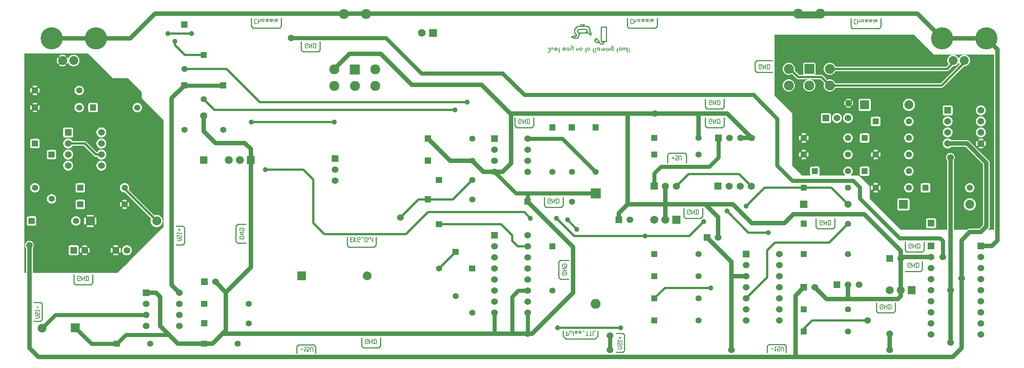
<source format=gbr>
G04 start of page 3 for group 1 idx 1 *
G04 Title: (unknown), solder *
G04 Creator: pcb 20110918 *
G04 CreationDate: Fri Feb 15 23:12:40 2013 UTC *
G04 For: fosse *
G04 Format: Gerber/RS-274X *
G04 PCB-Dimensions: 893500 333500 *
G04 PCB-Coordinate-Origin: lower left *
%MOIN*%
%FSLAX25Y25*%
%LNBOTTOM*%
%ADD57C,0.0472*%
%ADD56C,0.0860*%
%ADD55C,0.0380*%
%ADD54C,0.0420*%
%ADD53C,0.0520*%
%ADD52C,0.0280*%
%ADD51C,0.0460*%
%ADD50C,0.0720*%
%ADD49C,0.2000*%
%ADD48C,0.0800*%
%ADD47C,0.0650*%
%ADD46C,0.0787*%
%ADD45C,0.0900*%
%ADD44C,0.0700*%
%ADD43C,0.0600*%
%ADD42C,0.0550*%
%ADD41C,0.0070*%
%ADD40C,0.0090*%
%ADD39C,0.0100*%
%ADD38C,0.0400*%
%ADD37C,0.0350*%
%ADD36C,0.0200*%
%ADD35C,0.0001*%
G54D35*G36*
X776117Y271500D02*X839922D01*
X840000Y271494D01*
X840314Y271519D01*
X840314Y271519D01*
X840620Y271592D01*
X840911Y271712D01*
X841179Y271877D01*
X841419Y272081D01*
X841470Y272141D01*
X845094Y275766D01*
X845500Y275734D01*
X846324Y275799D01*
X847127Y275992D01*
X847891Y276308D01*
X848595Y276740D01*
X849224Y277276D01*
X849760Y277905D01*
X850192Y278609D01*
X850500Y279352D01*
X850808Y278609D01*
X851240Y277905D01*
X851395Y277723D01*
X834172Y260500D01*
X776117D01*
Y271500D01*
G37*
G36*
X860493Y199264D02*X872500Y187257D01*
Y132243D01*
X869257Y129000D01*
X860618D01*
X860500Y129009D01*
X860493Y129009D01*
Y145484D01*
X860500Y145483D01*
X861363Y145551D01*
X862205Y145753D01*
X863005Y146084D01*
X863743Y146537D01*
X864401Y147099D01*
X864963Y147757D01*
X865416Y148495D01*
X865747Y149295D01*
X865949Y150137D01*
X866000Y151000D01*
X865949Y151863D01*
X865747Y152705D01*
X865416Y153505D01*
X864963Y154243D01*
X864401Y154901D01*
X863743Y155463D01*
X863005Y155916D01*
X862205Y156247D01*
X861363Y156449D01*
X860500Y156517D01*
X860493Y156516D01*
Y161737D01*
X860500Y161737D01*
X861167Y161789D01*
X861817Y161946D01*
X862435Y162202D01*
X863006Y162551D01*
X863514Y162986D01*
X863949Y163494D01*
X864298Y164065D01*
X864554Y164683D01*
X864711Y165333D01*
X864750Y166000D01*
X864711Y166667D01*
X864554Y167317D01*
X864298Y167935D01*
X863949Y168506D01*
X863514Y169014D01*
X863006Y169449D01*
X862435Y169798D01*
X861817Y170054D01*
X861167Y170211D01*
X860500Y170263D01*
X860493Y170263D01*
Y199264D01*
G37*
G36*
X840500Y201486D02*X841206Y201542D01*
X841895Y201707D01*
X842549Y201978D01*
X843153Y202348D01*
X843692Y202808D01*
X843856Y203000D01*
X856757D01*
X860493Y199264D01*
Y170263D01*
X859833Y170211D01*
X859183Y170054D01*
X858565Y169798D01*
X857994Y169449D01*
X857486Y169014D01*
X857051Y168506D01*
X856702Y167935D01*
X856446Y167317D01*
X856289Y166667D01*
X856237Y166000D01*
X856289Y165333D01*
X856446Y164683D01*
X856702Y164065D01*
X857051Y163494D01*
X857486Y162986D01*
X857994Y162551D01*
X858565Y162202D01*
X859183Y161946D01*
X859833Y161789D01*
X860493Y161737D01*
Y156516D01*
X859637Y156449D01*
X858795Y156247D01*
X857995Y155916D01*
X857257Y155463D01*
X856599Y154901D01*
X856037Y154243D01*
X855584Y153505D01*
X855253Y152705D01*
X855051Y151863D01*
X854983Y151000D01*
X855051Y150137D01*
X855253Y149295D01*
X855584Y148495D01*
X856037Y147757D01*
X856599Y147099D01*
X857257Y146537D01*
X857995Y146084D01*
X858795Y145753D01*
X859637Y145551D01*
X860493Y145484D01*
Y129009D01*
X860029Y128972D01*
X859570Y128862D01*
X859134Y128681D01*
X858731Y128435D01*
X858731Y128434D01*
X858372Y128128D01*
X858296Y128038D01*
X858257Y128000D01*
X846000D01*
Y190854D01*
X846246Y191142D01*
X846575Y191678D01*
X846816Y192260D01*
X846963Y192872D01*
X847000Y193500D01*
X846963Y194128D01*
X846816Y194740D01*
X846575Y195322D01*
X846246Y195858D01*
X845837Y196337D01*
X845636Y196509D01*
X845358Y196746D01*
X844822Y197075D01*
X844240Y197316D01*
X843628Y197463D01*
X843000Y197512D01*
X842372Y197463D01*
X841760Y197316D01*
X841178Y197075D01*
X840642Y196746D01*
X840500Y196625D01*
Y201486D01*
G37*
G36*
Y279352D02*X840808Y278609D01*
X841240Y277905D01*
X841395Y277723D01*
X840500Y276828D01*
Y279352D01*
G37*
G36*
X874113Y286500D02*X882500D01*
Y128000D01*
X876743D01*
X877538Y128796D01*
X877628Y128872D01*
X877934Y129231D01*
X877935Y129231D01*
X878181Y129634D01*
X878362Y130070D01*
X878472Y130529D01*
X878509Y131000D01*
X878500Y131118D01*
Y188382D01*
X878509Y188500D01*
X878472Y188971D01*
X878362Y189430D01*
X878181Y189866D01*
X877935Y190269D01*
X877628Y190628D01*
X877538Y190704D01*
X874113Y194130D01*
Y203853D01*
X874156Y203860D01*
X874268Y203897D01*
X874373Y203952D01*
X874468Y204022D01*
X874551Y204106D01*
X874619Y204202D01*
X874670Y204308D01*
X874818Y204716D01*
X874922Y205137D01*
X874984Y205567D01*
X875005Y206000D01*
X874984Y206433D01*
X874922Y206863D01*
X874818Y207284D01*
X874675Y207694D01*
X874622Y207800D01*
X874553Y207896D01*
X874470Y207981D01*
X874375Y208051D01*
X874269Y208106D01*
X874157Y208143D01*
X874113Y208151D01*
Y213302D01*
X874152Y213347D01*
X874522Y213951D01*
X874793Y214605D01*
X874958Y215294D01*
X875000Y216000D01*
X874958Y216706D01*
X874793Y217395D01*
X874522Y218049D01*
X874152Y218653D01*
X874113Y218698D01*
Y223302D01*
X874152Y223347D01*
X874522Y223951D01*
X874793Y224605D01*
X874958Y225294D01*
X875000Y226000D01*
X874958Y226706D01*
X874793Y227395D01*
X874522Y228049D01*
X874152Y228653D01*
X874113Y228698D01*
Y233302D01*
X874152Y233347D01*
X874522Y233951D01*
X874793Y234605D01*
X874958Y235294D01*
X875000Y236000D01*
X874958Y236706D01*
X874793Y237395D01*
X874522Y238049D01*
X874152Y238653D01*
X874113Y238698D01*
Y286500D01*
G37*
G36*
Y228698D02*X873692Y229192D01*
X873153Y229652D01*
X872549Y230022D01*
X871895Y230293D01*
X871206Y230458D01*
X870502Y230514D01*
Y231486D01*
X871206Y231542D01*
X871895Y231707D01*
X872549Y231978D01*
X873153Y232348D01*
X873692Y232808D01*
X874113Y233302D01*
Y228698D01*
G37*
G36*
Y218698D02*X873692Y219192D01*
X873153Y219652D01*
X872549Y220022D01*
X871895Y220293D01*
X871206Y220458D01*
X870502Y220514D01*
Y221486D01*
X871206Y221542D01*
X871895Y221707D01*
X872549Y221978D01*
X873153Y222348D01*
X873692Y222808D01*
X874113Y223302D01*
Y218698D01*
G37*
G36*
Y194130D02*X870502Y197741D01*
Y201495D01*
X870933Y201516D01*
X871363Y201578D01*
X871784Y201682D01*
X872194Y201825D01*
X872300Y201878D01*
X872396Y201947D01*
X872481Y202030D01*
X872551Y202125D01*
X872606Y202231D01*
X872643Y202343D01*
X872663Y202460D01*
X872664Y202579D01*
X872646Y202696D01*
X872610Y202809D01*
X872557Y202915D01*
X872488Y203012D01*
X872405Y203096D01*
X872309Y203167D01*
X872204Y203221D01*
X872092Y203259D01*
X871975Y203278D01*
X871856Y203279D01*
X871739Y203261D01*
X871626Y203223D01*
X871355Y203124D01*
X871075Y203056D01*
X870789Y203014D01*
X870502Y203000D01*
Y209000D01*
X870789Y208986D01*
X871075Y208944D01*
X871355Y208876D01*
X871628Y208780D01*
X871739Y208742D01*
X871856Y208725D01*
X871974Y208725D01*
X872091Y208745D01*
X872203Y208782D01*
X872307Y208836D01*
X872402Y208906D01*
X872485Y208991D01*
X872554Y209087D01*
X872607Y209192D01*
X872643Y209305D01*
X872660Y209421D01*
X872659Y209539D01*
X872640Y209656D01*
X872603Y209768D01*
X872548Y209873D01*
X872478Y209968D01*
X872394Y210051D01*
X872298Y210119D01*
X872192Y210170D01*
X871784Y210318D01*
X871363Y210422D01*
X870933Y210484D01*
X870502Y210505D01*
Y211486D01*
X871206Y211542D01*
X871895Y211707D01*
X872549Y211978D01*
X873153Y212348D01*
X873692Y212808D01*
X874113Y213302D01*
Y208151D01*
X874040Y208163D01*
X873921Y208164D01*
X873804Y208146D01*
X873691Y208110D01*
X873585Y208057D01*
X873488Y207988D01*
X873404Y207905D01*
X873333Y207809D01*
X873279Y207704D01*
X873241Y207592D01*
X873222Y207475D01*
X873221Y207356D01*
X873239Y207239D01*
X873277Y207126D01*
X873376Y206855D01*
X873444Y206575D01*
X873486Y206289D01*
X873500Y206000D01*
X873486Y205711D01*
X873444Y205425D01*
X873376Y205145D01*
X873280Y204872D01*
X873242Y204761D01*
X873225Y204644D01*
X873225Y204526D01*
X873245Y204409D01*
X873282Y204297D01*
X873336Y204193D01*
X873406Y204098D01*
X873491Y204015D01*
X873587Y203946D01*
X873692Y203893D01*
X873805Y203857D01*
X873921Y203840D01*
X874039Y203841D01*
X874113Y203853D01*
Y194130D01*
G37*
G36*
X870502Y286500D02*X874113D01*
Y238698D01*
X873692Y239192D01*
X873153Y239652D01*
X872549Y240022D01*
X871895Y240293D01*
X871206Y240458D01*
X870502Y240514D01*
Y286500D01*
G37*
G36*
X866887Y213302D02*X867308Y212808D01*
X867847Y212348D01*
X868451Y211978D01*
X869105Y211707D01*
X869794Y211542D01*
X870500Y211486D01*
X870502Y211486D01*
Y210505D01*
X870500Y210505D01*
X870067Y210484D01*
X869637Y210422D01*
X869216Y210318D01*
X868806Y210175D01*
X868700Y210122D01*
X868604Y210053D01*
X868519Y209970D01*
X868449Y209875D01*
X868394Y209769D01*
X868357Y209657D01*
X868337Y209540D01*
X868336Y209421D01*
X868354Y209304D01*
X868390Y209191D01*
X868443Y209085D01*
X868512Y208988D01*
X868595Y208904D01*
X868691Y208833D01*
X868796Y208779D01*
X868908Y208741D01*
X869025Y208722D01*
X869144Y208721D01*
X869261Y208739D01*
X869374Y208777D01*
X869645Y208876D01*
X869925Y208944D01*
X870211Y208986D01*
X870500Y209000D01*
X870502Y209000D01*
Y203000D01*
X870500Y203000D01*
X870211Y203014D01*
X869925Y203056D01*
X869645Y203124D01*
X869372Y203220D01*
X869261Y203258D01*
X869144Y203275D01*
X869026Y203275D01*
X868909Y203255D01*
X868797Y203218D01*
X868693Y203164D01*
X868598Y203094D01*
X868515Y203009D01*
X868446Y202913D01*
X868393Y202808D01*
X868357Y202695D01*
X868340Y202579D01*
X868341Y202461D01*
X868360Y202344D01*
X868397Y202232D01*
X868452Y202127D01*
X868522Y202032D01*
X868606Y201949D01*
X868702Y201881D01*
X868808Y201830D01*
X869216Y201682D01*
X869637Y201578D01*
X870067Y201516D01*
X870500Y201495D01*
X870502Y201495D01*
Y197741D01*
X866887Y201356D01*
Y203849D01*
X866960Y203837D01*
X867079Y203836D01*
X867196Y203854D01*
X867309Y203890D01*
X867415Y203943D01*
X867512Y204012D01*
X867596Y204095D01*
X867667Y204191D01*
X867721Y204296D01*
X867759Y204408D01*
X867778Y204525D01*
X867779Y204644D01*
X867761Y204761D01*
X867723Y204874D01*
X867624Y205145D01*
X867556Y205425D01*
X867514Y205711D01*
X867500Y206000D01*
X867514Y206289D01*
X867556Y206575D01*
X867624Y206855D01*
X867720Y207128D01*
X867758Y207239D01*
X867775Y207356D01*
X867775Y207474D01*
X867755Y207591D01*
X867718Y207703D01*
X867664Y207807D01*
X867594Y207902D01*
X867509Y207985D01*
X867413Y208054D01*
X867308Y208107D01*
X867195Y208143D01*
X867079Y208160D01*
X866961Y208159D01*
X866887Y208147D01*
Y213302D01*
G37*
G36*
Y223302D02*X867308Y222808D01*
X867847Y222348D01*
X868451Y221978D01*
X869105Y221707D01*
X869794Y221542D01*
X870500Y221486D01*
X870502Y221486D01*
Y220514D01*
X870500Y220514D01*
X869794Y220458D01*
X869105Y220293D01*
X868451Y220022D01*
X867847Y219652D01*
X867308Y219192D01*
X866887Y218698D01*
Y223302D01*
G37*
G36*
Y233302D02*X867308Y232808D01*
X867847Y232348D01*
X868451Y231978D01*
X869105Y231707D01*
X869794Y231542D01*
X870500Y231486D01*
X870502Y231486D01*
Y230514D01*
X870500Y230514D01*
X869794Y230458D01*
X869105Y230293D01*
X868451Y230022D01*
X867847Y229652D01*
X867308Y229192D01*
X866887Y228698D01*
Y233302D01*
G37*
G36*
Y286500D02*X870502D01*
Y240514D01*
X870500Y240514D01*
X869794Y240458D01*
X869105Y240293D01*
X868451Y240022D01*
X867847Y239652D01*
X867308Y239192D01*
X866887Y238698D01*
Y286500D01*
G37*
G36*
X840500Y261172D02*X855094Y275766D01*
X855500Y275734D01*
X856324Y275799D01*
X857127Y275992D01*
X857891Y276308D01*
X858595Y276740D01*
X859224Y277276D01*
X859760Y277905D01*
X860192Y278609D01*
X860508Y279373D01*
X860701Y280176D01*
X860750Y281000D01*
X860701Y281824D01*
X860508Y282627D01*
X860192Y283391D01*
X859760Y284095D01*
X859224Y284724D01*
X858595Y285260D01*
X857891Y285692D01*
X857127Y286008D01*
X856324Y286201D01*
X855500Y286266D01*
X854676Y286201D01*
X853873Y286008D01*
X853109Y285692D01*
X852405Y285260D01*
X851776Y284724D01*
X851240Y284095D01*
X850808Y283391D01*
X850500Y282648D01*
X850192Y283391D01*
X849760Y284095D01*
X849224Y284724D01*
X848595Y285260D01*
X847891Y285692D01*
X847127Y286008D01*
X846324Y286201D01*
X845500Y286266D01*
X844676Y286201D01*
X843873Y286008D01*
X843109Y285692D01*
X842405Y285260D01*
X841776Y284724D01*
X841240Y284095D01*
X840808Y283391D01*
X840500Y282648D01*
Y286500D01*
X866887D01*
Y238698D01*
X866848Y238653D01*
X866478Y238049D01*
X866207Y237395D01*
X866042Y236706D01*
X865986Y236000D01*
X866042Y235294D01*
X866207Y234605D01*
X866478Y233951D01*
X866848Y233347D01*
X866887Y233302D01*
Y228698D01*
X866848Y228653D01*
X866478Y228049D01*
X866207Y227395D01*
X866042Y226706D01*
X865986Y226000D01*
X866042Y225294D01*
X866207Y224605D01*
X866478Y223951D01*
X866848Y223347D01*
X866887Y223302D01*
Y218698D01*
X866848Y218653D01*
X866478Y218049D01*
X866207Y217395D01*
X866042Y216706D01*
X865986Y216000D01*
X866042Y215294D01*
X866207Y214605D01*
X866478Y213951D01*
X866848Y213347D01*
X866887Y213302D01*
Y208147D01*
X866844Y208140D01*
X866732Y208103D01*
X866627Y208048D01*
X866532Y207978D01*
X866449Y207894D01*
X866381Y207798D01*
X866330Y207692D01*
X866182Y207284D01*
X866078Y206863D01*
X866016Y206433D01*
X865995Y206000D01*
X866016Y205567D01*
X866078Y205137D01*
X866182Y204716D01*
X866325Y204306D01*
X866378Y204200D01*
X866447Y204104D01*
X866530Y204019D01*
X866625Y203949D01*
X866731Y203894D01*
X866843Y203857D01*
X866887Y203849D01*
Y201356D01*
X860204Y208038D01*
X860128Y208128D01*
X859769Y208435D01*
X859366Y208681D01*
X858930Y208862D01*
X858471Y208972D01*
X858471Y208972D01*
X858000Y209009D01*
X857882Y209000D01*
X843856D01*
X843692Y209192D01*
X843153Y209652D01*
X842549Y210022D01*
X841895Y210293D01*
X841206Y210458D01*
X840500Y210514D01*
Y211486D01*
X841206Y211542D01*
X841895Y211707D01*
X842549Y211978D01*
X843153Y212348D01*
X843692Y212808D01*
X844152Y213347D01*
X844522Y213951D01*
X844793Y214605D01*
X844958Y215294D01*
X845000Y216000D01*
X844958Y216706D01*
X844793Y217395D01*
X844522Y218049D01*
X844152Y218653D01*
X843692Y219192D01*
X843153Y219652D01*
X842549Y220022D01*
X841895Y220293D01*
X841206Y220458D01*
X840500Y220514D01*
Y221486D01*
X841206Y221542D01*
X841895Y221707D01*
X842549Y221978D01*
X843153Y222348D01*
X843692Y222808D01*
X844152Y223347D01*
X844522Y223951D01*
X844793Y224605D01*
X844958Y225294D01*
X845000Y226000D01*
X844958Y226706D01*
X844793Y227395D01*
X844522Y228049D01*
X844152Y228653D01*
X843692Y229192D01*
X843153Y229652D01*
X842549Y230022D01*
X841895Y230293D01*
X841206Y230458D01*
X840500Y230514D01*
Y231507D01*
X843735Y231514D01*
X843965Y231569D01*
X844183Y231659D01*
X844384Y231783D01*
X844564Y231936D01*
X844717Y232116D01*
X844841Y232317D01*
X844931Y232535D01*
X844986Y232765D01*
X845000Y233000D01*
X844986Y239235D01*
X844931Y239465D01*
X844841Y239683D01*
X844717Y239884D01*
X844564Y240064D01*
X844384Y240217D01*
X844183Y240341D01*
X843965Y240431D01*
X843735Y240486D01*
X843500Y240500D01*
X840500Y240493D01*
Y261172D01*
G37*
G36*
Y282648D02*X840492Y282627D01*
X840299Y281824D01*
X840234Y281000D01*
X840299Y280176D01*
X840492Y279373D01*
X840500Y279352D01*
Y276828D01*
X839172Y275500D01*
X805493D01*
Y304500D01*
X810000D01*
X828000Y286500D01*
X840500D01*
Y282648D01*
G37*
G36*
X839991Y196136D02*X839754Y195858D01*
X839425Y195322D01*
X839184Y194740D01*
X839037Y194128D01*
X838988Y193500D01*
X839037Y192872D01*
X839184Y192260D01*
X839425Y191678D01*
X839754Y191142D01*
X839991Y190864D01*
X840000Y190854D01*
Y128000D01*
X825500D01*
Y129507D01*
X828735Y129514D01*
X828965Y129569D01*
X829183Y129659D01*
X829384Y129783D01*
X829564Y129936D01*
X829717Y130116D01*
X829841Y130317D01*
X829931Y130535D01*
X829986Y130765D01*
X830000Y131000D01*
X829986Y137235D01*
X829931Y137465D01*
X829841Y137683D01*
X829717Y137884D01*
X829564Y138064D01*
X829384Y138217D01*
X829183Y138341D01*
X828965Y138431D01*
X828735Y138486D01*
X828500Y138500D01*
X825500Y138493D01*
Y256500D01*
X834922D01*
X835000Y256494D01*
X835314Y256519D01*
X835314Y256519D01*
X835620Y256592D01*
X835911Y256712D01*
X836179Y256877D01*
X836419Y257081D01*
X836470Y257141D01*
X840500Y261172D01*
Y240493D01*
X837265Y240486D01*
X837035Y240431D01*
X836817Y240341D01*
X836616Y240217D01*
X836436Y240064D01*
X836283Y239884D01*
X836159Y239683D01*
X836069Y239465D01*
X836014Y239235D01*
X836000Y239000D01*
X836014Y232765D01*
X836069Y232535D01*
X836159Y232317D01*
X836283Y232116D01*
X836436Y231936D01*
X836616Y231783D01*
X836817Y231659D01*
X837035Y231569D01*
X837265Y231514D01*
X837500Y231500D01*
X840500Y231507D01*
Y230514D01*
X839794Y230458D01*
X839105Y230293D01*
X838451Y230022D01*
X837847Y229652D01*
X837308Y229192D01*
X836848Y228653D01*
X836478Y228049D01*
X836207Y227395D01*
X836042Y226706D01*
X835986Y226000D01*
X836042Y225294D01*
X836207Y224605D01*
X836478Y223951D01*
X836848Y223347D01*
X837308Y222808D01*
X837847Y222348D01*
X838451Y221978D01*
X839105Y221707D01*
X839794Y221542D01*
X840500Y221486D01*
Y220514D01*
X839794Y220458D01*
X839105Y220293D01*
X838451Y220022D01*
X837847Y219652D01*
X837308Y219192D01*
X836848Y218653D01*
X836478Y218049D01*
X836207Y217395D01*
X836042Y216706D01*
X835986Y216000D01*
X836042Y215294D01*
X836207Y214605D01*
X836478Y213951D01*
X836848Y213347D01*
X837308Y212808D01*
X837847Y212348D01*
X838451Y211978D01*
X839105Y211707D01*
X839794Y211542D01*
X840500Y211486D01*
Y210514D01*
X839794Y210458D01*
X839105Y210293D01*
X838451Y210022D01*
X837847Y209652D01*
X837308Y209192D01*
X836848Y208653D01*
X836478Y208049D01*
X836207Y207395D01*
X836042Y206706D01*
X835986Y206000D01*
X836042Y205294D01*
X836207Y204605D01*
X836478Y203951D01*
X836848Y203347D01*
X837308Y202808D01*
X837847Y202348D01*
X838451Y201978D01*
X839105Y201707D01*
X839794Y201542D01*
X840500Y201486D01*
Y196625D01*
X840364Y196509D01*
X840163Y196337D01*
X839991Y196136D01*
G37*
G36*
X825500Y128000D02*X820500D01*
Y161757D01*
X823485Y161764D01*
X823715Y161819D01*
X823933Y161909D01*
X824134Y162033D01*
X824314Y162186D01*
X824467Y162366D01*
X824591Y162567D01*
X824681Y162785D01*
X824736Y163015D01*
X824750Y163250D01*
X824736Y168985D01*
X824681Y169215D01*
X824591Y169433D01*
X824467Y169634D01*
X824314Y169814D01*
X824134Y169967D01*
X823933Y170091D01*
X823715Y170181D01*
X823485Y170236D01*
X823250Y170250D01*
X820500Y170243D01*
Y256500D01*
X825500D01*
Y138493D01*
X822265Y138486D01*
X822035Y138431D01*
X821817Y138341D01*
X821616Y138217D01*
X821436Y138064D01*
X821283Y137884D01*
X821159Y137683D01*
X821069Y137465D01*
X821014Y137235D01*
X821000Y137000D01*
X821014Y130765D01*
X821069Y130535D01*
X821159Y130317D01*
X821283Y130116D01*
X821436Y129936D01*
X821616Y129783D01*
X821817Y129659D01*
X822035Y129569D01*
X822265Y129514D01*
X822500Y129500D01*
X825500Y129507D01*
Y128000D01*
G37*
G36*
X820500D02*X805493D01*
Y145876D01*
X805564Y145936D01*
X805717Y146116D01*
X805841Y146317D01*
X805931Y146535D01*
X805986Y146765D01*
X806000Y147000D01*
X805986Y155235D01*
X805931Y155465D01*
X805841Y155683D01*
X805717Y155884D01*
X805564Y156064D01*
X805493Y156124D01*
Y161737D01*
X805500Y161737D01*
X806167Y161789D01*
X806817Y161946D01*
X807435Y162202D01*
X808006Y162551D01*
X808514Y162986D01*
X808949Y163494D01*
X809298Y164065D01*
X809554Y164683D01*
X809711Y165333D01*
X809750Y166000D01*
X809711Y166667D01*
X809554Y167317D01*
X809298Y167935D01*
X808949Y168506D01*
X808514Y169014D01*
X808006Y169449D01*
X807435Y169798D01*
X806817Y170054D01*
X806167Y170211D01*
X805500Y170263D01*
X805493Y170263D01*
Y176737D01*
X805500Y176737D01*
X806167Y176789D01*
X806817Y176946D01*
X807435Y177202D01*
X808006Y177551D01*
X808514Y177986D01*
X808949Y178494D01*
X809298Y179065D01*
X809554Y179683D01*
X809711Y180333D01*
X809750Y181000D01*
X809711Y181667D01*
X809554Y182317D01*
X809298Y182935D01*
X808949Y183506D01*
X808514Y184014D01*
X808006Y184449D01*
X807435Y184798D01*
X806817Y185054D01*
X806167Y185211D01*
X805500Y185263D01*
X805493Y185263D01*
Y191737D01*
X805500Y191737D01*
X806167Y191789D01*
X806817Y191946D01*
X807435Y192202D01*
X808006Y192551D01*
X808514Y192986D01*
X808949Y193494D01*
X809298Y194065D01*
X809554Y194683D01*
X809711Y195333D01*
X809750Y196000D01*
X809711Y196667D01*
X809554Y197317D01*
X809298Y197935D01*
X808949Y198506D01*
X808514Y199014D01*
X808006Y199449D01*
X807435Y199798D01*
X806817Y200054D01*
X806167Y200211D01*
X805500Y200263D01*
X805493Y200263D01*
Y206737D01*
X805500Y206737D01*
X806167Y206789D01*
X806817Y206946D01*
X807435Y207202D01*
X808006Y207551D01*
X808514Y207986D01*
X808949Y208494D01*
X809298Y209065D01*
X809554Y209683D01*
X809711Y210333D01*
X809750Y211000D01*
X809711Y211667D01*
X809554Y212317D01*
X809298Y212935D01*
X808949Y213506D01*
X808514Y214014D01*
X808006Y214449D01*
X807435Y214798D01*
X806817Y215054D01*
X806167Y215211D01*
X805500Y215263D01*
X805493Y215263D01*
Y221737D01*
X805500Y221737D01*
X806167Y221789D01*
X806817Y221946D01*
X807435Y222202D01*
X808006Y222551D01*
X808514Y222986D01*
X808949Y223494D01*
X809298Y224065D01*
X809554Y224683D01*
X809711Y225333D01*
X809750Y226000D01*
X809711Y226667D01*
X809554Y227317D01*
X809298Y227935D01*
X808949Y228506D01*
X808514Y229014D01*
X808006Y229449D01*
X807435Y229798D01*
X806817Y230054D01*
X806167Y230211D01*
X805500Y230263D01*
X805493Y230263D01*
Y235484D01*
X805500Y235483D01*
X806363Y235551D01*
X807205Y235753D01*
X808005Y236084D01*
X808743Y236537D01*
X809401Y237099D01*
X809963Y237757D01*
X810416Y238495D01*
X810747Y239295D01*
X810949Y240137D01*
X811000Y241000D01*
X810949Y241863D01*
X810747Y242705D01*
X810416Y243505D01*
X809963Y244243D01*
X809401Y244901D01*
X808743Y245463D01*
X808005Y245916D01*
X807205Y246247D01*
X806363Y246449D01*
X805500Y246517D01*
X805493Y246516D01*
Y256500D01*
X820500D01*
Y170243D01*
X817515Y170236D01*
X817285Y170181D01*
X817067Y170091D01*
X816866Y169967D01*
X816686Y169814D01*
X816533Y169634D01*
X816409Y169433D01*
X816319Y169215D01*
X816264Y168985D01*
X816250Y168750D01*
X816264Y163015D01*
X816319Y162785D01*
X816409Y162567D01*
X816533Y162366D01*
X816686Y162186D01*
X816866Y162033D01*
X817067Y161909D01*
X817285Y161819D01*
X817515Y161764D01*
X817750Y161750D01*
X820500Y161757D01*
Y128000D01*
G37*
G36*
X805493Y275500D02*X776117D01*
Y304500D01*
X805493D01*
Y275500D01*
G37*
G36*
Y128000D02*X798000D01*
X779000Y147000D01*
Y163998D01*
X779118Y164007D01*
X779232Y164035D01*
X779342Y164080D01*
X779442Y164141D01*
X779532Y164218D01*
X779609Y164308D01*
X779670Y164408D01*
X779715Y164518D01*
X779743Y164632D01*
X779750Y164750D01*
Y167250D01*
X779743Y167368D01*
X779715Y167482D01*
X779670Y167592D01*
X779609Y167692D01*
X779532Y167782D01*
X779442Y167859D01*
X779342Y167920D01*
X779232Y167965D01*
X779118Y167993D01*
X779000Y168002D01*
Y193998D01*
X779118Y194007D01*
X779232Y194035D01*
X779342Y194080D01*
X779442Y194141D01*
X779532Y194218D01*
X779609Y194308D01*
X779670Y194408D01*
X779715Y194518D01*
X779743Y194632D01*
X779750Y194750D01*
Y197250D01*
X779743Y197368D01*
X779715Y197482D01*
X779670Y197592D01*
X779609Y197692D01*
X779532Y197782D01*
X779442Y197859D01*
X779342Y197920D01*
X779232Y197965D01*
X779118Y197993D01*
X779000Y198002D01*
Y221950D01*
X779134Y222033D01*
X779314Y222186D01*
X779467Y222366D01*
X779591Y222567D01*
X779681Y222785D01*
X779736Y223015D01*
X779750Y223250D01*
X779736Y228985D01*
X779681Y229215D01*
X779591Y229433D01*
X779467Y229634D01*
X779314Y229814D01*
X779134Y229967D01*
X779000Y230050D01*
Y256500D01*
X805493D01*
Y246516D01*
X804637Y246449D01*
X803795Y246247D01*
X802995Y245916D01*
X802257Y245463D01*
X801599Y244901D01*
X801037Y244243D01*
X800584Y243505D01*
X800253Y242705D01*
X800051Y241863D01*
X799983Y241000D01*
X800051Y240137D01*
X800253Y239295D01*
X800584Y238495D01*
X801037Y237757D01*
X801599Y237099D01*
X802257Y236537D01*
X802995Y236084D01*
X803795Y235753D01*
X804637Y235551D01*
X805493Y235484D01*
Y230263D01*
X804833Y230211D01*
X804183Y230054D01*
X803565Y229798D01*
X802994Y229449D01*
X802486Y229014D01*
X802051Y228506D01*
X801702Y227935D01*
X801446Y227317D01*
X801289Y226667D01*
X801237Y226000D01*
X801289Y225333D01*
X801446Y224683D01*
X801702Y224065D01*
X802051Y223494D01*
X802486Y222986D01*
X802994Y222551D01*
X803565Y222202D01*
X804183Y221946D01*
X804833Y221789D01*
X805493Y221737D01*
Y215263D01*
X804833Y215211D01*
X804183Y215054D01*
X803565Y214798D01*
X802994Y214449D01*
X802486Y214014D01*
X802051Y213506D01*
X801702Y212935D01*
X801446Y212317D01*
X801289Y211667D01*
X801237Y211000D01*
X801289Y210333D01*
X801446Y209683D01*
X801702Y209065D01*
X802051Y208494D01*
X802486Y207986D01*
X802994Y207551D01*
X803565Y207202D01*
X804183Y206946D01*
X804833Y206789D01*
X805493Y206737D01*
Y200263D01*
X804833Y200211D01*
X804183Y200054D01*
X803565Y199798D01*
X802994Y199449D01*
X802486Y199014D01*
X802051Y198506D01*
X801702Y197935D01*
X801446Y197317D01*
X801289Y196667D01*
X801237Y196000D01*
X801289Y195333D01*
X801446Y194683D01*
X801702Y194065D01*
X802051Y193494D01*
X802486Y192986D01*
X802994Y192551D01*
X803565Y192202D01*
X804183Y191946D01*
X804833Y191789D01*
X805493Y191737D01*
Y185263D01*
X804833Y185211D01*
X804183Y185054D01*
X803565Y184798D01*
X802994Y184449D01*
X802486Y184014D01*
X802051Y183506D01*
X801702Y182935D01*
X801446Y182317D01*
X801289Y181667D01*
X801237Y181000D01*
X801289Y180333D01*
X801446Y179683D01*
X801702Y179065D01*
X802051Y178494D01*
X802486Y177986D01*
X802994Y177551D01*
X803565Y177202D01*
X804183Y176946D01*
X804833Y176789D01*
X805493Y176737D01*
Y170263D01*
X804833Y170211D01*
X804183Y170054D01*
X803565Y169798D01*
X802994Y169449D01*
X802486Y169014D01*
X802051Y168506D01*
X801702Y167935D01*
X801446Y167317D01*
X801289Y166667D01*
X801237Y166000D01*
X801289Y165333D01*
X801446Y164683D01*
X801702Y164065D01*
X802051Y163494D01*
X802486Y162986D01*
X802994Y162551D01*
X803565Y162202D01*
X804183Y161946D01*
X804833Y161789D01*
X805493Y161737D01*
Y156124D01*
X805384Y156217D01*
X805183Y156341D01*
X804965Y156431D01*
X804735Y156486D01*
X804500Y156500D01*
X796265Y156486D01*
X796035Y156431D01*
X795817Y156341D01*
X795616Y156217D01*
X795436Y156064D01*
X795283Y155884D01*
X795159Y155683D01*
X795069Y155465D01*
X795014Y155235D01*
X795000Y155000D01*
X795014Y146765D01*
X795069Y146535D01*
X795159Y146317D01*
X795283Y146116D01*
X795436Y145936D01*
X795616Y145783D01*
X795817Y145659D01*
X796035Y145569D01*
X796265Y145514D01*
X796500Y145500D01*
X804735Y145514D01*
X804965Y145569D01*
X805183Y145659D01*
X805384Y145783D01*
X805493Y145876D01*
Y128000D01*
G37*
G36*
X779000Y230050D02*X778933Y230091D01*
X778715Y230181D01*
X778485Y230236D01*
X778250Y230250D01*
X776117Y230245D01*
Y256500D01*
X779000D01*
Y230050D01*
G37*
G36*
Y147000D02*X776117Y149883D01*
Y161750D01*
X776750D01*
X776868Y161757D01*
X776982Y161785D01*
X777092Y161830D01*
X777192Y161891D01*
X777282Y161968D01*
X777359Y162058D01*
X777420Y162158D01*
X777465Y162268D01*
X777493Y162382D01*
X777502Y162500D01*
X777493Y162618D01*
X777465Y162732D01*
X777420Y162842D01*
X777359Y162942D01*
X777282Y163032D01*
X777192Y163109D01*
X777092Y163170D01*
X776982Y163215D01*
X776868Y163243D01*
X776750Y163250D01*
X776117D01*
Y168750D01*
X776750D01*
X776868Y168757D01*
X776982Y168785D01*
X777092Y168830D01*
X777192Y168891D01*
X777282Y168968D01*
X777359Y169058D01*
X777420Y169158D01*
X777465Y169268D01*
X777493Y169382D01*
X777502Y169500D01*
X777493Y169618D01*
X777465Y169732D01*
X777420Y169842D01*
X777359Y169942D01*
X777282Y170032D01*
X777192Y170109D01*
X777092Y170170D01*
X776982Y170215D01*
X776868Y170243D01*
X776750Y170250D01*
X776117D01*
Y191750D01*
X776750D01*
X776868Y191757D01*
X776982Y191785D01*
X777092Y191830D01*
X777192Y191891D01*
X777282Y191968D01*
X777359Y192058D01*
X777420Y192158D01*
X777465Y192268D01*
X777493Y192382D01*
X777502Y192500D01*
X777493Y192618D01*
X777465Y192732D01*
X777420Y192842D01*
X777359Y192942D01*
X777282Y193032D01*
X777192Y193109D01*
X777092Y193170D01*
X776982Y193215D01*
X776868Y193243D01*
X776750Y193250D01*
X776117D01*
Y198750D01*
X776750D01*
X776868Y198757D01*
X776982Y198785D01*
X777092Y198830D01*
X777192Y198891D01*
X777282Y198968D01*
X777359Y199058D01*
X777420Y199158D01*
X777465Y199268D01*
X777493Y199382D01*
X777502Y199500D01*
X777493Y199618D01*
X777465Y199732D01*
X777420Y199842D01*
X777359Y199942D01*
X777282Y200032D01*
X777192Y200109D01*
X777092Y200170D01*
X776982Y200215D01*
X776868Y200243D01*
X776750Y200250D01*
X776117D01*
Y221758D01*
X778485Y221764D01*
X778715Y221819D01*
X778933Y221909D01*
X779000Y221950D01*
Y198002D01*
X778882Y197993D01*
X778768Y197965D01*
X778658Y197920D01*
X778558Y197859D01*
X778468Y197782D01*
X778391Y197692D01*
X778330Y197592D01*
X778285Y197482D01*
X778257Y197368D01*
X778250Y197250D01*
Y194750D01*
X778257Y194632D01*
X778285Y194518D01*
X778330Y194408D01*
X778391Y194308D01*
X778468Y194218D01*
X778558Y194141D01*
X778658Y194080D01*
X778768Y194035D01*
X778882Y194007D01*
X779000Y193998D01*
Y168002D01*
X778882Y167993D01*
X778768Y167965D01*
X778658Y167920D01*
X778558Y167859D01*
X778468Y167782D01*
X778391Y167692D01*
X778330Y167592D01*
X778285Y167482D01*
X778257Y167368D01*
X778250Y167250D01*
Y164750D01*
X778257Y164632D01*
X778285Y164518D01*
X778330Y164408D01*
X778391Y164308D01*
X778468Y164218D01*
X778558Y164141D01*
X778658Y164080D01*
X778768Y164035D01*
X778882Y164007D01*
X779000Y163998D01*
Y147000D01*
G37*
G36*
X751002Y271500D02*X776117D01*
Y260500D01*
X751002D01*
Y271500D01*
G37*
G36*
Y304500D02*X776117D01*
Y275500D01*
X751002D01*
Y304500D01*
G37*
G36*
X772000Y256500D02*X776117D01*
Y230245D01*
X772515Y230236D01*
X772285Y230181D01*
X772067Y230091D01*
X772000Y230050D01*
Y256500D01*
G37*
G36*
X776117Y149883D02*X772000Y154000D01*
Y163998D01*
X772118Y164007D01*
X772232Y164035D01*
X772342Y164080D01*
X772442Y164141D01*
X772532Y164218D01*
X772609Y164308D01*
X772670Y164408D01*
X772715Y164518D01*
X772743Y164632D01*
X772750Y164750D01*
Y167250D01*
X772743Y167368D01*
X772715Y167482D01*
X772670Y167592D01*
X772609Y167692D01*
X772532Y167782D01*
X772442Y167859D01*
X772342Y167920D01*
X772232Y167965D01*
X772118Y167993D01*
X772000Y168002D01*
Y193998D01*
X772118Y194007D01*
X772232Y194035D01*
X772342Y194080D01*
X772442Y194141D01*
X772532Y194218D01*
X772609Y194308D01*
X772670Y194408D01*
X772715Y194518D01*
X772743Y194632D01*
X772750Y194750D01*
Y197250D01*
X772743Y197368D01*
X772715Y197482D01*
X772670Y197592D01*
X772609Y197692D01*
X772532Y197782D01*
X772442Y197859D01*
X772342Y197920D01*
X772232Y197965D01*
X772118Y197993D01*
X772000Y198002D01*
Y221950D01*
X772067Y221909D01*
X772285Y221819D01*
X772515Y221764D01*
X772750Y221750D01*
X776117Y221758D01*
Y200250D01*
X774250D01*
X774132Y200243D01*
X774018Y200215D01*
X773908Y200170D01*
X773808Y200109D01*
X773718Y200032D01*
X773641Y199942D01*
X773580Y199842D01*
X773535Y199732D01*
X773507Y199618D01*
X773498Y199500D01*
X773507Y199382D01*
X773535Y199268D01*
X773580Y199158D01*
X773641Y199058D01*
X773718Y198968D01*
X773808Y198891D01*
X773908Y198830D01*
X774018Y198785D01*
X774132Y198757D01*
X774250Y198750D01*
X776117D01*
Y193250D01*
X774250D01*
X774132Y193243D01*
X774018Y193215D01*
X773908Y193170D01*
X773808Y193109D01*
X773718Y193032D01*
X773641Y192942D01*
X773580Y192842D01*
X773535Y192732D01*
X773507Y192618D01*
X773498Y192500D01*
X773507Y192382D01*
X773535Y192268D01*
X773580Y192158D01*
X773641Y192058D01*
X773718Y191968D01*
X773808Y191891D01*
X773908Y191830D01*
X774018Y191785D01*
X774132Y191757D01*
X774250Y191750D01*
X776117D01*
Y170250D01*
X774250D01*
X774132Y170243D01*
X774018Y170215D01*
X773908Y170170D01*
X773808Y170109D01*
X773718Y170032D01*
X773641Y169942D01*
X773580Y169842D01*
X773535Y169732D01*
X773507Y169618D01*
X773498Y169500D01*
X773507Y169382D01*
X773535Y169268D01*
X773580Y169158D01*
X773641Y169058D01*
X773718Y168968D01*
X773808Y168891D01*
X773908Y168830D01*
X774018Y168785D01*
X774132Y168757D01*
X774250Y168750D01*
X776117D01*
Y163250D01*
X774250D01*
X774132Y163243D01*
X774018Y163215D01*
X773908Y163170D01*
X773808Y163109D01*
X773718Y163032D01*
X773641Y162942D01*
X773580Y162842D01*
X773535Y162732D01*
X773507Y162618D01*
X773498Y162500D01*
X773507Y162382D01*
X773535Y162268D01*
X773580Y162158D01*
X773641Y162058D01*
X773718Y161968D01*
X773808Y161891D01*
X773908Y161830D01*
X774018Y161785D01*
X774132Y161757D01*
X774250Y161750D01*
X776117D01*
Y149883D01*
G37*
G36*
X772000Y154000D02*X770000Y156000D01*
Y167500D01*
X765500Y172000D01*
Y176757D01*
X768485Y176764D01*
X768715Y176819D01*
X768933Y176909D01*
X769134Y177033D01*
X769314Y177186D01*
X769467Y177366D01*
X769591Y177567D01*
X769681Y177785D01*
X769736Y178015D01*
X769750Y178250D01*
X769736Y183985D01*
X769681Y184215D01*
X769591Y184433D01*
X769467Y184634D01*
X769314Y184814D01*
X769134Y184967D01*
X768933Y185091D01*
X768715Y185181D01*
X768485Y185236D01*
X768250Y185250D01*
X765500Y185243D01*
Y206757D01*
X768485Y206764D01*
X768715Y206819D01*
X768933Y206909D01*
X769134Y207033D01*
X769314Y207186D01*
X769467Y207366D01*
X769591Y207567D01*
X769681Y207785D01*
X769736Y208015D01*
X769750Y208250D01*
X769736Y213985D01*
X769681Y214215D01*
X769591Y214433D01*
X769467Y214634D01*
X769314Y214814D01*
X769134Y214967D01*
X768933Y215091D01*
X768715Y215181D01*
X768485Y215236D01*
X768250Y215250D01*
X765500Y215243D01*
Y235507D01*
X769735Y235514D01*
X769965Y235569D01*
X770183Y235659D01*
X770384Y235783D01*
X770564Y235936D01*
X770717Y236116D01*
X770841Y236317D01*
X770931Y236535D01*
X770986Y236765D01*
X771000Y237000D01*
X770986Y245235D01*
X770931Y245465D01*
X770841Y245683D01*
X770717Y245884D01*
X770564Y246064D01*
X770384Y246217D01*
X770183Y246341D01*
X769965Y246431D01*
X769735Y246486D01*
X769500Y246500D01*
X765500Y246493D01*
Y256500D01*
X772000D01*
Y230050D01*
X771866Y229967D01*
X771686Y229814D01*
X771533Y229634D01*
X771409Y229433D01*
X771319Y229215D01*
X771264Y228985D01*
X771250Y228750D01*
X771264Y223015D01*
X771319Y222785D01*
X771409Y222567D01*
X771533Y222366D01*
X771686Y222186D01*
X771866Y222033D01*
X772000Y221950D01*
Y198002D01*
X771882Y197993D01*
X771768Y197965D01*
X771658Y197920D01*
X771558Y197859D01*
X771468Y197782D01*
X771391Y197692D01*
X771330Y197592D01*
X771285Y197482D01*
X771257Y197368D01*
X771250Y197250D01*
Y194750D01*
X771257Y194632D01*
X771285Y194518D01*
X771330Y194408D01*
X771391Y194308D01*
X771468Y194218D01*
X771558Y194141D01*
X771658Y194080D01*
X771768Y194035D01*
X771882Y194007D01*
X772000Y193998D01*
Y168002D01*
X771882Y167993D01*
X771768Y167965D01*
X771658Y167920D01*
X771558Y167859D01*
X771468Y167782D01*
X771391Y167692D01*
X771330Y167592D01*
X771285Y167482D01*
X771257Y167368D01*
X771250Y167250D01*
Y164750D01*
X771257Y164632D01*
X771285Y164518D01*
X771330Y164408D01*
X771391Y164308D01*
X771468Y164218D01*
X771558Y164141D01*
X771658Y164080D01*
X771768Y164035D01*
X771882Y164007D01*
X772000Y163998D01*
Y154000D01*
G37*
G36*
X765500Y172000D02*X760500Y177000D01*
X754284D01*
Y179041D01*
X754298Y179065D01*
X754554Y179683D01*
X754711Y180333D01*
X754750Y181000D01*
X754711Y181667D01*
X754554Y182317D01*
X754298Y182935D01*
X754284Y182959D01*
Y194041D01*
X754298Y194065D01*
X754554Y194683D01*
X754711Y195333D01*
X754750Y196000D01*
X754711Y196667D01*
X754554Y197317D01*
X754298Y197935D01*
X754284Y197959D01*
Y209041D01*
X754298Y209065D01*
X754554Y209683D01*
X754711Y210333D01*
X754750Y211000D01*
X754711Y211667D01*
X754554Y212317D01*
X754298Y212935D01*
X754284Y212959D01*
Y226562D01*
X754522Y226951D01*
X754793Y227605D01*
X754958Y228294D01*
X755000Y229000D01*
X754958Y229706D01*
X754793Y230395D01*
X754522Y231049D01*
X754284Y231438D01*
Y240369D01*
X754287Y240370D01*
X754355Y240409D01*
X754416Y240458D01*
X754469Y240517D01*
X754511Y240583D01*
X754674Y240908D01*
X754803Y241248D01*
X754901Y241598D01*
X754967Y241956D01*
X755000Y242318D01*
Y242682D01*
X754967Y243044D01*
X754901Y243402D01*
X754803Y243752D01*
X754674Y244092D01*
X754515Y244419D01*
X754472Y244485D01*
X754419Y244544D01*
X754357Y244594D01*
X754288Y244633D01*
X754284Y244635D01*
Y256500D01*
X765500D01*
Y246493D01*
X761265Y246486D01*
X761035Y246431D01*
X760817Y246341D01*
X760616Y246217D01*
X760436Y246064D01*
X760283Y245884D01*
X760159Y245683D01*
X760069Y245465D01*
X760014Y245235D01*
X760000Y245000D01*
X760014Y236765D01*
X760069Y236535D01*
X760159Y236317D01*
X760283Y236116D01*
X760436Y235936D01*
X760616Y235783D01*
X760817Y235659D01*
X761035Y235569D01*
X761265Y235514D01*
X761500Y235500D01*
X765500Y235507D01*
Y215243D01*
X762515Y215236D01*
X762285Y215181D01*
X762067Y215091D01*
X761866Y214967D01*
X761686Y214814D01*
X761533Y214634D01*
X761409Y214433D01*
X761319Y214215D01*
X761264Y213985D01*
X761250Y213750D01*
X761264Y208015D01*
X761319Y207785D01*
X761409Y207567D01*
X761533Y207366D01*
X761686Y207186D01*
X761866Y207033D01*
X762067Y206909D01*
X762285Y206819D01*
X762515Y206764D01*
X762750Y206750D01*
X765500Y206757D01*
Y185243D01*
X762515Y185236D01*
X762285Y185181D01*
X762067Y185091D01*
X761866Y184967D01*
X761686Y184814D01*
X761533Y184634D01*
X761409Y184433D01*
X761319Y184215D01*
X761264Y183985D01*
X761250Y183750D01*
X761264Y178015D01*
X761319Y177785D01*
X761409Y177567D01*
X761533Y177366D01*
X761686Y177186D01*
X761866Y177033D01*
X762067Y176909D01*
X762285Y176819D01*
X762515Y176764D01*
X762750Y176750D01*
X765500Y176757D01*
Y172000D01*
G37*
G36*
X754284Y231438D02*X754152Y231653D01*
X753692Y232192D01*
X753153Y232652D01*
X752549Y233022D01*
X751895Y233293D01*
X751206Y233458D01*
X751002Y233474D01*
Y238500D01*
X751182D01*
X751544Y238533D01*
X751902Y238599D01*
X752252Y238697D01*
X752592Y238826D01*
X752919Y238985D01*
X752985Y239028D01*
X753044Y239081D01*
X753094Y239143D01*
X753133Y239212D01*
X753161Y239286D01*
X753177Y239363D01*
X753181Y239442D01*
X753173Y239521D01*
X753152Y239597D01*
X753120Y239670D01*
X753077Y239736D01*
X753024Y239795D01*
X752962Y239844D01*
X752893Y239884D01*
X752819Y239912D01*
X752742Y239928D01*
X752663Y239932D01*
X752584Y239924D01*
X752507Y239903D01*
X752436Y239870D01*
X752193Y239747D01*
X751938Y239650D01*
X751676Y239577D01*
X751408Y239528D01*
X751136Y239503D01*
X751002D01*
Y245497D01*
X751136D01*
X751408Y245472D01*
X751676Y245423D01*
X751938Y245350D01*
X752193Y245253D01*
X752437Y245133D01*
X752509Y245100D01*
X752584Y245079D01*
X752663Y245071D01*
X752741Y245075D01*
X752818Y245091D01*
X752892Y245119D01*
X752960Y245158D01*
X753021Y245207D01*
X753074Y245266D01*
X753117Y245332D01*
X753149Y245404D01*
X753170Y245480D01*
X753178Y245558D01*
X753174Y245636D01*
X753158Y245713D01*
X753130Y245787D01*
X753091Y245855D01*
X753042Y245916D01*
X752983Y245969D01*
X752917Y246011D01*
X752592Y246174D01*
X752252Y246303D01*
X751902Y246401D01*
X751544Y246467D01*
X751182Y246500D01*
X751002D01*
Y256500D01*
X754284D01*
Y244635D01*
X754214Y244661D01*
X754137Y244677D01*
X754058Y244681D01*
X753979Y244673D01*
X753903Y244652D01*
X753830Y244620D01*
X753764Y244577D01*
X753705Y244524D01*
X753656Y244462D01*
X753616Y244393D01*
X753588Y244319D01*
X753572Y244242D01*
X753568Y244163D01*
X753576Y244084D01*
X753597Y244007D01*
X753630Y243936D01*
X753753Y243693D01*
X753850Y243438D01*
X753923Y243176D01*
X753972Y242908D01*
X753997Y242636D01*
Y242364D01*
X753972Y242092D01*
X753923Y241824D01*
X753850Y241562D01*
X753753Y241307D01*
X753633Y241063D01*
X753600Y240991D01*
X753579Y240916D01*
X753571Y240837D01*
X753575Y240759D01*
X753591Y240682D01*
X753619Y240608D01*
X753658Y240540D01*
X753707Y240479D01*
X753766Y240426D01*
X753832Y240383D01*
X753904Y240351D01*
X753980Y240330D01*
X754058Y240322D01*
X754136Y240326D01*
X754213Y240342D01*
X754284Y240369D01*
Y231438D01*
G37*
G36*
Y212959D02*X753949Y213506D01*
X753514Y214014D01*
X753006Y214449D01*
X752435Y214798D01*
X751817Y215054D01*
X751167Y215211D01*
X751002Y215224D01*
Y224526D01*
X751206Y224542D01*
X751895Y224707D01*
X752549Y224978D01*
X753153Y225348D01*
X753692Y225808D01*
X754152Y226347D01*
X754284Y226562D01*
Y212959D01*
G37*
G36*
Y197959D02*X753949Y198506D01*
X753514Y199014D01*
X753006Y199449D01*
X752435Y199798D01*
X751817Y200054D01*
X751167Y200211D01*
X751002Y200224D01*
Y206776D01*
X751167Y206789D01*
X751817Y206946D01*
X752435Y207202D01*
X753006Y207551D01*
X753514Y207986D01*
X753949Y208494D01*
X754284Y209041D01*
Y197959D01*
G37*
G36*
Y182959D02*X753949Y183506D01*
X753514Y184014D01*
X753006Y184449D01*
X752435Y184798D01*
X751817Y185054D01*
X751167Y185211D01*
X751002Y185224D01*
Y191776D01*
X751167Y191789D01*
X751817Y191946D01*
X752435Y192202D01*
X753006Y192551D01*
X753514Y192986D01*
X753949Y193494D01*
X754284Y194041D01*
Y182959D01*
G37*
G36*
Y177000D02*X751949D01*
X752435Y177202D01*
X753006Y177551D01*
X753514Y177986D01*
X753949Y178494D01*
X754284Y179041D01*
Y177000D01*
G37*
G36*
X747716Y207789D02*X747994Y207551D01*
X748565Y207202D01*
X749183Y206946D01*
X749833Y206789D01*
X750500Y206737D01*
X751002Y206776D01*
Y200224D01*
X750500Y200263D01*
X749833Y200211D01*
X749183Y200054D01*
X748565Y199798D01*
X747994Y199449D01*
X747716Y199211D01*
Y207789D01*
G37*
G36*
Y225460D02*X747847Y225348D01*
X748451Y224978D01*
X749105Y224707D01*
X749794Y224542D01*
X750500Y224486D01*
X751002Y224526D01*
Y215224D01*
X750500Y215263D01*
X749833Y215211D01*
X749183Y215054D01*
X748565Y214798D01*
X747994Y214449D01*
X747716Y214211D01*
Y225460D01*
G37*
G36*
Y256500D02*X751002D01*
Y246500D01*
X750818D01*
X750456Y246467D01*
X750098Y246401D01*
X749748Y246303D01*
X749408Y246174D01*
X749081Y246015D01*
X749015Y245972D01*
X748956Y245919D01*
X748906Y245857D01*
X748867Y245788D01*
X748839Y245714D01*
X748823Y245637D01*
X748819Y245558D01*
X748827Y245479D01*
X748848Y245403D01*
X748880Y245330D01*
X748923Y245264D01*
X748976Y245205D01*
X749038Y245156D01*
X749107Y245116D01*
X749181Y245088D01*
X749258Y245072D01*
X749337Y245068D01*
X749416Y245076D01*
X749493Y245097D01*
X749564Y245130D01*
X749807Y245253D01*
X750062Y245350D01*
X750324Y245423D01*
X750592Y245472D01*
X750864Y245497D01*
X751002D01*
Y239503D01*
X750864D01*
X750592Y239528D01*
X750324Y239577D01*
X750062Y239650D01*
X749807Y239747D01*
X749563Y239867D01*
X749491Y239900D01*
X749415Y239921D01*
X749337Y239929D01*
X749259Y239925D01*
X749182Y239909D01*
X749108Y239881D01*
X749040Y239842D01*
X748979Y239793D01*
X748926Y239734D01*
X748883Y239668D01*
X748851Y239596D01*
X748830Y239520D01*
X748822Y239442D01*
X748826Y239364D01*
X748842Y239287D01*
X748870Y239213D01*
X748909Y239145D01*
X748958Y239084D01*
X749017Y239031D01*
X749083Y238989D01*
X749408Y238826D01*
X749748Y238697D01*
X750098Y238599D01*
X750456Y238533D01*
X750818Y238500D01*
X751002D01*
Y233474D01*
X750500Y233514D01*
X749794Y233458D01*
X749105Y233293D01*
X748451Y233022D01*
X747847Y232652D01*
X747716Y232540D01*
Y240365D01*
X747786Y240339D01*
X747863Y240323D01*
X747942Y240319D01*
X748021Y240327D01*
X748097Y240348D01*
X748170Y240380D01*
X748236Y240423D01*
X748295Y240476D01*
X748344Y240538D01*
X748384Y240607D01*
X748412Y240681D01*
X748428Y240758D01*
X748432Y240837D01*
X748424Y240916D01*
X748403Y240993D01*
X748370Y241064D01*
X748247Y241307D01*
X748150Y241562D01*
X748077Y241824D01*
X748028Y242092D01*
X748003Y242364D01*
Y242636D01*
X748028Y242908D01*
X748077Y243176D01*
X748150Y243438D01*
X748247Y243693D01*
X748367Y243937D01*
X748400Y244009D01*
X748421Y244085D01*
X748429Y244163D01*
X748425Y244241D01*
X748409Y244318D01*
X748381Y244392D01*
X748342Y244460D01*
X748293Y244521D01*
X748234Y244574D01*
X748168Y244617D01*
X748096Y244649D01*
X748020Y244670D01*
X747942Y244678D01*
X747864Y244674D01*
X747787Y244658D01*
X747716Y244631D01*
Y256500D01*
G37*
G36*
Y271500D02*X751002D01*
Y260500D01*
X747716D01*
Y271500D01*
G37*
G36*
Y304500D02*X751002D01*
Y275500D01*
X747716D01*
Y304500D01*
G37*
G36*
Y177789D02*X747994Y177551D01*
X748565Y177202D01*
X749051Y177000D01*
X747716D01*
Y177789D01*
G37*
G36*
X751002Y185224D02*X750500Y185263D01*
X749833Y185211D01*
X749183Y185054D01*
X748565Y184798D01*
X747994Y184449D01*
X747716Y184211D01*
Y192789D01*
X747994Y192551D01*
X748565Y192202D01*
X749183Y191946D01*
X749833Y191789D01*
X750500Y191737D01*
X751002Y191776D01*
Y185224D01*
G37*
G36*
X730500Y269256D02*X730757Y269037D01*
X731495Y268584D01*
X732295Y268253D01*
X733137Y268051D01*
X734000Y267983D01*
X734863Y268051D01*
X735705Y268253D01*
X736505Y268584D01*
X737243Y269037D01*
X737901Y269599D01*
X738463Y270257D01*
X738916Y270995D01*
X739125Y271500D01*
X747716D01*
Y260500D01*
X739125D01*
X738916Y261005D01*
X738463Y261743D01*
X737901Y262401D01*
X737243Y262963D01*
X736505Y263416D01*
X735705Y263747D01*
X734863Y263949D01*
X734000Y264017D01*
X733137Y263949D01*
X732295Y263747D01*
X731791Y263538D01*
X730500Y264828D01*
Y269256D01*
G37*
G36*
Y304500D02*X747716D01*
Y275500D01*
X739125D01*
X738916Y276005D01*
X738463Y276743D01*
X737901Y277401D01*
X737243Y277963D01*
X736505Y278416D01*
X735705Y278747D01*
X734863Y278949D01*
X734000Y279017D01*
X733137Y278949D01*
X732295Y278747D01*
X731495Y278416D01*
X730757Y277963D01*
X730500Y277744D01*
Y304500D01*
G37*
G36*
X747716Y184211D02*X747486Y184014D01*
X747051Y183506D01*
X746702Y182935D01*
X746446Y182317D01*
X746289Y181667D01*
X746237Y181000D01*
X746289Y180333D01*
X746446Y179683D01*
X746702Y179065D01*
X747051Y178494D01*
X747486Y177986D01*
X747716Y177789D01*
Y177000D01*
X740493D01*
Y224487D01*
X740500Y224486D01*
X741206Y224542D01*
X741895Y224707D01*
X742549Y224978D01*
X743153Y225348D01*
X743692Y225808D01*
X744152Y226347D01*
X744522Y226951D01*
X744793Y227605D01*
X744958Y228294D01*
X745000Y229000D01*
X744958Y229706D01*
X744793Y230395D01*
X744522Y231049D01*
X744152Y231653D01*
X743692Y232192D01*
X743153Y232652D01*
X742549Y233022D01*
X741895Y233293D01*
X741206Y233458D01*
X740500Y233514D01*
X740493Y233513D01*
Y256500D01*
X747716D01*
Y244631D01*
X747713Y244630D01*
X747645Y244591D01*
X747584Y244542D01*
X747531Y244483D01*
X747489Y244417D01*
X747326Y244092D01*
X747197Y243752D01*
X747099Y243402D01*
X747033Y243044D01*
X747000Y242682D01*
Y242318D01*
X747033Y241956D01*
X747099Y241598D01*
X747197Y241248D01*
X747326Y240908D01*
X747485Y240581D01*
X747528Y240515D01*
X747581Y240456D01*
X747643Y240406D01*
X747712Y240367D01*
X747716Y240365D01*
Y232540D01*
X747308Y232192D01*
X746848Y231653D01*
X746478Y231049D01*
X746207Y230395D01*
X746042Y229706D01*
X745986Y229000D01*
X746042Y228294D01*
X746207Y227605D01*
X746478Y226951D01*
X746848Y226347D01*
X747308Y225808D01*
X747716Y225460D01*
Y214211D01*
X747486Y214014D01*
X747051Y213506D01*
X746702Y212935D01*
X746446Y212317D01*
X746289Y211667D01*
X746237Y211000D01*
X746289Y210333D01*
X746446Y209683D01*
X746702Y209065D01*
X747051Y208494D01*
X747486Y207986D01*
X747716Y207789D01*
Y199211D01*
X747486Y199014D01*
X747051Y198506D01*
X746702Y197935D01*
X746446Y197317D01*
X746289Y196667D01*
X746237Y196000D01*
X746289Y195333D01*
X746446Y194683D01*
X746702Y194065D01*
X747051Y193494D01*
X747486Y192986D01*
X747716Y192789D01*
Y184211D01*
G37*
G36*
X740493Y177000D02*X730500D01*
Y224507D01*
X733735Y224514D01*
X733965Y224569D01*
X734183Y224659D01*
X734384Y224783D01*
X734564Y224936D01*
X734717Y225116D01*
X734841Y225317D01*
X734931Y225535D01*
X734986Y225765D01*
X735000Y226000D01*
X734986Y232235D01*
X734931Y232465D01*
X734841Y232683D01*
X734717Y232884D01*
X734564Y233064D01*
X734384Y233217D01*
X734183Y233341D01*
X733965Y233431D01*
X733735Y233486D01*
X733500Y233500D01*
X730500Y233493D01*
Y254256D01*
X730757Y254037D01*
X731495Y253584D01*
X732295Y253253D01*
X733137Y253051D01*
X734000Y252983D01*
X734863Y253051D01*
X735705Y253253D01*
X736505Y253584D01*
X737243Y254037D01*
X737901Y254599D01*
X738463Y255257D01*
X738916Y255995D01*
X739125Y256500D01*
X740493D01*
Y233513D01*
X739794Y233458D01*
X739105Y233293D01*
X738451Y233022D01*
X737847Y232652D01*
X737308Y232192D01*
X736848Y231653D01*
X736478Y231049D01*
X736207Y230395D01*
X736042Y229706D01*
X735986Y229000D01*
X736042Y228294D01*
X736207Y227605D01*
X736478Y226951D01*
X736848Y226347D01*
X737308Y225808D01*
X737847Y225348D01*
X738451Y224978D01*
X739105Y224707D01*
X739794Y224542D01*
X740493Y224487D01*
Y177000D01*
G37*
G36*
X710500Y264000D02*X715284D01*
X714637Y263949D01*
X713795Y263747D01*
X712995Y263416D01*
X712257Y262963D01*
X711599Y262401D01*
X711037Y261743D01*
X710584Y261005D01*
X710500Y260801D01*
Y264000D01*
G37*
G36*
Y268134D02*X710545Y268106D01*
X710690Y268046D01*
X710843Y268009D01*
X711000Y268000D01*
X710500D01*
Y268134D01*
G37*
G36*
Y304500D02*X730500D01*
Y277744D01*
X730099Y277401D01*
X729537Y276743D01*
X729084Y276005D01*
X728753Y275205D01*
X728551Y274363D01*
X728483Y273500D01*
X728551Y272637D01*
X728753Y271795D01*
X729084Y270995D01*
X729537Y270257D01*
X730099Y269599D01*
X730500Y269256D01*
Y264828D01*
X727970Y267359D01*
X727919Y267419D01*
X727679Y267623D01*
X727411Y267788D01*
X727120Y267908D01*
X726814Y267981D01*
X726814Y267981D01*
X726500Y268006D01*
X726422Y268000D01*
X711004D01*
X720157Y268009D01*
X720310Y268046D01*
X720455Y268106D01*
X720590Y268188D01*
X720709Y268291D01*
X720812Y268410D01*
X720894Y268545D01*
X720954Y268690D01*
X720991Y268843D01*
X721000Y269000D01*
X720991Y278157D01*
X720954Y278310D01*
X720894Y278455D01*
X720812Y278590D01*
X720709Y278709D01*
X720590Y278812D01*
X720455Y278894D01*
X720310Y278954D01*
X720157Y278991D01*
X720000Y279000D01*
X710843Y278991D01*
X710690Y278954D01*
X710545Y278894D01*
X710500Y278866D01*
Y304500D01*
G37*
G36*
X730500Y177000D02*X724081D01*
X724134Y177033D01*
X724314Y177186D01*
X724467Y177366D01*
X724591Y177567D01*
X724681Y177785D01*
X724736Y178015D01*
X724750Y178250D01*
X724736Y183985D01*
X724681Y184215D01*
X724591Y184433D01*
X724467Y184634D01*
X724314Y184814D01*
X724134Y184967D01*
X723933Y185091D01*
X723715Y185181D01*
X723485Y185236D01*
X723250Y185250D01*
X717515Y185236D01*
X717285Y185181D01*
X717067Y185091D01*
X716866Y184967D01*
X716686Y184814D01*
X716533Y184634D01*
X716409Y184433D01*
X716319Y184215D01*
X716264Y183985D01*
X716250Y183750D01*
X716264Y178015D01*
X716319Y177785D01*
X716409Y177567D01*
X716533Y177366D01*
X716686Y177186D01*
X716866Y177033D01*
X716919Y177000D01*
X714000D01*
Y193998D01*
X714118Y194007D01*
X714232Y194035D01*
X714342Y194080D01*
X714442Y194141D01*
X714532Y194218D01*
X714609Y194308D01*
X714670Y194408D01*
X714715Y194518D01*
X714743Y194632D01*
X714750Y194750D01*
Y197250D01*
X714743Y197368D01*
X714715Y197482D01*
X714670Y197592D01*
X714609Y197692D01*
X714532Y197782D01*
X714442Y197859D01*
X714342Y197920D01*
X714232Y197965D01*
X714118Y197993D01*
X714000Y198002D01*
Y208998D01*
X714118Y209007D01*
X714232Y209035D01*
X714342Y209080D01*
X714442Y209141D01*
X714532Y209218D01*
X714609Y209308D01*
X714670Y209408D01*
X714715Y209518D01*
X714743Y209632D01*
X714750Y209750D01*
Y212250D01*
X714743Y212368D01*
X714715Y212482D01*
X714670Y212592D01*
X714609Y212692D01*
X714532Y212782D01*
X714442Y212859D01*
X714342Y212920D01*
X714232Y212965D01*
X714118Y212993D01*
X714000Y213002D01*
Y253204D01*
X714637Y253051D01*
X715500Y252983D01*
X716363Y253051D01*
X717205Y253253D01*
X718005Y253584D01*
X718743Y254037D01*
X719401Y254599D01*
X719963Y255257D01*
X720416Y255995D01*
X720747Y256795D01*
X720949Y257637D01*
X721000Y258500D01*
X720949Y259363D01*
X720747Y260205D01*
X720416Y261005D01*
X719963Y261743D01*
X719401Y262401D01*
X718743Y262963D01*
X718005Y263416D01*
X717205Y263747D01*
X716363Y263949D01*
X715716Y264000D01*
X725672D01*
X728962Y260709D01*
X728753Y260205D01*
X728551Y259363D01*
X728483Y258500D01*
X728551Y257637D01*
X728753Y256795D01*
X729084Y255995D01*
X729537Y255257D01*
X730099Y254599D01*
X730500Y254256D01*
Y233493D01*
X727265Y233486D01*
X727035Y233431D01*
X726817Y233341D01*
X726616Y233217D01*
X726436Y233064D01*
X726283Y232884D01*
X726159Y232683D01*
X726069Y232465D01*
X726014Y232235D01*
X726000Y232000D01*
X726014Y225765D01*
X726069Y225535D01*
X726159Y225317D01*
X726283Y225116D01*
X726436Y224936D01*
X726616Y224783D01*
X726817Y224659D01*
X727035Y224569D01*
X727265Y224514D01*
X727500Y224500D01*
X730500Y224507D01*
Y177000D01*
G37*
G36*
X714000D02*X710500D01*
Y191750D01*
X711750D01*
X711868Y191757D01*
X711982Y191785D01*
X712092Y191830D01*
X712192Y191891D01*
X712282Y191968D01*
X712359Y192058D01*
X712420Y192158D01*
X712465Y192268D01*
X712493Y192382D01*
X712502Y192500D01*
X712493Y192618D01*
X712465Y192732D01*
X712420Y192842D01*
X712359Y192942D01*
X712282Y193032D01*
X712192Y193109D01*
X712092Y193170D01*
X711982Y193215D01*
X711868Y193243D01*
X711750Y193250D01*
X710500D01*
Y198750D01*
X711750D01*
X711868Y198757D01*
X711982Y198785D01*
X712092Y198830D01*
X712192Y198891D01*
X712282Y198968D01*
X712359Y199058D01*
X712420Y199158D01*
X712465Y199268D01*
X712493Y199382D01*
X712502Y199500D01*
X712493Y199618D01*
X712465Y199732D01*
X712420Y199842D01*
X712359Y199942D01*
X712282Y200032D01*
X712192Y200109D01*
X712092Y200170D01*
X711982Y200215D01*
X711868Y200243D01*
X711750Y200250D01*
X710500D01*
Y206750D01*
X711750D01*
X711868Y206757D01*
X711982Y206785D01*
X712092Y206830D01*
X712192Y206891D01*
X712282Y206968D01*
X712359Y207058D01*
X712420Y207158D01*
X712465Y207268D01*
X712493Y207382D01*
X712502Y207500D01*
X712493Y207618D01*
X712465Y207732D01*
X712420Y207842D01*
X712359Y207942D01*
X712282Y208032D01*
X712192Y208109D01*
X712092Y208170D01*
X711982Y208215D01*
X711868Y208243D01*
X711750Y208250D01*
X710500D01*
Y213750D01*
X711750D01*
X711868Y213757D01*
X711982Y213785D01*
X712092Y213830D01*
X712192Y213891D01*
X712282Y213968D01*
X712359Y214058D01*
X712420Y214158D01*
X712465Y214268D01*
X712493Y214382D01*
X712502Y214500D01*
X712493Y214618D01*
X712465Y214732D01*
X712420Y214842D01*
X712359Y214942D01*
X712282Y215032D01*
X712192Y215109D01*
X712092Y215170D01*
X711982Y215215D01*
X711868Y215243D01*
X711750Y215250D01*
X710500D01*
Y256199D01*
X710584Y255995D01*
X711037Y255257D01*
X711599Y254599D01*
X712257Y254037D01*
X712995Y253584D01*
X713795Y253253D01*
X714000Y253204D01*
Y213002D01*
X713882Y212993D01*
X713768Y212965D01*
X713658Y212920D01*
X713558Y212859D01*
X713468Y212782D01*
X713391Y212692D01*
X713330Y212592D01*
X713285Y212482D01*
X713257Y212368D01*
X713250Y212250D01*
Y209750D01*
X713257Y209632D01*
X713285Y209518D01*
X713330Y209408D01*
X713391Y209308D01*
X713468Y209218D01*
X713558Y209141D01*
X713658Y209080D01*
X713768Y209035D01*
X713882Y209007D01*
X714000Y208998D01*
Y198002D01*
X713882Y197993D01*
X713768Y197965D01*
X713658Y197920D01*
X713558Y197859D01*
X713468Y197782D01*
X713391Y197692D01*
X713330Y197592D01*
X713285Y197482D01*
X713257Y197368D01*
X713250Y197250D01*
Y194750D01*
X713257Y194632D01*
X713285Y194518D01*
X713330Y194408D01*
X713391Y194308D01*
X713468Y194218D01*
X713558Y194141D01*
X713658Y194080D01*
X713768Y194035D01*
X713882Y194007D01*
X714000Y193998D01*
Y177000D01*
G37*
G36*
X707000Y304500D02*X710500D01*
Y278866D01*
X710410Y278812D01*
X710291Y278709D01*
X710188Y278590D01*
X710106Y278455D01*
X710046Y278310D01*
X710009Y278157D01*
X710000Y278000D01*
X710009Y268843D01*
X710046Y268690D01*
X710106Y268545D01*
X710188Y268410D01*
X710291Y268291D01*
X710410Y268188D01*
X710500Y268134D01*
Y268000D01*
X707000D01*
Y304500D01*
G37*
G36*
X710500Y177000D02*X709000D01*
X707000Y179000D01*
Y193998D01*
X707118Y194007D01*
X707232Y194035D01*
X707342Y194080D01*
X707442Y194141D01*
X707532Y194218D01*
X707609Y194308D01*
X707670Y194408D01*
X707715Y194518D01*
X707743Y194632D01*
X707750Y194750D01*
Y197250D01*
X707743Y197368D01*
X707715Y197482D01*
X707670Y197592D01*
X707609Y197692D01*
X707532Y197782D01*
X707442Y197859D01*
X707342Y197920D01*
X707232Y197965D01*
X707118Y197993D01*
X707000Y198002D01*
Y208998D01*
X707118Y209007D01*
X707232Y209035D01*
X707342Y209080D01*
X707442Y209141D01*
X707532Y209218D01*
X707609Y209308D01*
X707670Y209408D01*
X707715Y209518D01*
X707743Y209632D01*
X707750Y209750D01*
Y212250D01*
X707743Y212368D01*
X707715Y212482D01*
X707670Y212592D01*
X707609Y212692D01*
X707532Y212782D01*
X707442Y212859D01*
X707342Y212920D01*
X707232Y212965D01*
X707118Y212993D01*
X707000Y213002D01*
Y264000D01*
X710500D01*
Y260801D01*
X710253Y260205D01*
X710051Y259363D01*
X709983Y258500D01*
X710051Y257637D01*
X710253Y256795D01*
X710500Y256199D01*
Y215250D01*
X709250D01*
X709132Y215243D01*
X709018Y215215D01*
X708908Y215170D01*
X708808Y215109D01*
X708718Y215032D01*
X708641Y214942D01*
X708580Y214842D01*
X708535Y214732D01*
X708507Y214618D01*
X708498Y214500D01*
X708507Y214382D01*
X708535Y214268D01*
X708580Y214158D01*
X708641Y214058D01*
X708718Y213968D01*
X708808Y213891D01*
X708908Y213830D01*
X709018Y213785D01*
X709132Y213757D01*
X709250Y213750D01*
X710500D01*
Y208250D01*
X709250D01*
X709132Y208243D01*
X709018Y208215D01*
X708908Y208170D01*
X708808Y208109D01*
X708718Y208032D01*
X708641Y207942D01*
X708580Y207842D01*
X708535Y207732D01*
X708507Y207618D01*
X708498Y207500D01*
X708507Y207382D01*
X708535Y207268D01*
X708580Y207158D01*
X708641Y207058D01*
X708718Y206968D01*
X708808Y206891D01*
X708908Y206830D01*
X709018Y206785D01*
X709132Y206757D01*
X709250Y206750D01*
X710500D01*
Y200250D01*
X709250D01*
X709132Y200243D01*
X709018Y200215D01*
X708908Y200170D01*
X708808Y200109D01*
X708718Y200032D01*
X708641Y199942D01*
X708580Y199842D01*
X708535Y199732D01*
X708507Y199618D01*
X708498Y199500D01*
X708507Y199382D01*
X708535Y199268D01*
X708580Y199158D01*
X708641Y199058D01*
X708718Y198968D01*
X708808Y198891D01*
X708908Y198830D01*
X709018Y198785D01*
X709132Y198757D01*
X709250Y198750D01*
X710500D01*
Y193250D01*
X709250D01*
X709132Y193243D01*
X709018Y193215D01*
X708908Y193170D01*
X708808Y193109D01*
X708718Y193032D01*
X708641Y192942D01*
X708580Y192842D01*
X708535Y192732D01*
X708507Y192618D01*
X708498Y192500D01*
X708507Y192382D01*
X708535Y192268D01*
X708580Y192158D01*
X708641Y192058D01*
X708718Y191968D01*
X708808Y191891D01*
X708908Y191830D01*
X709018Y191785D01*
X709132Y191757D01*
X709250Y191750D01*
X710500D01*
Y177000D01*
G37*
G36*
X696992Y304500D02*X707000D01*
Y268000D01*
X706328D01*
X702302Y272026D01*
X702449Y272637D01*
X702500Y273500D01*
X702449Y274363D01*
X702247Y275205D01*
X701916Y276005D01*
X701463Y276743D01*
X700901Y277401D01*
X700243Y277963D01*
X699505Y278416D01*
X698705Y278747D01*
X697863Y278949D01*
X697000Y279017D01*
X696992Y279016D01*
Y304500D01*
G37*
G36*
X707000Y179000D02*X700000Y186000D01*
Y233500D01*
X696992Y236508D01*
Y252984D01*
X697000Y252983D01*
X697863Y253051D01*
X698705Y253253D01*
X699505Y253584D01*
X700243Y254037D01*
X700901Y254599D01*
X701463Y255257D01*
X701916Y255995D01*
X702247Y256795D01*
X702449Y257637D01*
X702500Y258500D01*
X702449Y259363D01*
X702247Y260205D01*
X701916Y261005D01*
X701463Y261743D01*
X700901Y262401D01*
X700243Y262963D01*
X699505Y263416D01*
X698705Y263747D01*
X697863Y263949D01*
X697000Y264017D01*
X696992Y264016D01*
Y267984D01*
X697000Y267983D01*
X697863Y268051D01*
X698705Y268253D01*
X699505Y268584D01*
X699866Y268806D01*
X704030Y264641D01*
X704081Y264581D01*
X704321Y264377D01*
X704321Y264377D01*
X704589Y264212D01*
X704795Y264127D01*
X704880Y264092D01*
X704954Y264074D01*
X705186Y264019D01*
X705500Y263994D01*
X705578Y264000D01*
X707000D01*
Y213002D01*
X706882Y212993D01*
X706768Y212965D01*
X706658Y212920D01*
X706558Y212859D01*
X706468Y212782D01*
X706391Y212692D01*
X706330Y212592D01*
X706285Y212482D01*
X706257Y212368D01*
X706250Y212250D01*
Y209750D01*
X706257Y209632D01*
X706285Y209518D01*
X706330Y209408D01*
X706391Y209308D01*
X706468Y209218D01*
X706558Y209141D01*
X706658Y209080D01*
X706768Y209035D01*
X706882Y209007D01*
X707000Y208998D01*
Y198002D01*
X706882Y197993D01*
X706768Y197965D01*
X706658Y197920D01*
X706558Y197859D01*
X706468Y197782D01*
X706391Y197692D01*
X706330Y197592D01*
X706285Y197482D01*
X706257Y197368D01*
X706250Y197250D01*
Y194750D01*
X706257Y194632D01*
X706285Y194518D01*
X706330Y194408D01*
X706391Y194308D01*
X706468Y194218D01*
X706558Y194141D01*
X706658Y194080D01*
X706768Y194035D01*
X706882Y194007D01*
X707000Y193998D01*
Y179000D01*
G37*
G36*
X696992Y236508D02*X684000Y249500D01*
Y304500D01*
X696992D01*
Y279016D01*
X696137Y278949D01*
X695295Y278747D01*
X694495Y278416D01*
X693757Y277963D01*
X693099Y277401D01*
X692537Y276743D01*
X692084Y276005D01*
X691753Y275205D01*
X691551Y274363D01*
X691483Y273500D01*
X691551Y272637D01*
X691753Y271795D01*
X692084Y270995D01*
X692537Y270257D01*
X693099Y269599D01*
X693757Y269037D01*
X694495Y268584D01*
X695295Y268253D01*
X696137Y268051D01*
X696992Y267984D01*
Y264016D01*
X696137Y263949D01*
X695295Y263747D01*
X694495Y263416D01*
X693757Y262963D01*
X693099Y262401D01*
X692537Y261743D01*
X692084Y261005D01*
X691753Y260205D01*
X691551Y259363D01*
X691483Y258500D01*
X691551Y257637D01*
X691753Y256795D01*
X692084Y255995D01*
X692537Y255257D01*
X693099Y254599D01*
X693757Y254037D01*
X694495Y253584D01*
X695295Y253253D01*
X696137Y253051D01*
X696992Y252984D01*
Y236508D01*
G37*
G36*
X705500Y325500D02*X725500D01*
Y319000D01*
X705500D01*
Y325500D01*
G37*
G36*
X112118Y252882D02*X112500Y252500D01*
Y247000D01*
X132000Y227500D01*
Y130500D01*
X112118Y110618D01*
Y147053D01*
X120962Y138209D01*
X120753Y137705D01*
X120551Y136863D01*
X120483Y136000D01*
X120551Y135137D01*
X120753Y134295D01*
X121084Y133495D01*
X121537Y132757D01*
X122099Y132099D01*
X122757Y131537D01*
X123495Y131084D01*
X124295Y130753D01*
X125137Y130551D01*
X126000Y130483D01*
X126863Y130551D01*
X127705Y130753D01*
X128505Y131084D01*
X129243Y131537D01*
X129901Y132099D01*
X130463Y132757D01*
X130916Y133495D01*
X131247Y134295D01*
X131449Y135137D01*
X131500Y136000D01*
X131449Y136863D01*
X131247Y137705D01*
X130916Y138505D01*
X130463Y139243D01*
X129901Y139901D01*
X129243Y140463D01*
X128505Y140916D01*
X127705Y141247D01*
X126863Y141449D01*
X126000Y141517D01*
X125137Y141449D01*
X124295Y141247D01*
X123791Y141038D01*
X112118Y152710D01*
Y236271D01*
X112298Y236565D01*
X112554Y237183D01*
X112711Y237833D01*
X112750Y238500D01*
X112711Y239167D01*
X112554Y239817D01*
X112298Y240435D01*
X112118Y240729D01*
Y252882D01*
G37*
G36*
X100390Y158782D02*X112118Y147053D01*
Y110618D01*
X100390Y98890D01*
Y105206D01*
X100395Y105207D01*
X101049Y105478D01*
X101653Y105848D01*
X102192Y106308D01*
X102652Y106847D01*
X103022Y107451D01*
X103293Y108105D01*
X103458Y108794D01*
X103500Y109500D01*
X103458Y110206D01*
X103293Y110895D01*
X103022Y111549D01*
X102652Y112153D01*
X102192Y112692D01*
X101653Y113152D01*
X101049Y113522D01*
X100395Y113793D01*
X100390Y113794D01*
Y149035D01*
X100481Y149053D01*
X100592Y149093D01*
X100695Y149151D01*
X100788Y149223D01*
X100869Y149310D01*
X100935Y149408D01*
X100982Y149515D01*
X101103Y149875D01*
X101187Y150245D01*
X101237Y150621D01*
X101254Y151000D01*
X101237Y151379D01*
X101187Y151755D01*
X101103Y152125D01*
X100986Y152486D01*
X100937Y152594D01*
X100871Y152692D01*
X100790Y152779D01*
X100697Y152852D01*
X100593Y152909D01*
X100482Y152950D01*
X100390Y152968D01*
Y158782D01*
G37*
G36*
Y98890D02*X97001Y95501D01*
Y105457D01*
X97605Y105207D01*
X98294Y105042D01*
X99000Y104986D01*
X99706Y105042D01*
X100390Y105206D01*
Y98890D01*
G37*
G36*
X97001Y161737D02*X97403Y161769D01*
X100390Y158782D01*
Y152968D01*
X100366Y152973D01*
X100247Y152977D01*
X100130Y152963D01*
X100016Y152930D01*
X99908Y152880D01*
X99810Y152814D01*
X99723Y152733D01*
X99650Y152640D01*
X99593Y152536D01*
X99552Y152425D01*
X99529Y152309D01*
X99525Y152190D01*
X99539Y152073D01*
X99574Y151960D01*
X99652Y151727D01*
X99706Y151488D01*
X99739Y151245D01*
X99750Y151000D01*
X99739Y150755D01*
X99706Y150512D01*
X99652Y150273D01*
X99577Y150039D01*
X99542Y149927D01*
X99528Y149810D01*
X99532Y149692D01*
X99555Y149576D01*
X99595Y149465D01*
X99653Y149362D01*
X99725Y149269D01*
X99812Y149188D01*
X99910Y149122D01*
X100017Y149073D01*
X100130Y149040D01*
X100247Y149026D01*
X100365Y149030D01*
X100390Y149035D01*
Y113794D01*
X99706Y113958D01*
X99000Y114014D01*
X98294Y113958D01*
X97605Y113793D01*
X97001Y113543D01*
Y146746D01*
X97379Y146763D01*
X97755Y146813D01*
X98125Y146897D01*
X98486Y147014D01*
X98594Y147063D01*
X98692Y147129D01*
X98779Y147210D01*
X98852Y147303D01*
X98909Y147407D01*
X98950Y147518D01*
X98973Y147634D01*
X98977Y147753D01*
X98963Y147870D01*
X98930Y147984D01*
X98880Y148092D01*
X98814Y148190D01*
X98733Y148277D01*
X98640Y148350D01*
X98536Y148407D01*
X98425Y148448D01*
X98309Y148471D01*
X98190Y148475D01*
X98073Y148461D01*
X97960Y148426D01*
X97727Y148348D01*
X97488Y148294D01*
X97245Y148261D01*
X97001Y148250D01*
Y153750D01*
X97245Y153739D01*
X97488Y153706D01*
X97727Y153652D01*
X97961Y153577D01*
X98073Y153542D01*
X98190Y153528D01*
X98308Y153532D01*
X98424Y153555D01*
X98535Y153595D01*
X98638Y153653D01*
X98731Y153725D01*
X98812Y153812D01*
X98878Y153910D01*
X98927Y154017D01*
X98960Y154130D01*
X98974Y154247D01*
X98970Y154365D01*
X98947Y154481D01*
X98907Y154592D01*
X98849Y154695D01*
X98777Y154788D01*
X98690Y154869D01*
X98592Y154935D01*
X98485Y154982D01*
X98125Y155103D01*
X97755Y155187D01*
X97379Y155237D01*
X97001Y155254D01*
Y161737D01*
G37*
G36*
Y265000D02*X100000D01*
X112118Y252882D01*
Y240729D01*
X111949Y241006D01*
X111514Y241514D01*
X111006Y241949D01*
X110435Y242298D01*
X109817Y242554D01*
X109167Y242711D01*
X108500Y242763D01*
X107833Y242711D01*
X107183Y242554D01*
X106565Y242298D01*
X105994Y241949D01*
X105486Y241514D01*
X105051Y241006D01*
X104702Y240435D01*
X104446Y239817D01*
X104289Y239167D01*
X104237Y238500D01*
X104289Y237833D01*
X104446Y237183D01*
X104702Y236565D01*
X105051Y235994D01*
X105486Y235486D01*
X105994Y235051D01*
X106565Y234702D01*
X107183Y234446D01*
X107833Y234289D01*
X108500Y234237D01*
X109167Y234289D01*
X109817Y234446D01*
X110435Y234702D01*
X111006Y235051D01*
X111514Y235486D01*
X111949Y235994D01*
X112118Y236271D01*
Y152710D01*
X100785Y164043D01*
X100798Y164065D01*
X101054Y164683D01*
X101211Y165333D01*
X101250Y166000D01*
X101211Y166667D01*
X101054Y167317D01*
X100798Y167935D01*
X100449Y168506D01*
X100014Y169014D01*
X99506Y169449D01*
X98935Y169798D01*
X98317Y170054D01*
X97667Y170211D01*
X97001Y170263D01*
Y265000D01*
G37*
G36*
X93610Y163425D02*X93986Y162986D01*
X94494Y162551D01*
X95065Y162202D01*
X95683Y161946D01*
X96333Y161789D01*
X97000Y161737D01*
X97001Y161737D01*
Y155254D01*
X97000Y155254D01*
X96621Y155237D01*
X96245Y155187D01*
X95875Y155103D01*
X95514Y154986D01*
X95406Y154937D01*
X95308Y154871D01*
X95221Y154790D01*
X95148Y154697D01*
X95091Y154593D01*
X95050Y154482D01*
X95027Y154366D01*
X95023Y154247D01*
X95037Y154130D01*
X95070Y154016D01*
X95120Y153908D01*
X95186Y153810D01*
X95267Y153723D01*
X95360Y153650D01*
X95464Y153593D01*
X95575Y153552D01*
X95691Y153529D01*
X95810Y153525D01*
X95927Y153539D01*
X96040Y153574D01*
X96273Y153652D01*
X96512Y153706D01*
X96755Y153739D01*
X97000Y153750D01*
X97001Y153750D01*
Y148250D01*
X97000Y148250D01*
X96755Y148261D01*
X96512Y148294D01*
X96273Y148348D01*
X96039Y148423D01*
X95927Y148458D01*
X95810Y148472D01*
X95692Y148468D01*
X95576Y148445D01*
X95465Y148405D01*
X95362Y148347D01*
X95269Y148275D01*
X95188Y148188D01*
X95122Y148090D01*
X95073Y147983D01*
X95040Y147870D01*
X95026Y147753D01*
X95030Y147635D01*
X95053Y147519D01*
X95093Y147408D01*
X95150Y147305D01*
X95223Y147212D01*
X95310Y147131D01*
X95408Y147065D01*
X95515Y147018D01*
X95875Y146897D01*
X96245Y146813D01*
X96621Y146763D01*
X97000Y146746D01*
X97001Y146746D01*
Y113543D01*
X96951Y113522D01*
X96347Y113152D01*
X95808Y112692D01*
X95348Y112153D01*
X94978Y111549D01*
X94707Y110895D01*
X94542Y110206D01*
X94486Y109500D01*
X94542Y108794D01*
X94707Y108105D01*
X94978Y107451D01*
X95348Y106847D01*
X95808Y106308D01*
X96347Y105848D01*
X96951Y105478D01*
X97001Y105457D01*
Y95501D01*
X93610Y92110D01*
Y149032D01*
X93634Y149027D01*
X93753Y149023D01*
X93870Y149037D01*
X93984Y149070D01*
X94092Y149120D01*
X94190Y149186D01*
X94277Y149267D01*
X94350Y149360D01*
X94407Y149464D01*
X94448Y149575D01*
X94471Y149691D01*
X94475Y149810D01*
X94461Y149927D01*
X94426Y150040D01*
X94348Y150273D01*
X94294Y150512D01*
X94261Y150755D01*
X94250Y151000D01*
X94261Y151245D01*
X94294Y151488D01*
X94348Y151727D01*
X94423Y151961D01*
X94458Y152073D01*
X94472Y152190D01*
X94468Y152308D01*
X94445Y152424D01*
X94405Y152535D01*
X94347Y152638D01*
X94275Y152731D01*
X94188Y152812D01*
X94090Y152878D01*
X93983Y152927D01*
X93870Y152960D01*
X93753Y152974D01*
X93635Y152970D01*
X93610Y152965D01*
Y163425D01*
G37*
G36*
Y265000D02*X97001D01*
Y170263D01*
X97000Y170263D01*
X96333Y170211D01*
X95683Y170054D01*
X95065Y169798D01*
X94494Y169449D01*
X93986Y169014D01*
X93610Y168575D01*
Y265000D01*
G37*
G36*
X92750Y150905D02*X92763Y150621D01*
X92813Y150245D01*
X92897Y149875D01*
X93014Y149514D01*
X93063Y149406D01*
X93129Y149308D01*
X93210Y149221D01*
X93303Y149148D01*
X93407Y149091D01*
X93518Y149050D01*
X93610Y149032D01*
Y92110D01*
X92750Y91250D01*
Y107248D01*
X92868Y107257D01*
X92982Y107285D01*
X93092Y107330D01*
X93192Y107391D01*
X93282Y107468D01*
X93359Y107558D01*
X93420Y107658D01*
X93465Y107768D01*
X93493Y107882D01*
X93500Y108000D01*
Y111000D01*
X93493Y111118D01*
X93465Y111232D01*
X93420Y111342D01*
X93359Y111442D01*
X93282Y111532D01*
X93192Y111609D01*
X93092Y111670D01*
X92982Y111715D01*
X92868Y111743D01*
X92750Y111752D01*
Y150905D01*
G37*
G36*
Y165833D02*X92789Y165333D01*
X92946Y164683D01*
X93202Y164065D01*
X93551Y163494D01*
X93610Y163425D01*
Y152965D01*
X93519Y152947D01*
X93408Y152907D01*
X93305Y152850D01*
X93212Y152777D01*
X93131Y152690D01*
X93065Y152592D01*
X93018Y152485D01*
X92897Y152125D01*
X92813Y151755D01*
X92763Y151379D01*
X92750Y151095D01*
Y165833D01*
G37*
G36*
Y265000D02*X93610D01*
Y168575D01*
X93551Y168506D01*
X93202Y167935D01*
X92946Y167317D01*
X92789Y166667D01*
X92750Y166167D01*
Y265000D01*
G37*
G36*
X89000D02*X92750D01*
Y166167D01*
X92737Y166000D01*
X92750Y165833D01*
Y151095D01*
X92746Y151000D01*
X92750Y150905D01*
Y111752D01*
X92632Y111743D01*
X92518Y111715D01*
X92408Y111670D01*
X92308Y111609D01*
X92218Y111532D01*
X92141Y111442D01*
X92080Y111342D01*
X92035Y111232D01*
X92007Y111118D01*
X92000Y111000D01*
Y108000D01*
X92007Y107882D01*
X92035Y107768D01*
X92080Y107658D01*
X92141Y107558D01*
X92218Y107468D01*
X92308Y107391D01*
X92408Y107330D01*
X92518Y107285D01*
X92632Y107257D01*
X92750Y107248D01*
Y91250D01*
X90500Y89000D01*
X89000D01*
Y105000D01*
X90500D01*
X90618Y105007D01*
X90732Y105035D01*
X90842Y105080D01*
X90942Y105141D01*
X91032Y105218D01*
X91109Y105308D01*
X91170Y105408D01*
X91215Y105518D01*
X91243Y105632D01*
X91252Y105750D01*
X91243Y105868D01*
X91215Y105982D01*
X91170Y106092D01*
X91109Y106192D01*
X91032Y106282D01*
X90942Y106359D01*
X90842Y106420D01*
X90732Y106465D01*
X90618Y106493D01*
X90500Y106500D01*
X89000D01*
Y112500D01*
X90500D01*
X90618Y112507D01*
X90732Y112535D01*
X90842Y112580D01*
X90942Y112641D01*
X91032Y112718D01*
X91109Y112808D01*
X91170Y112908D01*
X91215Y113018D01*
X91243Y113132D01*
X91252Y113250D01*
X91243Y113368D01*
X91215Y113482D01*
X91170Y113592D01*
X91109Y113692D01*
X91032Y113782D01*
X90942Y113859D01*
X90842Y113920D01*
X90732Y113965D01*
X90618Y113993D01*
X90500Y114000D01*
X89000D01*
Y265000D01*
G37*
G36*
X85250Y266250D02*X86500Y265000D01*
X89000D01*
Y114000D01*
X87500D01*
X87382Y113993D01*
X87268Y113965D01*
X87158Y113920D01*
X87058Y113859D01*
X86968Y113782D01*
X86891Y113692D01*
X86830Y113592D01*
X86785Y113482D01*
X86757Y113368D01*
X86748Y113250D01*
X86757Y113132D01*
X86785Y113018D01*
X86830Y112908D01*
X86891Y112808D01*
X86968Y112718D01*
X87058Y112641D01*
X87158Y112580D01*
X87268Y112535D01*
X87382Y112507D01*
X87500Y112500D01*
X89000D01*
Y106500D01*
X87500D01*
X87382Y106493D01*
X87268Y106465D01*
X87158Y106420D01*
X87058Y106359D01*
X86968Y106282D01*
X86891Y106192D01*
X86830Y106092D01*
X86785Y105982D01*
X86757Y105868D01*
X86748Y105750D01*
X86757Y105632D01*
X86785Y105518D01*
X86830Y105408D01*
X86891Y105308D01*
X86968Y105218D01*
X87058Y105141D01*
X87158Y105080D01*
X87268Y105035D01*
X87382Y105007D01*
X87500Y105000D01*
X89000D01*
Y89000D01*
X85250D01*
Y107248D01*
X85368Y107257D01*
X85482Y107285D01*
X85592Y107330D01*
X85692Y107391D01*
X85782Y107468D01*
X85859Y107558D01*
X85920Y107658D01*
X85965Y107768D01*
X85993Y107882D01*
X86000Y108000D01*
Y111000D01*
X85993Y111118D01*
X85965Y111232D01*
X85920Y111342D01*
X85859Y111442D01*
X85782Y111532D01*
X85692Y111609D01*
X85592Y111670D01*
X85482Y111715D01*
X85368Y111743D01*
X85250Y111752D01*
Y266250D01*
G37*
G36*
X75993Y275507D02*X85250Y266250D01*
Y111752D01*
X85132Y111743D01*
X85018Y111715D01*
X84908Y111670D01*
X84808Y111609D01*
X84718Y111532D01*
X84641Y111442D01*
X84580Y111342D01*
X84535Y111232D01*
X84507Y111118D01*
X84500Y111000D01*
Y108000D01*
X84507Y107882D01*
X84535Y107768D01*
X84580Y107658D01*
X84641Y107558D01*
X84718Y107468D01*
X84808Y107391D01*
X84908Y107330D01*
X85018Y107285D01*
X85132Y107257D01*
X85250Y107248D01*
Y89000D01*
X75993D01*
Y181487D01*
X76000Y181486D01*
X76706Y181542D01*
X77395Y181707D01*
X78049Y181978D01*
X78653Y182348D01*
X79192Y182808D01*
X79652Y183347D01*
X80022Y183951D01*
X80293Y184605D01*
X80458Y185294D01*
X80500Y186000D01*
X80458Y186706D01*
X80293Y187395D01*
X80022Y188049D01*
X79652Y188653D01*
X79192Y189192D01*
X78653Y189652D01*
X78049Y190022D01*
X77395Y190293D01*
X76706Y190458D01*
X76000Y190514D01*
X75993Y190513D01*
Y191487D01*
X76000Y191486D01*
X76706Y191542D01*
X77395Y191707D01*
X78049Y191978D01*
X78653Y192348D01*
X79192Y192808D01*
X79652Y193347D01*
X80022Y193951D01*
X80293Y194605D01*
X80458Y195294D01*
X80500Y196000D01*
X80458Y196706D01*
X80293Y197395D01*
X80022Y198049D01*
X79652Y198653D01*
X79192Y199192D01*
X78653Y199652D01*
X78049Y200022D01*
X77395Y200293D01*
X76706Y200458D01*
X76000Y200514D01*
X75993Y200513D01*
Y201487D01*
X76000Y201486D01*
X76706Y201542D01*
X77395Y201707D01*
X78049Y201978D01*
X78653Y202348D01*
X79192Y202808D01*
X79652Y203347D01*
X80022Y203951D01*
X80293Y204605D01*
X80458Y205294D01*
X80500Y206000D01*
X80458Y206706D01*
X80293Y207395D01*
X80022Y208049D01*
X79652Y208653D01*
X79192Y209192D01*
X78653Y209652D01*
X78049Y210022D01*
X77395Y210293D01*
X76706Y210458D01*
X76000Y210514D01*
X75993Y210513D01*
Y211487D01*
X76000Y211486D01*
X76706Y211542D01*
X77395Y211707D01*
X78049Y211978D01*
X78653Y212348D01*
X79192Y212808D01*
X79652Y213347D01*
X80022Y213951D01*
X80293Y214605D01*
X80458Y215294D01*
X80500Y216000D01*
X80458Y216706D01*
X80293Y217395D01*
X80022Y218049D01*
X79652Y218653D01*
X79192Y219192D01*
X78653Y219652D01*
X78049Y220022D01*
X77395Y220293D01*
X76706Y220458D01*
X76000Y220514D01*
X75993Y220513D01*
Y275507D01*
G37*
G36*
Y89000D02*X70750D01*
Y132748D01*
X70868Y132757D01*
X70982Y132785D01*
X71092Y132830D01*
X71192Y132891D01*
X71282Y132968D01*
X71359Y133058D01*
X71420Y133158D01*
X71465Y133268D01*
X71493Y133382D01*
X71500Y133500D01*
Y138500D01*
X71493Y138618D01*
X71465Y138732D01*
X71420Y138842D01*
X71359Y138942D01*
X71282Y139032D01*
X71192Y139109D01*
X71092Y139170D01*
X70982Y139215D01*
X70868Y139243D01*
X70750Y139252D01*
Y194014D01*
X71000Y193994D01*
X71078Y194000D01*
X71958D01*
X71978Y193951D01*
X72348Y193347D01*
X72808Y192808D01*
X73347Y192348D01*
X73951Y191978D01*
X74605Y191707D01*
X75294Y191542D01*
X75993Y191487D01*
Y190513D01*
X75294Y190458D01*
X74605Y190293D01*
X73951Y190022D01*
X73347Y189652D01*
X72808Y189192D01*
X72348Y188653D01*
X71978Y188049D01*
X71707Y187395D01*
X71542Y186706D01*
X71486Y186000D01*
X71542Y185294D01*
X71707Y184605D01*
X71978Y183951D01*
X72348Y183347D01*
X72808Y182808D01*
X73347Y182348D01*
X73951Y181978D01*
X74605Y181707D01*
X75294Y181542D01*
X75993Y181487D01*
Y89000D01*
G37*
G36*
X70750Y280750D02*X75993Y275507D01*
Y220513D01*
X75294Y220458D01*
X74605Y220293D01*
X73951Y220022D01*
X73347Y219652D01*
X72808Y219192D01*
X72348Y218653D01*
X71978Y218049D01*
X71707Y217395D01*
X71542Y216706D01*
X71486Y216000D01*
X71542Y215294D01*
X71707Y214605D01*
X71978Y213951D01*
X72348Y213347D01*
X72808Y212808D01*
X73347Y212348D01*
X73951Y211978D01*
X74605Y211707D01*
X75294Y211542D01*
X75993Y211487D01*
Y210513D01*
X75294Y210458D01*
X74605Y210293D01*
X73951Y210022D01*
X73347Y209652D01*
X72808Y209192D01*
X72348Y208653D01*
X71978Y208049D01*
X71707Y207395D01*
X71542Y206706D01*
X71486Y206000D01*
X71542Y205294D01*
X71707Y204605D01*
X71978Y203951D01*
X72348Y203347D01*
X72808Y202808D01*
X73347Y202348D01*
X73951Y201978D01*
X74605Y201707D01*
X75294Y201542D01*
X75993Y201487D01*
Y200513D01*
X75294Y200458D01*
X74605Y200293D01*
X73951Y200022D01*
X73347Y199652D01*
X72808Y199192D01*
X72348Y198653D01*
X71978Y198049D01*
X71958Y198000D01*
X71828D01*
X70750Y199078D01*
Y234262D01*
X71485Y234264D01*
X71715Y234319D01*
X71933Y234409D01*
X72134Y234533D01*
X72314Y234686D01*
X72467Y234866D01*
X72591Y235067D01*
X72681Y235285D01*
X72736Y235515D01*
X72750Y235750D01*
X72736Y241485D01*
X72681Y241715D01*
X72591Y241933D01*
X72467Y242134D01*
X72314Y242314D01*
X72134Y242467D01*
X71933Y242591D01*
X71715Y242681D01*
X71485Y242736D01*
X71250Y242750D01*
X70750Y242749D01*
Y280750D01*
G37*
G36*
Y199078D02*X68500Y201328D01*
Y234257D01*
X70750Y234262D01*
Y199078D01*
G37*
G36*
Y89000D02*X68500D01*
Y130500D01*
X68618Y130507D01*
X68732Y130535D01*
X68842Y130580D01*
X68942Y130641D01*
X69032Y130718D01*
X69109Y130808D01*
X69170Y130908D01*
X69215Y131018D01*
X69243Y131132D01*
X69252Y131250D01*
X69243Y131368D01*
X69215Y131482D01*
X69170Y131592D01*
X69109Y131692D01*
X69032Y131782D01*
X68942Y131859D01*
X68842Y131920D01*
X68732Y131965D01*
X68618Y131993D01*
X68500Y132000D01*
Y140000D01*
X68618Y140007D01*
X68732Y140035D01*
X68842Y140080D01*
X68942Y140141D01*
X69032Y140218D01*
X69109Y140308D01*
X69170Y140408D01*
X69215Y140518D01*
X69243Y140632D01*
X69252Y140750D01*
X69243Y140868D01*
X69215Y140982D01*
X69170Y141092D01*
X69109Y141192D01*
X69032Y141282D01*
X68942Y141359D01*
X68842Y141420D01*
X68732Y141465D01*
X68618Y141493D01*
X68500Y141500D01*
Y195672D01*
X69530Y194641D01*
X69581Y194581D01*
X69821Y194377D01*
X69821Y194377D01*
X70089Y194212D01*
X70295Y194127D01*
X70380Y194092D01*
X70454Y194074D01*
X70686Y194019D01*
X70750Y194014D01*
Y139252D01*
X70632Y139243D01*
X70518Y139215D01*
X70408Y139170D01*
X70308Y139109D01*
X70218Y139032D01*
X70141Y138942D01*
X70080Y138842D01*
X70035Y138732D01*
X70007Y138618D01*
X70000Y138500D01*
Y133500D01*
X70007Y133382D01*
X70035Y133268D01*
X70080Y133158D01*
X70141Y133058D01*
X70218Y132968D01*
X70308Y132891D01*
X70408Y132830D01*
X70518Y132785D01*
X70632Y132757D01*
X70750Y132748D01*
Y89000D01*
G37*
G36*
X68500Y283000D02*X70750Y280750D01*
Y242749D01*
X68500Y242743D01*
Y283000D01*
G37*
G36*
X64613Y140000D02*X68500D01*
Y132000D01*
X64613D01*
Y140000D01*
G37*
G36*
Y199558D02*X68500Y195672D01*
Y141500D01*
X64613D01*
Y199558D01*
G37*
G36*
X68500Y89000D02*X68059D01*
X68000Y89005D01*
X67941Y89000D01*
X64613D01*
Y107353D01*
X64656Y107360D01*
X64768Y107397D01*
X64873Y107452D01*
X64968Y107522D01*
X65051Y107606D01*
X65119Y107702D01*
X65170Y107808D01*
X65318Y108216D01*
X65422Y108637D01*
X65484Y109067D01*
X65505Y109500D01*
X65484Y109933D01*
X65422Y110363D01*
X65318Y110784D01*
X65175Y111194D01*
X65122Y111300D01*
X65053Y111396D01*
X64970Y111481D01*
X64875Y111551D01*
X64769Y111606D01*
X64657Y111643D01*
X64613Y111651D01*
Y130500D01*
X68500D01*
Y89000D01*
G37*
G36*
X64613D02*X60993D01*
Y104995D01*
X61000Y104995D01*
X61433Y105016D01*
X61863Y105078D01*
X62284Y105182D01*
X62694Y105325D01*
X62800Y105378D01*
X62896Y105447D01*
X62981Y105530D01*
X63051Y105625D01*
X63106Y105731D01*
X63143Y105843D01*
X63163Y105960D01*
X63164Y106079D01*
X63146Y106196D01*
X63110Y106309D01*
X63057Y106415D01*
X62988Y106512D01*
X62905Y106596D01*
X62809Y106667D01*
X62704Y106721D01*
X62592Y106759D01*
X62475Y106778D01*
X62356Y106779D01*
X62239Y106761D01*
X62126Y106723D01*
X61855Y106624D01*
X61575Y106556D01*
X61289Y106514D01*
X61000Y106500D01*
X60993Y106500D01*
Y112500D01*
X61000Y112500D01*
X61289Y112486D01*
X61575Y112444D01*
X61855Y112376D01*
X62128Y112280D01*
X62239Y112242D01*
X62356Y112225D01*
X62474Y112225D01*
X62591Y112245D01*
X62703Y112282D01*
X62807Y112336D01*
X62902Y112406D01*
X62985Y112491D01*
X63054Y112587D01*
X63107Y112692D01*
X63143Y112805D01*
X63160Y112921D01*
X63159Y113039D01*
X63140Y113156D01*
X63103Y113268D01*
X63048Y113373D01*
X62978Y113468D01*
X62894Y113551D01*
X62798Y113619D01*
X62692Y113670D01*
X62284Y113818D01*
X61863Y113922D01*
X61433Y113984D01*
X61000Y114005D01*
X60993Y114005D01*
Y132795D01*
X61018Y132785D01*
X61132Y132757D01*
X61250Y132748D01*
X61368Y132757D01*
X61482Y132785D01*
X61592Y132830D01*
X61692Y132891D01*
X61782Y132968D01*
X61859Y133058D01*
X61920Y133158D01*
X61965Y133268D01*
X61993Y133382D01*
X62000Y133500D01*
Y138500D01*
X61993Y138618D01*
X61965Y138732D01*
X61920Y138842D01*
X61859Y138942D01*
X61782Y139032D01*
X61692Y139109D01*
X61592Y139170D01*
X61482Y139215D01*
X61368Y139243D01*
X61250Y139252D01*
X61132Y139243D01*
X61018Y139215D01*
X60993Y139205D01*
Y147408D01*
X61091Y147567D01*
X61181Y147785D01*
X61236Y148015D01*
X61250Y148250D01*
X61236Y153985D01*
X61181Y154215D01*
X61091Y154433D01*
X60993Y154592D01*
Y162408D01*
X61091Y162567D01*
X61181Y162785D01*
X61236Y163015D01*
X61250Y163250D01*
X61236Y168985D01*
X61181Y169215D01*
X61091Y169433D01*
X60993Y169592D01*
Y203179D01*
X64613Y199558D01*
Y141500D01*
X63500D01*
X63382Y141493D01*
X63268Y141465D01*
X63158Y141420D01*
X63058Y141359D01*
X62968Y141282D01*
X62891Y141192D01*
X62830Y141092D01*
X62785Y140982D01*
X62757Y140868D01*
X62748Y140750D01*
X62757Y140632D01*
X62785Y140518D01*
X62830Y140408D01*
X62891Y140308D01*
X62968Y140218D01*
X63058Y140141D01*
X63158Y140080D01*
X63268Y140035D01*
X63382Y140007D01*
X63500Y140000D01*
X64613D01*
Y132000D01*
X63500D01*
X63382Y131993D01*
X63268Y131965D01*
X63158Y131920D01*
X63058Y131859D01*
X62968Y131782D01*
X62891Y131692D01*
X62830Y131592D01*
X62785Y131482D01*
X62757Y131368D01*
X62748Y131250D01*
X62757Y131132D01*
X62785Y131018D01*
X62830Y130908D01*
X62891Y130808D01*
X62968Y130718D01*
X63058Y130641D01*
X63158Y130580D01*
X63268Y130535D01*
X63382Y130507D01*
X63500Y130500D01*
X64613D01*
Y111651D01*
X64540Y111663D01*
X64421Y111664D01*
X64304Y111646D01*
X64191Y111610D01*
X64085Y111557D01*
X63988Y111488D01*
X63904Y111405D01*
X63833Y111309D01*
X63779Y111204D01*
X63741Y111092D01*
X63722Y110975D01*
X63721Y110856D01*
X63739Y110739D01*
X63777Y110626D01*
X63876Y110355D01*
X63944Y110075D01*
X63986Y109789D01*
X64000Y109500D01*
X63986Y109211D01*
X63944Y108925D01*
X63876Y108645D01*
X63780Y108372D01*
X63742Y108261D01*
X63725Y108144D01*
X63725Y108026D01*
X63745Y107909D01*
X63782Y107797D01*
X63836Y107693D01*
X63906Y107598D01*
X63991Y107515D01*
X64087Y107446D01*
X64192Y107393D01*
X64305Y107357D01*
X64421Y107340D01*
X64539Y107341D01*
X64613Y107353D01*
Y89000D01*
G37*
G36*
X60993Y287500D02*X64000D01*
X68500Y283000D01*
Y242743D01*
X65515Y242736D01*
X65285Y242681D01*
X65067Y242591D01*
X64866Y242467D01*
X64686Y242314D01*
X64533Y242134D01*
X64409Y241933D01*
X64319Y241715D01*
X64264Y241485D01*
X64250Y241250D01*
X64264Y235515D01*
X64319Y235285D01*
X64409Y235067D01*
X64533Y234866D01*
X64686Y234686D01*
X64866Y234533D01*
X65067Y234409D01*
X65285Y234319D01*
X65515Y234264D01*
X65750Y234250D01*
X68500Y234257D01*
Y201328D01*
X62470Y207359D01*
X62419Y207419D01*
X62179Y207623D01*
X62179Y207623D01*
X61911Y207788D01*
X61620Y207908D01*
X61314Y207981D01*
X61000Y208006D01*
X60993Y208006D01*
Y287500D01*
G37*
G36*
X57387Y146758D02*X59985Y146764D01*
X60215Y146819D01*
X60433Y146909D01*
X60634Y147033D01*
X60814Y147186D01*
X60967Y147366D01*
X60993Y147408D01*
Y139205D01*
X60908Y139170D01*
X60808Y139109D01*
X60718Y139032D01*
X60641Y138942D01*
X60580Y138842D01*
X60535Y138732D01*
X60507Y138618D01*
X60500Y138500D01*
Y133500D01*
X60507Y133382D01*
X60535Y133268D01*
X60580Y133158D01*
X60641Y133058D01*
X60718Y132968D01*
X60808Y132891D01*
X60908Y132830D01*
X60993Y132795D01*
Y114005D01*
X60567Y113984D01*
X60137Y113922D01*
X59716Y113818D01*
X59306Y113675D01*
X59200Y113622D01*
X59104Y113553D01*
X59019Y113470D01*
X58949Y113375D01*
X58894Y113269D01*
X58857Y113157D01*
X58837Y113040D01*
X58836Y112921D01*
X58854Y112804D01*
X58890Y112691D01*
X58943Y112585D01*
X59012Y112488D01*
X59095Y112404D01*
X59191Y112333D01*
X59296Y112279D01*
X59408Y112241D01*
X59525Y112222D01*
X59644Y112221D01*
X59761Y112239D01*
X59874Y112277D01*
X60145Y112376D01*
X60425Y112444D01*
X60711Y112486D01*
X60993Y112500D01*
Y106500D01*
X60711Y106514D01*
X60425Y106556D01*
X60145Y106624D01*
X59872Y106720D01*
X59761Y106758D01*
X59644Y106775D01*
X59526Y106775D01*
X59409Y106755D01*
X59297Y106718D01*
X59193Y106664D01*
X59098Y106594D01*
X59015Y106509D01*
X58946Y106413D01*
X58893Y106308D01*
X58857Y106195D01*
X58840Y106079D01*
X58841Y105961D01*
X58860Y105844D01*
X58897Y105732D01*
X58952Y105627D01*
X59022Y105532D01*
X59106Y105449D01*
X59202Y105381D01*
X59308Y105330D01*
X59716Y105182D01*
X60137Y105078D01*
X60567Y105016D01*
X60993Y104995D01*
Y89000D01*
X57387D01*
Y107349D01*
X57460Y107337D01*
X57579Y107336D01*
X57696Y107354D01*
X57809Y107390D01*
X57915Y107443D01*
X58012Y107512D01*
X58096Y107595D01*
X58167Y107691D01*
X58221Y107796D01*
X58259Y107908D01*
X58278Y108025D01*
X58279Y108144D01*
X58261Y108261D01*
X58223Y108374D01*
X58124Y108645D01*
X58056Y108925D01*
X58014Y109211D01*
X58000Y109500D01*
X58014Y109789D01*
X58056Y110075D01*
X58124Y110355D01*
X58220Y110628D01*
X58258Y110739D01*
X58275Y110856D01*
X58275Y110974D01*
X58255Y111091D01*
X58218Y111203D01*
X58164Y111307D01*
X58094Y111402D01*
X58009Y111485D01*
X57913Y111554D01*
X57808Y111607D01*
X57695Y111643D01*
X57579Y111660D01*
X57461Y111659D01*
X57387Y111647D01*
Y146758D01*
G37*
G36*
X55993Y146754D02*X57387Y146758D01*
Y111647D01*
X57344Y111640D01*
X57232Y111603D01*
X57127Y111548D01*
X57032Y111478D01*
X56949Y111394D01*
X56881Y111298D01*
X56830Y111192D01*
X56682Y110784D01*
X56578Y110363D01*
X56516Y109933D01*
X56495Y109500D01*
X56516Y109067D01*
X56578Y108637D01*
X56682Y108216D01*
X56825Y107806D01*
X56878Y107700D01*
X56947Y107604D01*
X57030Y107519D01*
X57125Y107449D01*
X57231Y107394D01*
X57343Y107357D01*
X57387Y107349D01*
Y89000D01*
X55993D01*
Y132968D01*
X56014Y132986D01*
X56449Y133494D01*
X56798Y134065D01*
X57054Y134683D01*
X57211Y135333D01*
X57250Y136000D01*
X57211Y136667D01*
X57054Y137317D01*
X56798Y137935D01*
X56449Y138506D01*
X56014Y139014D01*
X55993Y139032D01*
Y146754D01*
G37*
G36*
Y161754D02*X59985Y161764D01*
X60215Y161819D01*
X60433Y161909D01*
X60634Y162033D01*
X60814Y162186D01*
X60967Y162366D01*
X60993Y162408D01*
Y154592D01*
X60967Y154634D01*
X60814Y154814D01*
X60634Y154967D01*
X60433Y155091D01*
X60215Y155181D01*
X59985Y155236D01*
X59750Y155250D01*
X55993Y155241D01*
Y161754D01*
G37*
G36*
Y204000D02*X60172D01*
X60993Y203179D01*
Y169592D01*
X60967Y169634D01*
X60814Y169814D01*
X60634Y169967D01*
X60433Y170091D01*
X60215Y170181D01*
X59985Y170236D01*
X59750Y170250D01*
X55993Y170241D01*
Y204000D01*
G37*
G36*
Y287500D02*X60993D01*
Y208006D01*
X60922Y208000D01*
X55993D01*
Y234237D01*
X56000Y234237D01*
X56667Y234289D01*
X57317Y234446D01*
X57935Y234702D01*
X58506Y235051D01*
X59014Y235486D01*
X59449Y235994D01*
X59798Y236565D01*
X60054Y237183D01*
X60211Y237833D01*
X60250Y238500D01*
X60211Y239167D01*
X60054Y239817D01*
X59798Y240435D01*
X59449Y241006D01*
X59014Y241514D01*
X58506Y241949D01*
X57935Y242298D01*
X57317Y242554D01*
X56667Y242711D01*
X56000Y242763D01*
X55993Y242763D01*
Y249737D01*
X56000Y249737D01*
X56667Y249789D01*
X57317Y249946D01*
X57935Y250202D01*
X58506Y250551D01*
X59014Y250986D01*
X59449Y251494D01*
X59798Y252065D01*
X60054Y252683D01*
X60211Y253333D01*
X60250Y254000D01*
X60211Y254667D01*
X60054Y255317D01*
X59798Y255935D01*
X59449Y256506D01*
X59014Y257014D01*
X58506Y257449D01*
X57935Y257798D01*
X57317Y258054D01*
X56667Y258211D01*
X56000Y258263D01*
X55993Y258263D01*
Y279336D01*
X56008Y279373D01*
X56201Y280176D01*
X56250Y281000D01*
X56201Y281824D01*
X56008Y282627D01*
X55993Y282664D01*
Y287500D01*
G37*
G36*
X51000Y132241D02*X51065Y132202D01*
X51683Y131946D01*
X52333Y131789D01*
X53000Y131737D01*
X53667Y131789D01*
X54317Y131946D01*
X54935Y132202D01*
X55506Y132551D01*
X55993Y132968D01*
Y89000D01*
X51059D01*
X51000Y89005D01*
Y105007D01*
X54235Y105014D01*
X54465Y105069D01*
X54683Y105159D01*
X54884Y105283D01*
X55064Y105436D01*
X55217Y105616D01*
X55341Y105817D01*
X55431Y106035D01*
X55486Y106265D01*
X55500Y106500D01*
X55486Y112735D01*
X55431Y112965D01*
X55341Y113183D01*
X55217Y113384D01*
X55064Y113564D01*
X54884Y113717D01*
X54683Y113841D01*
X54465Y113931D01*
X54235Y113986D01*
X54000Y114000D01*
X51000Y113993D01*
Y132241D01*
G37*
G36*
Y204000D02*X55993D01*
Y170241D01*
X54015Y170236D01*
X53785Y170181D01*
X53567Y170091D01*
X53366Y169967D01*
X53186Y169814D01*
X53033Y169634D01*
X52909Y169433D01*
X52819Y169215D01*
X52764Y168985D01*
X52750Y168750D01*
X52764Y163015D01*
X52819Y162785D01*
X52909Y162567D01*
X53033Y162366D01*
X53186Y162186D01*
X53366Y162033D01*
X53567Y161909D01*
X53785Y161819D01*
X54015Y161764D01*
X54250Y161750D01*
X55993Y161754D01*
Y155241D01*
X54015Y155236D01*
X53785Y155181D01*
X53567Y155091D01*
X53366Y154967D01*
X53186Y154814D01*
X53033Y154634D01*
X52909Y154433D01*
X52819Y154215D01*
X52764Y153985D01*
X52750Y153750D01*
X52764Y148015D01*
X52819Y147785D01*
X52909Y147567D01*
X53033Y147366D01*
X53186Y147186D01*
X53366Y147033D01*
X53567Y146909D01*
X53785Y146819D01*
X54015Y146764D01*
X54250Y146750D01*
X55993Y146754D01*
Y139032D01*
X55506Y139449D01*
X54935Y139798D01*
X54317Y140054D01*
X53667Y140211D01*
X53000Y140263D01*
X52333Y140211D01*
X51683Y140054D01*
X51065Y139798D01*
X51000Y139759D01*
Y204000D01*
G37*
G36*
Y275734D02*X51824Y275799D01*
X52627Y275992D01*
X53391Y276308D01*
X54095Y276740D01*
X54724Y277276D01*
X55260Y277905D01*
X55692Y278609D01*
X55993Y279336D01*
Y258263D01*
X55333Y258211D01*
X54683Y258054D01*
X54065Y257798D01*
X53494Y257449D01*
X52986Y257014D01*
X52551Y256506D01*
X52202Y255935D01*
X51946Y255317D01*
X51789Y254667D01*
X51737Y254000D01*
X51789Y253333D01*
X51946Y252683D01*
X52202Y252065D01*
X52551Y251494D01*
X52986Y250986D01*
X53494Y250551D01*
X54065Y250202D01*
X54683Y249946D01*
X55333Y249789D01*
X55993Y249737D01*
Y242763D01*
X55333Y242711D01*
X54683Y242554D01*
X54065Y242298D01*
X53494Y241949D01*
X52986Y241514D01*
X52551Y241006D01*
X52202Y240435D01*
X51946Y239817D01*
X51789Y239167D01*
X51737Y238500D01*
X51789Y237833D01*
X51946Y237183D01*
X52202Y236565D01*
X52551Y235994D01*
X52986Y235486D01*
X53494Y235051D01*
X54065Y234702D01*
X54683Y234446D01*
X55333Y234289D01*
X55993Y234237D01*
Y208000D01*
X51000D01*
Y275734D01*
G37*
G36*
Y287500D02*X55993D01*
Y282664D01*
X55692Y283391D01*
X55260Y284095D01*
X54724Y284724D01*
X54095Y285260D01*
X53391Y285692D01*
X52627Y286008D01*
X51824Y286201D01*
X51000Y286266D01*
Y287500D01*
G37*
G36*
X46000Y201486D02*X46706Y201542D01*
X47395Y201707D01*
X48049Y201978D01*
X48653Y202348D01*
X49192Y202808D01*
X49652Y203347D01*
X50022Y203951D01*
X50042Y204000D01*
X51000D01*
Y139759D01*
X50494Y139449D01*
X49986Y139014D01*
X49551Y138506D01*
X49202Y137935D01*
X48946Y137317D01*
X48789Y136667D01*
X48737Y136000D01*
X48789Y135333D01*
X48946Y134683D01*
X49202Y134065D01*
X49551Y133494D01*
X49986Y132986D01*
X50494Y132551D01*
X51000Y132241D01*
Y113993D01*
X47765Y113986D01*
X47535Y113931D01*
X47317Y113841D01*
X47116Y113717D01*
X46936Y113564D01*
X46783Y113384D01*
X46659Y113183D01*
X46569Y112965D01*
X46514Y112735D01*
X46500Y112500D01*
X46514Y106265D01*
X46569Y106035D01*
X46659Y105817D01*
X46783Y105616D01*
X46936Y105436D01*
X47116Y105283D01*
X47317Y105159D01*
X47535Y105069D01*
X47765Y105014D01*
X48000Y105000D01*
X51000Y105007D01*
Y89005D01*
X50941Y89000D01*
X46000D01*
Y181486D01*
X46706Y181542D01*
X47395Y181707D01*
X48049Y181978D01*
X48653Y182348D01*
X49192Y182808D01*
X49652Y183347D01*
X50022Y183951D01*
X50293Y184605D01*
X50458Y185294D01*
X50500Y186000D01*
X50458Y186706D01*
X50293Y187395D01*
X50022Y188049D01*
X49652Y188653D01*
X49192Y189192D01*
X48653Y189652D01*
X48049Y190022D01*
X47395Y190293D01*
X46706Y190458D01*
X46000Y190514D01*
Y191486D01*
X46706Y191542D01*
X47395Y191707D01*
X48049Y191978D01*
X48653Y192348D01*
X49192Y192808D01*
X49652Y193347D01*
X50022Y193951D01*
X50293Y194605D01*
X50458Y195294D01*
X50500Y196000D01*
X50458Y196706D01*
X50293Y197395D01*
X50022Y198049D01*
X49652Y198653D01*
X49192Y199192D01*
X48653Y199652D01*
X48049Y200022D01*
X47395Y200293D01*
X46706Y200458D01*
X46000Y200514D01*
Y201486D01*
G37*
G36*
Y279352D02*X46308Y278609D01*
X46740Y277905D01*
X47276Y277276D01*
X47905Y276740D01*
X48609Y276308D01*
X49373Y275992D01*
X50176Y275799D01*
X51000Y275734D01*
Y208000D01*
X50042D01*
X50022Y208049D01*
X49652Y208653D01*
X49192Y209192D01*
X48653Y209652D01*
X48049Y210022D01*
X47395Y210293D01*
X46706Y210458D01*
X46000Y210514D01*
Y211507D01*
X49235Y211514D01*
X49465Y211569D01*
X49683Y211659D01*
X49884Y211783D01*
X50064Y211936D01*
X50217Y212116D01*
X50341Y212317D01*
X50431Y212535D01*
X50486Y212765D01*
X50500Y213000D01*
X50486Y219235D01*
X50431Y219465D01*
X50341Y219683D01*
X50217Y219884D01*
X50064Y220064D01*
X49884Y220217D01*
X49683Y220341D01*
X49465Y220431D01*
X49235Y220486D01*
X49000Y220500D01*
X46000Y220493D01*
Y279352D01*
G37*
G36*
Y287500D02*X51000D01*
Y286266D01*
X50176Y286201D01*
X49373Y286008D01*
X48609Y285692D01*
X47905Y285260D01*
X47276Y284724D01*
X46740Y284095D01*
X46308Y283391D01*
X46000Y282648D01*
Y287500D01*
G37*
G36*
X41002D02*X46000D01*
Y282648D01*
X45993Y282632D01*
X45976Y282692D01*
X45796Y283150D01*
X45574Y283589D01*
X45519Y283672D01*
X45451Y283744D01*
X45373Y283805D01*
X45286Y283853D01*
X45193Y283887D01*
X45096Y283906D01*
X44997Y283909D01*
X44899Y283897D01*
X44804Y283870D01*
X44714Y283828D01*
X44632Y283772D01*
X44559Y283705D01*
X44498Y283627D01*
X44450Y283540D01*
X44416Y283447D01*
X44398Y283350D01*
X44394Y283251D01*
X44406Y283152D01*
X44434Y283057D01*
X44477Y282968D01*
X44650Y282636D01*
X44787Y282288D01*
X44891Y281928D01*
X44961Y281560D01*
X44996Y281187D01*
Y280813D01*
X44961Y280440D01*
X44891Y280072D01*
X44787Y279712D01*
X44650Y279364D01*
X44481Y279029D01*
X44438Y278941D01*
X44411Y278847D01*
X44398Y278749D01*
X44402Y278651D01*
X44421Y278554D01*
X44454Y278462D01*
X44502Y278376D01*
X44562Y278298D01*
X44634Y278231D01*
X44716Y278176D01*
X44805Y278134D01*
X44900Y278107D01*
X44997Y278095D01*
X45096Y278099D01*
X45192Y278117D01*
X45285Y278151D01*
X45371Y278199D01*
X45448Y278259D01*
X45515Y278331D01*
X45569Y278414D01*
X45796Y278850D01*
X45976Y279308D01*
X45993Y279368D01*
X46000Y279352D01*
Y220493D01*
X42765Y220486D01*
X42535Y220431D01*
X42317Y220341D01*
X42116Y220217D01*
X41936Y220064D01*
X41783Y219884D01*
X41659Y219683D01*
X41569Y219465D01*
X41514Y219235D01*
X41500Y219000D01*
X41514Y212765D01*
X41569Y212535D01*
X41659Y212317D01*
X41783Y212116D01*
X41936Y211936D01*
X42116Y211783D01*
X42317Y211659D01*
X42535Y211569D01*
X42765Y211514D01*
X43000Y211500D01*
X46000Y211507D01*
Y210514D01*
X45294Y210458D01*
X44605Y210293D01*
X43951Y210022D01*
X43347Y209652D01*
X42808Y209192D01*
X42348Y208653D01*
X41978Y208049D01*
X41707Y207395D01*
X41542Y206706D01*
X41486Y206000D01*
X41542Y205294D01*
X41707Y204605D01*
X41978Y203951D01*
X42348Y203347D01*
X42808Y202808D01*
X43347Y202348D01*
X43951Y201978D01*
X44605Y201707D01*
X45294Y201542D01*
X46000Y201486D01*
Y200514D01*
X45294Y200458D01*
X44605Y200293D01*
X43951Y200022D01*
X43347Y199652D01*
X42808Y199192D01*
X42348Y198653D01*
X41978Y198049D01*
X41707Y197395D01*
X41542Y196706D01*
X41486Y196000D01*
X41542Y195294D01*
X41707Y194605D01*
X41978Y193951D01*
X42348Y193347D01*
X42808Y192808D01*
X43347Y192348D01*
X43951Y191978D01*
X44605Y191707D01*
X45294Y191542D01*
X46000Y191486D01*
Y190514D01*
X45294Y190458D01*
X44605Y190293D01*
X43951Y190022D01*
X43347Y189652D01*
X42808Y189192D01*
X42348Y188653D01*
X41978Y188049D01*
X41707Y187395D01*
X41542Y186706D01*
X41486Y186000D01*
X41542Y185294D01*
X41707Y184605D01*
X41978Y183951D01*
X42348Y183347D01*
X42808Y182808D01*
X43347Y182348D01*
X43951Y181978D01*
X44605Y181707D01*
X45294Y181542D01*
X46000Y181486D01*
Y89000D01*
X41002D01*
Y275750D01*
X41246D01*
X41736Y275796D01*
X42219Y275888D01*
X42692Y276024D01*
X43150Y276204D01*
X43589Y276426D01*
X43672Y276481D01*
X43744Y276549D01*
X43805Y276627D01*
X43853Y276714D01*
X43887Y276807D01*
X43906Y276904D01*
X43909Y277003D01*
X43897Y277101D01*
X43870Y277196D01*
X43828Y277286D01*
X43772Y277368D01*
X43705Y277441D01*
X43627Y277502D01*
X43540Y277550D01*
X43447Y277584D01*
X43350Y277602D01*
X43251Y277606D01*
X43152Y277594D01*
X43057Y277566D01*
X42968Y277523D01*
X42636Y277350D01*
X42288Y277213D01*
X41928Y277109D01*
X41560Y277039D01*
X41187Y277004D01*
X41002D01*
Y284996D01*
X41187D01*
X41560Y284961D01*
X41928Y284891D01*
X42288Y284787D01*
X42636Y284650D01*
X42971Y284481D01*
X43059Y284438D01*
X43153Y284411D01*
X43251Y284398D01*
X43349Y284402D01*
X43446Y284421D01*
X43538Y284454D01*
X43624Y284502D01*
X43702Y284562D01*
X43769Y284634D01*
X43824Y284716D01*
X43866Y284805D01*
X43893Y284900D01*
X43905Y284997D01*
X43901Y285096D01*
X43883Y285192D01*
X43849Y285285D01*
X43801Y285371D01*
X43741Y285448D01*
X43669Y285515D01*
X43586Y285569D01*
X43150Y285796D01*
X42692Y285976D01*
X42219Y286112D01*
X41736Y286204D01*
X41246Y286250D01*
X41002D01*
Y287500D01*
G37*
G36*
X36678D02*X41002D01*
Y286250D01*
X40754D01*
X40264Y286204D01*
X39781Y286112D01*
X39308Y285976D01*
X38850Y285796D01*
X38411Y285574D01*
X38328Y285519D01*
X38256Y285451D01*
X38195Y285373D01*
X38147Y285286D01*
X38113Y285193D01*
X38094Y285096D01*
X38091Y284997D01*
X38103Y284899D01*
X38130Y284804D01*
X38172Y284714D01*
X38228Y284632D01*
X38295Y284559D01*
X38373Y284498D01*
X38460Y284450D01*
X38553Y284416D01*
X38650Y284398D01*
X38749Y284394D01*
X38848Y284406D01*
X38943Y284434D01*
X39032Y284477D01*
X39364Y284650D01*
X39712Y284787D01*
X40072Y284891D01*
X40440Y284961D01*
X40813Y284996D01*
X41002D01*
Y277004D01*
X40813D01*
X40440Y277039D01*
X40072Y277109D01*
X39712Y277213D01*
X39364Y277350D01*
X39029Y277519D01*
X38941Y277562D01*
X38847Y277589D01*
X38749Y277602D01*
X38651Y277598D01*
X38554Y277579D01*
X38462Y277546D01*
X38376Y277498D01*
X38298Y277438D01*
X38231Y277366D01*
X38176Y277284D01*
X38134Y277195D01*
X38107Y277100D01*
X38095Y277003D01*
X38099Y276904D01*
X38117Y276808D01*
X38151Y276715D01*
X38199Y276629D01*
X38259Y276552D01*
X38331Y276485D01*
X38414Y276431D01*
X38850Y276204D01*
X39308Y276024D01*
X39781Y275888D01*
X40264Y275796D01*
X40754Y275750D01*
X41002D01*
Y89000D01*
X36678D01*
Y278167D01*
X36714Y278147D01*
X36807Y278113D01*
X36904Y278094D01*
X37003Y278091D01*
X37101Y278103D01*
X37196Y278130D01*
X37286Y278172D01*
X37368Y278228D01*
X37441Y278295D01*
X37502Y278373D01*
X37550Y278460D01*
X37584Y278553D01*
X37602Y278650D01*
X37606Y278749D01*
X37594Y278848D01*
X37566Y278943D01*
X37523Y279032D01*
X37350Y279364D01*
X37213Y279712D01*
X37109Y280072D01*
X37039Y280440D01*
X37004Y280813D01*
Y281187D01*
X37039Y281560D01*
X37109Y281928D01*
X37213Y282288D01*
X37350Y282636D01*
X37519Y282971D01*
X37562Y283059D01*
X37589Y283153D01*
X37602Y283251D01*
X37598Y283349D01*
X37579Y283446D01*
X37546Y283538D01*
X37498Y283624D01*
X37438Y283702D01*
X37366Y283769D01*
X37284Y283824D01*
X37195Y283866D01*
X37100Y283893D01*
X37003Y283905D01*
X36904Y283901D01*
X36808Y283883D01*
X36715Y283849D01*
X36678Y283828D01*
Y287500D01*
G37*
G36*
X31000D02*X36678D01*
Y283828D01*
X36629Y283801D01*
X36552Y283741D01*
X36485Y283669D01*
X36431Y283586D01*
X36204Y283150D01*
X36024Y282692D01*
X35888Y282219D01*
X35796Y281736D01*
X35750Y281246D01*
Y280754D01*
X35796Y280264D01*
X35888Y279781D01*
X36024Y279308D01*
X36204Y278850D01*
X36426Y278411D01*
X36481Y278328D01*
X36549Y278256D01*
X36627Y278195D01*
X36678Y278167D01*
Y89000D01*
X31000D01*
Y151737D01*
X31667Y151789D01*
X32317Y151946D01*
X32935Y152202D01*
X33506Y152551D01*
X34014Y152986D01*
X34449Y153494D01*
X34798Y154065D01*
X35054Y154683D01*
X35211Y155333D01*
X35250Y156000D01*
X35211Y156667D01*
X35054Y157317D01*
X34798Y157935D01*
X34449Y158506D01*
X34014Y159014D01*
X33506Y159449D01*
X32935Y159798D01*
X32317Y160054D01*
X31667Y160211D01*
X31000Y160263D01*
Y191757D01*
X33985Y191764D01*
X34215Y191819D01*
X34433Y191909D01*
X34634Y192033D01*
X34814Y192186D01*
X34967Y192366D01*
X35091Y192567D01*
X35181Y192785D01*
X35236Y193015D01*
X35250Y193250D01*
X35236Y198985D01*
X35181Y199215D01*
X35091Y199433D01*
X34967Y199634D01*
X34814Y199814D01*
X34634Y199967D01*
X34433Y200091D01*
X34215Y200181D01*
X33985Y200236D01*
X33750Y200250D01*
X31000Y200243D01*
Y287500D01*
G37*
G36*
X19500D02*X31000D01*
Y200243D01*
X28015Y200236D01*
X27785Y200181D01*
X27567Y200091D01*
X27366Y199967D01*
X27186Y199814D01*
X27033Y199634D01*
X26909Y199433D01*
X26819Y199215D01*
X26764Y198985D01*
X26750Y198750D01*
X26764Y193015D01*
X26819Y192785D01*
X26909Y192567D01*
X27033Y192366D01*
X27186Y192186D01*
X27366Y192033D01*
X27567Y191909D01*
X27785Y191819D01*
X28015Y191764D01*
X28250Y191750D01*
X31000Y191757D01*
Y160263D01*
X30333Y160211D01*
X29683Y160054D01*
X29065Y159798D01*
X28494Y159449D01*
X27986Y159014D01*
X27551Y158506D01*
X27202Y157935D01*
X26946Y157317D01*
X26789Y156667D01*
X26737Y156000D01*
X26789Y155333D01*
X26946Y154683D01*
X27202Y154065D01*
X27551Y153494D01*
X27986Y152986D01*
X28494Y152551D01*
X29065Y152202D01*
X29683Y151946D01*
X30333Y151789D01*
X31000Y151737D01*
Y89000D01*
X19500D01*
Y163578D01*
X19798Y164065D01*
X20054Y164683D01*
X20211Y165333D01*
X20250Y166000D01*
X20211Y166667D01*
X20054Y167317D01*
X19798Y167935D01*
X19500Y168422D01*
Y201950D01*
X19634Y202033D01*
X19814Y202186D01*
X19967Y202366D01*
X20091Y202567D01*
X20181Y202785D01*
X20236Y203015D01*
X20250Y203250D01*
X20236Y208985D01*
X20181Y209215D01*
X20091Y209433D01*
X19967Y209634D01*
X19814Y209814D01*
X19634Y209967D01*
X19500Y210050D01*
Y236498D01*
X19618Y236507D01*
X19732Y236535D01*
X19842Y236580D01*
X19942Y236641D01*
X20032Y236718D01*
X20109Y236808D01*
X20170Y236908D01*
X20215Y237018D01*
X20243Y237132D01*
X20250Y237250D01*
Y239750D01*
X20243Y239868D01*
X20215Y239982D01*
X20170Y240092D01*
X20109Y240192D01*
X20032Y240282D01*
X19942Y240359D01*
X19842Y240420D01*
X19732Y240465D01*
X19618Y240493D01*
X19500Y240502D01*
Y251998D01*
X19618Y252007D01*
X19732Y252035D01*
X19842Y252080D01*
X19942Y252141D01*
X20032Y252218D01*
X20109Y252308D01*
X20170Y252408D01*
X20215Y252518D01*
X20243Y252632D01*
X20250Y252750D01*
Y255250D01*
X20243Y255368D01*
X20215Y255482D01*
X20170Y255592D01*
X20109Y255692D01*
X20032Y255782D01*
X19942Y255859D01*
X19842Y255920D01*
X19732Y255965D01*
X19618Y255993D01*
X19500Y256002D01*
Y287500D01*
G37*
G36*
Y168422D02*X19449Y168506D01*
X19014Y169014D01*
X18506Y169449D01*
X17935Y169798D01*
X17317Y170054D01*
X16667Y170211D01*
X16000Y170263D01*
Y201757D01*
X18985Y201764D01*
X19215Y201819D01*
X19433Y201909D01*
X19500Y201950D01*
Y168422D01*
G37*
G36*
Y89000D02*X16000D01*
Y131767D01*
X16215Y131819D01*
X16433Y131909D01*
X16634Y132033D01*
X16814Y132186D01*
X16967Y132366D01*
X17091Y132567D01*
X17181Y132785D01*
X17236Y133015D01*
X17250Y133250D01*
X17236Y138985D01*
X17181Y139215D01*
X17091Y139433D01*
X16967Y139634D01*
X16814Y139814D01*
X16634Y139967D01*
X16433Y140091D01*
X16215Y140181D01*
X16000Y140233D01*
Y161737D01*
X16667Y161789D01*
X17317Y161946D01*
X17935Y162202D01*
X18506Y162551D01*
X19014Y162986D01*
X19449Y163494D01*
X19500Y163578D01*
Y89000D01*
G37*
G36*
X16000Y287500D02*X19500D01*
Y256002D01*
X19382Y255993D01*
X19268Y255965D01*
X19158Y255920D01*
X19058Y255859D01*
X18968Y255782D01*
X18891Y255692D01*
X18830Y255592D01*
X18785Y255482D01*
X18757Y255368D01*
X18750Y255250D01*
Y252750D01*
X18757Y252632D01*
X18785Y252518D01*
X18830Y252408D01*
X18891Y252308D01*
X18968Y252218D01*
X19058Y252141D01*
X19158Y252080D01*
X19268Y252035D01*
X19382Y252007D01*
X19500Y251998D01*
Y240502D01*
X19382Y240493D01*
X19268Y240465D01*
X19158Y240420D01*
X19058Y240359D01*
X18968Y240282D01*
X18891Y240192D01*
X18830Y240092D01*
X18785Y239982D01*
X18757Y239868D01*
X18750Y239750D01*
Y237250D01*
X18757Y237132D01*
X18785Y237018D01*
X18830Y236908D01*
X18891Y236808D01*
X18968Y236718D01*
X19058Y236641D01*
X19158Y236580D01*
X19268Y236535D01*
X19382Y236507D01*
X19500Y236498D01*
Y210050D01*
X19433Y210091D01*
X19215Y210181D01*
X18985Y210236D01*
X18750Y210250D01*
X16000Y210243D01*
Y234250D01*
X17250D01*
X17368Y234257D01*
X17482Y234285D01*
X17592Y234330D01*
X17692Y234391D01*
X17782Y234468D01*
X17859Y234558D01*
X17920Y234658D01*
X17965Y234768D01*
X17993Y234882D01*
X18002Y235000D01*
X17993Y235118D01*
X17965Y235232D01*
X17920Y235342D01*
X17859Y235442D01*
X17782Y235532D01*
X17692Y235609D01*
X17592Y235670D01*
X17482Y235715D01*
X17368Y235743D01*
X17250Y235750D01*
X16000D01*
Y241250D01*
X17250D01*
X17368Y241257D01*
X17482Y241285D01*
X17592Y241330D01*
X17692Y241391D01*
X17782Y241468D01*
X17859Y241558D01*
X17920Y241658D01*
X17965Y241768D01*
X17993Y241882D01*
X18002Y242000D01*
X17993Y242118D01*
X17965Y242232D01*
X17920Y242342D01*
X17859Y242442D01*
X17782Y242532D01*
X17692Y242609D01*
X17592Y242670D01*
X17482Y242715D01*
X17368Y242743D01*
X17250Y242750D01*
X16000D01*
Y249750D01*
X17250D01*
X17368Y249757D01*
X17482Y249785D01*
X17592Y249830D01*
X17692Y249891D01*
X17782Y249968D01*
X17859Y250058D01*
X17920Y250158D01*
X17965Y250268D01*
X17993Y250382D01*
X18002Y250500D01*
X17993Y250618D01*
X17965Y250732D01*
X17920Y250842D01*
X17859Y250942D01*
X17782Y251032D01*
X17692Y251109D01*
X17592Y251170D01*
X17482Y251215D01*
X17368Y251243D01*
X17250Y251250D01*
X16000D01*
Y256750D01*
X17250D01*
X17368Y256757D01*
X17482Y256785D01*
X17592Y256830D01*
X17692Y256891D01*
X17782Y256968D01*
X17859Y257058D01*
X17920Y257158D01*
X17965Y257268D01*
X17993Y257382D01*
X18002Y257500D01*
X17993Y257618D01*
X17965Y257732D01*
X17920Y257842D01*
X17859Y257942D01*
X17782Y258032D01*
X17692Y258109D01*
X17592Y258170D01*
X17482Y258215D01*
X17368Y258243D01*
X17250Y258250D01*
X16000D01*
Y287500D01*
G37*
G36*
X12500Y131755D02*X15985Y131764D01*
X16000Y131767D01*
Y89000D01*
X14000D01*
Y111354D01*
X14246Y111642D01*
X14575Y112178D01*
X14816Y112760D01*
X14963Y113372D01*
X15000Y114000D01*
X14963Y114628D01*
X14816Y115240D01*
X14575Y115822D01*
X14246Y116358D01*
X13837Y116837D01*
X13358Y117246D01*
X12822Y117575D01*
X12500Y117708D01*
Y131755D01*
G37*
G36*
Y163578D02*X12551Y163494D01*
X12986Y162986D01*
X13494Y162551D01*
X14065Y162202D01*
X14683Y161946D01*
X15333Y161789D01*
X16000Y161737D01*
X16000D01*
Y140233D01*
X15985Y140236D01*
X15750Y140250D01*
X12500Y140242D01*
Y163578D01*
G37*
G36*
Y201950D02*X12567Y201909D01*
X12785Y201819D01*
X13015Y201764D01*
X13250Y201750D01*
X16000Y201757D01*
Y170263D01*
X16000D01*
X15333Y170211D01*
X14683Y170054D01*
X14065Y169798D01*
X13494Y169449D01*
X12986Y169014D01*
X12551Y168506D01*
X12500Y168422D01*
Y201950D01*
G37*
G36*
Y287500D02*X16000D01*
Y258250D01*
X14750D01*
X14632Y258243D01*
X14518Y258215D01*
X14408Y258170D01*
X14308Y258109D01*
X14218Y258032D01*
X14141Y257942D01*
X14080Y257842D01*
X14035Y257732D01*
X14007Y257618D01*
X13998Y257500D01*
X14007Y257382D01*
X14035Y257268D01*
X14080Y257158D01*
X14141Y257058D01*
X14218Y256968D01*
X14308Y256891D01*
X14408Y256830D01*
X14518Y256785D01*
X14632Y256757D01*
X14750Y256750D01*
X16000D01*
Y251250D01*
X14750D01*
X14632Y251243D01*
X14518Y251215D01*
X14408Y251170D01*
X14308Y251109D01*
X14218Y251032D01*
X14141Y250942D01*
X14080Y250842D01*
X14035Y250732D01*
X14007Y250618D01*
X13998Y250500D01*
X14007Y250382D01*
X14035Y250268D01*
X14080Y250158D01*
X14141Y250058D01*
X14218Y249968D01*
X14308Y249891D01*
X14408Y249830D01*
X14518Y249785D01*
X14632Y249757D01*
X14750Y249750D01*
X16000D01*
Y242750D01*
X14750D01*
X14632Y242743D01*
X14518Y242715D01*
X14408Y242670D01*
X14308Y242609D01*
X14218Y242532D01*
X14141Y242442D01*
X14080Y242342D01*
X14035Y242232D01*
X14007Y242118D01*
X13998Y242000D01*
X14007Y241882D01*
X14035Y241768D01*
X14080Y241658D01*
X14141Y241558D01*
X14218Y241468D01*
X14308Y241391D01*
X14408Y241330D01*
X14518Y241285D01*
X14632Y241257D01*
X14750Y241250D01*
X16000D01*
Y235750D01*
X14750D01*
X14632Y235743D01*
X14518Y235715D01*
X14408Y235670D01*
X14308Y235609D01*
X14218Y235532D01*
X14141Y235442D01*
X14080Y235342D01*
X14035Y235232D01*
X14007Y235118D01*
X13998Y235000D01*
X14007Y234882D01*
X14035Y234768D01*
X14080Y234658D01*
X14141Y234558D01*
X14218Y234468D01*
X14308Y234391D01*
X14408Y234330D01*
X14518Y234285D01*
X14632Y234257D01*
X14750Y234250D01*
X16000D01*
Y210243D01*
X13015Y210236D01*
X12785Y210181D01*
X12567Y210091D01*
X12500Y210050D01*
Y236498D01*
X12618Y236507D01*
X12732Y236535D01*
X12842Y236580D01*
X12942Y236641D01*
X13032Y236718D01*
X13109Y236808D01*
X13170Y236908D01*
X13215Y237018D01*
X13243Y237132D01*
X13250Y237250D01*
Y239750D01*
X13243Y239868D01*
X13215Y239982D01*
X13170Y240092D01*
X13109Y240192D01*
X13032Y240282D01*
X12942Y240359D01*
X12842Y240420D01*
X12732Y240465D01*
X12618Y240493D01*
X12500Y240502D01*
Y251998D01*
X12618Y252007D01*
X12732Y252035D01*
X12842Y252080D01*
X12942Y252141D01*
X13032Y252218D01*
X13109Y252308D01*
X13170Y252408D01*
X13215Y252518D01*
X13243Y252632D01*
X13250Y252750D01*
Y255250D01*
X13243Y255368D01*
X13215Y255482D01*
X13170Y255592D01*
X13109Y255692D01*
X13032Y255782D01*
X12942Y255859D01*
X12842Y255920D01*
X12732Y255965D01*
X12618Y255993D01*
X12500Y256002D01*
Y287500D01*
G37*
G36*
X6500D02*X12500D01*
Y256002D01*
X12382Y255993D01*
X12268Y255965D01*
X12158Y255920D01*
X12058Y255859D01*
X11968Y255782D01*
X11891Y255692D01*
X11830Y255592D01*
X11785Y255482D01*
X11757Y255368D01*
X11750Y255250D01*
Y252750D01*
X11757Y252632D01*
X11785Y252518D01*
X11830Y252408D01*
X11891Y252308D01*
X11968Y252218D01*
X12058Y252141D01*
X12158Y252080D01*
X12268Y252035D01*
X12382Y252007D01*
X12500Y251998D01*
Y240502D01*
X12382Y240493D01*
X12268Y240465D01*
X12158Y240420D01*
X12058Y240359D01*
X11968Y240282D01*
X11891Y240192D01*
X11830Y240092D01*
X11785Y239982D01*
X11757Y239868D01*
X11750Y239750D01*
Y237250D01*
X11757Y237132D01*
X11785Y237018D01*
X11830Y236908D01*
X11891Y236808D01*
X11968Y236718D01*
X12058Y236641D01*
X12158Y236580D01*
X12268Y236535D01*
X12382Y236507D01*
X12500Y236498D01*
Y210050D01*
X12366Y209967D01*
X12186Y209814D01*
X12033Y209634D01*
X11909Y209433D01*
X11819Y209215D01*
X11764Y208985D01*
X11750Y208750D01*
X11764Y203015D01*
X11819Y202785D01*
X11909Y202567D01*
X12033Y202366D01*
X12186Y202186D01*
X12366Y202033D01*
X12500Y201950D01*
Y168422D01*
X12202Y167935D01*
X11946Y167317D01*
X11789Y166667D01*
X11737Y166000D01*
X11789Y165333D01*
X11946Y164683D01*
X12202Y164065D01*
X12500Y163578D01*
Y140242D01*
X10015Y140236D01*
X9785Y140181D01*
X9567Y140091D01*
X9366Y139967D01*
X9186Y139814D01*
X9033Y139634D01*
X8909Y139433D01*
X8819Y139215D01*
X8764Y138985D01*
X8750Y138750D01*
X8764Y133015D01*
X8819Y132785D01*
X8909Y132567D01*
X9033Y132366D01*
X9186Y132186D01*
X9366Y132033D01*
X9567Y131909D01*
X9785Y131819D01*
X10015Y131764D01*
X10250Y131750D01*
X12500Y131755D01*
Y117708D01*
X12240Y117816D01*
X11628Y117963D01*
X11000Y118012D01*
X10372Y117963D01*
X9760Y117816D01*
X9178Y117575D01*
X8642Y117246D01*
X8163Y116837D01*
X7754Y116358D01*
X7425Y115822D01*
X7184Y115240D01*
X7037Y114628D01*
X6988Y114000D01*
X7037Y113372D01*
X7184Y112760D01*
X7425Y112178D01*
X7754Y111642D01*
X8000Y111354D01*
Y89000D01*
X6500D01*
Y287500D01*
G37*
G54D36*X261000Y243500D02*X406500D01*
X219000D02*X262500D01*
G54D37*X458000Y250000D02*X665500D01*
G54D36*X189000Y273500D02*X151000D01*
G54D38*X286500D02*X300000Y287000D01*
G54D39*X272000Y289000D02*X273500Y290500D01*
X256500D02*X258000Y289000D01*
X272000D01*
X256500Y290500D02*Y298000D01*
X273500Y290500D02*Y298000D01*
X211500Y312000D02*X213000Y310500D01*
X238500Y312000D02*Y319500D01*
X211500Y312000D02*Y319500D01*
X237000Y310500D02*X238500Y312000D01*
X213000Y310500D02*X237000D01*
G54D38*X124500Y323500D02*X813000D01*
G54D37*X365000Y269500D02*X438500D01*
G54D39*X508500Y306000D02*X507000Y304500D01*
X508500Y306000D02*X509500D01*
X508500Y313500D02*X512500D01*
X500000Y302500D02*X501500D01*
X504000D02*Y302000D01*
X517000Y310000D02*Y307500D01*
X509000Y306000D02*X516000D01*
X515000Y312000D02*X517000Y310000D01*
X506000Y312000D02*X515000D01*
X503500Y309500D02*X506000Y312000D01*
X518000Y306500D02*Y304000D01*
X516000Y306000D01*
X517000Y307500D02*X518000Y306500D01*
X523500Y297500D02*X521500Y299500D01*
X523500Y297500D02*X525500D01*
Y298500D02*X523000Y301000D01*
X525500Y298500D02*Y297500D01*
X523000Y301000D02*X521500Y299500D01*
X527000Y296000D02*X529000D01*
X529500Y296500D02*X529000Y296000D01*
X529500Y297500D02*Y296500D01*
Y297500D02*X528500Y298500D01*
X530500D02*X529500Y297500D01*
X530500Y298500D02*X532000D01*
X527500D02*X532000D01*
X527500Y311500D02*Y298500D01*
Y311500D02*X532000D01*
Y298500D01*
X505000Y304500D02*Y303500D01*
Y304500D02*X503500Y306000D01*
Y309500D02*Y306000D01*
G54D40*X507000Y309500D02*X513500D01*
X515000Y308000D01*
X513000Y306000D01*
X507000D02*X508500D01*
X507000D02*X506000Y307000D01*
Y308500D02*Y307000D01*
Y308500D02*X507000Y309500D01*
G54D39*X502500Y303500D02*X505000D01*
X501500Y302500D02*X502500Y303500D01*
X511000Y313000D02*Y312500D01*
X502500Y301500D02*X501500Y302500D01*
X502500Y301500D02*X506000D01*
X507000Y302500D02*X506000Y301500D01*
X507000Y304500D02*Y302500D01*
X298000Y114000D02*X299500Y112500D01*
X298000Y114000D02*Y121500D01*
G54D36*X362500Y155500D02*X346000Y139000D01*
G54D37*X333000Y301500D02*X365000Y269500D01*
G54D38*X300000Y287000D02*X328500D01*
X356500Y259000D01*
G54D39*X322500Y112500D02*X324000Y114000D01*
Y121500D01*
G54D36*X351000Y124000D02*X371000Y144000D01*
X522500Y181500D02*Y180500D01*
G54D37*X461000Y210500D02*X492500D01*
X522500Y180500D01*
G54D38*X551500Y161000D02*Y151000D01*
G54D36*X393500Y155500D02*X411000Y173000D01*
X371000Y144000D02*X458000D01*
G54D38*X446000Y188000D02*X438500Y180500D01*
X421000D01*
G54D37*X450500Y161000D02*X431000Y180500D01*
G54D38*X421000D02*X411000Y190500D01*
G54D37*X522500Y161000D02*X450500D01*
G54D38*X168500Y231000D02*Y217000D01*
X179000Y206500D01*
X205500D01*
X211000Y201000D01*
G54D36*X395500Y236500D02*X178000D01*
X286500Y225500D02*X211500D01*
G54D38*X446000Y232500D02*Y188000D01*
X391000Y190500D02*X371000Y210500D01*
X411000Y190500D02*X391000D01*
G54D39*X449500Y222000D02*Y229500D01*
G54D36*X189000Y273500D02*X219000Y243500D01*
G54D37*X438500Y269500D02*X458000Y250000D01*
G54D38*X356500Y259000D02*X419500D01*
X446000Y232500D01*
G54D36*X178000Y236500D02*X168500Y246000D01*
G54D37*X151000Y258500D02*X186000D01*
G54D38*X151000D02*X139500Y247000D01*
Y78000D01*
G54D36*X224000Y182500D02*X258500D01*
X267500Y173500D01*
Y134000D01*
X277500Y124000D01*
X351000D01*
X362500Y155500D02*X393500D01*
X698000Y273500D02*X705500Y266000D01*
X726500D01*
X734000Y258500D01*
G54D37*X665000Y250000D02*X686500Y228500D01*
G54D39*X668000Y270500D02*X666500Y272000D01*
X668000Y270500D02*X682000D01*
G54D38*X446000Y233000D02*X641500D01*
G54D39*X637000Y237500D02*X638500Y239000D01*
X621500D02*X623000Y237500D01*
X637000D01*
X621500Y239000D02*Y246500D01*
X638500Y239000D02*Y246500D01*
X668000Y281000D02*X666500Y279500D01*
X668000Y281000D02*X682000D01*
X666500Y279500D02*Y272000D01*
X578000Y312000D02*Y319500D01*
X753000Y311500D02*X754500Y310000D01*
X780000Y311500D02*Y319000D01*
X753000Y311500D02*Y319000D01*
X778500Y310000D02*X780000Y311500D01*
X754500Y310000D02*X778500D01*
X551000Y312000D02*X552500Y310500D01*
X551000Y312000D02*Y319500D01*
X576500Y310500D02*X578000Y312000D01*
X552500Y310500D02*X576500D01*
X527000Y296000D02*X525500Y297500D01*
G54D36*X733500Y116500D02*X750500Y133500D01*
X733500Y116500D02*X684500D01*
X677500Y109500D01*
G54D37*X761000Y156500D02*X797000Y120500D01*
G54D38*X551500Y151000D02*X543500Y143000D01*
Y137000D01*
G54D36*X503000Y122500D02*X567000D01*
X607000D02*X620000Y135500D01*
G54D38*X645000Y99000D02*X623000Y121000D01*
X658500Y86000D02*X645000D01*
G54D36*X677500Y109500D02*Y85000D01*
X660500Y125500D02*X678500D01*
G54D38*X620500Y151000D02*X646500D01*
G54D36*X675000Y166000D02*X658500Y149500D01*
G54D38*X641500Y233000D02*X663500Y211000D01*
X653500D01*
G54D37*X686500Y228500D02*Y186000D01*
G54D38*X615500Y211000D02*Y232500D01*
X551500Y160000D02*Y233000D01*
G54D39*X604500Y196000D02*Y188500D01*
X637000Y220500D02*X638500Y222000D01*
X621500D02*X623000Y220500D01*
X637000D01*
X621500Y222000D02*Y229500D01*
X638500Y222000D02*Y229500D01*
G54D37*X625000Y185000D02*X633500Y193500D01*
Y211000D01*
G54D39*X465000Y220500D02*X466500Y222000D01*
X449500D02*X451000Y220500D01*
X465000D01*
X466500Y222000D02*Y229500D01*
X489000Y85000D02*X490500Y83500D01*
Y100500D02*X489000Y99000D01*
Y85000D01*
X490500Y100500D02*X498000D01*
X490500Y83500D02*X498000D01*
G54D36*X487000Y138500D02*X503000Y122500D01*
X735500Y166000D02*X750500Y151000D01*
G54D37*X761000Y166500D02*Y156500D01*
X755000Y172500D02*X761000Y166500D01*
G54D36*X710000Y166000D02*X735500D01*
G54D37*X686500Y186000D02*X700000Y172500D01*
G54D38*X561500Y151000D02*X551500D01*
G54D37*X575500Y167500D02*Y179000D01*
X581500Y185000D01*
X625000D01*
G54D36*X595500Y167500D02*X606500Y178500D01*
X652000D01*
X663000Y167500D01*
X710500Y166000D02*X675000D01*
G54D37*X247500Y301500D02*X333000D01*
G54D36*X76000Y196000D02*X71000D01*
X61000Y206000D01*
X46000D01*
G54D38*X179000Y81000D02*X188500Y71500D01*
X211000Y94000D01*
G54D37*X117000Y51000D02*X34471D01*
X137000Y33000D02*X98000D01*
X90000Y25000D01*
X67000D01*
G54D38*X11000Y114000D02*Y21000D01*
G54D39*X15000Y62500D02*X21000D01*
X22500Y61000D02*X21000Y62500D01*
X15000Y45500D02*X21000D01*
X68000Y80000D02*Y87500D01*
X52500Y78500D02*X66500D01*
X51000Y80000D02*X52500Y78500D01*
X66500D02*X68000Y80000D01*
G54D37*X67000Y25000D02*X52500Y39500D01*
G54D39*X51000Y80000D02*Y87500D01*
G54D37*X34471Y51000D02*X22578Y39107D01*
G54D39*X22500Y61000D02*Y47000D01*
X21000Y45500D02*X22500Y47000D01*
G54D36*X151500Y286000D02*X168500D01*
G54D38*X102000Y301000D02*X124500Y323500D01*
X31000Y301000D02*X102000D01*
G54D36*X136000Y305500D02*X157500D01*
X142500Y295000D02*X151500Y286000D01*
X142500Y298500D02*Y295000D01*
G54D38*X870500Y113500D02*X880500D01*
X885500Y118500D01*
X875500Y131000D02*X870500Y126000D01*
X853000Y21000D02*X845000Y13000D01*
X870500Y126000D02*X860500D01*
X853000Y118500D01*
G54D37*X836000Y118000D02*Y103500D01*
X833500Y120500D02*X836000Y118000D01*
G54D38*X853000Y21000D02*Y118500D01*
X843000Y193500D02*Y26000D01*
G54D36*X710500Y38500D02*X718000Y46000D01*
G54D37*X826000Y104000D02*X825500Y103500D01*
G54D39*X817500Y92000D02*Y99500D01*
X816000Y90500D02*X817500Y92000D01*
X802000Y90500D02*X816000D01*
G54D36*X710500Y36000D02*Y38500D01*
G54D38*X788000Y34000D02*Y19500D01*
G54D36*X718000Y46000D02*X768000D01*
G54D39*X791500Y53000D02*X793000Y54500D01*
X776000D02*X777500Y53000D01*
X791500D01*
X776000Y54500D02*Y62000D01*
X793000Y54500D02*Y62000D01*
G54D38*X750500Y78500D02*Y66000D01*
X731000Y65500D02*X720500Y76000D01*
X795500Y65500D02*X731000D01*
X813000Y323500D02*X835500Y301000D01*
X875500D01*
X885500Y118500D02*Y291000D01*
X875500Y301000D01*
Y188500D02*Y131000D01*
X858000Y206000D02*X875500Y188500D01*
X840500Y206000D02*X858000D01*
G54D36*X840000Y273500D02*X845500Y279000D01*
X835000Y258500D02*X855500Y279000D01*
G54D38*X765000Y142000D02*X798000Y109000D01*
G54D36*X734000Y273500D02*X840000D01*
X734000Y258500D02*X835000D01*
G54D38*X798000Y68000D02*Y109000D01*
X795500Y65500D02*X798000Y68000D01*
G54D37*X797000Y120500D02*X833500D01*
G54D39*X817500Y108000D02*X819000Y109500D01*
Y117000D01*
G54D38*X799500Y103500D02*X798000Y102000D01*
X825500Y103500D02*X799500D01*
G54D39*X802000Y109500D02*X803500Y108000D01*
X817500D01*
X802000Y109500D02*Y117000D01*
X721500Y130500D02*Y138000D01*
X737000Y129000D02*X738500Y130500D01*
X721500D02*X723000Y129000D01*
X737000D01*
X738500Y130500D02*Y138000D01*
G54D36*X97000Y166000D02*X96000D01*
X126000Y136000D01*
G54D38*X211000Y201000D02*Y94000D01*
G54D39*X143500Y114500D02*X149500D01*
X151000Y116000D01*
X197500Y117500D02*X199000Y116000D01*
X206500D01*
X151000Y130000D02*Y116000D01*
Y130000D02*X149500Y131500D01*
X143500D02*X149500D01*
X199000Y133000D02*X197500Y131500D01*
Y117500D01*
X199000Y133000D02*X206500D01*
G54D38*X465000Y34000D02*X186000D01*
X145000Y25000D02*X129000Y41000D01*
Y67500D01*
X125500Y71000D01*
X116500D01*
X145000Y25000D02*X176500D01*
X188500Y37000D01*
G54D39*X328000Y23000D02*Y30500D01*
G54D38*X188500Y37000D02*Y71500D01*
X139500Y78000D02*X146500Y71000D01*
G54D39*X299500Y112500D02*X322500D01*
X269500Y22500D02*Y16500D01*
Y22500D02*X268000Y24000D01*
X254000D02*X268000D01*
X254000D02*X252500Y22500D01*
Y16500D01*
X311000Y23000D02*X312500Y21500D01*
X311000Y23000D02*Y30500D01*
G54D36*X626500Y75500D02*X585000D01*
X660500Y125500D02*X641000Y145000D01*
G54D38*X701000Y142000D02*X765000D01*
X693000Y134000D02*X701000Y142000D01*
G54D37*X700000Y172500D02*X755000D01*
G54D38*X646500Y151000D02*X663500Y134000D01*
X585500Y167500D02*Y137000D01*
G54D39*X589000Y197500D02*X587500Y196000D01*
X604500D02*X603000Y197500D01*
X589000D02*X603000D01*
X587500Y196000D02*Y188500D01*
G54D38*X633000Y121000D02*Y139500D01*
X621500Y151000D01*
X560500D01*
G54D39*X694500Y23000D02*Y17000D01*
G54D38*X703000Y68500D02*X710500Y76000D01*
G54D39*X694500Y23000D02*X693000Y24500D01*
G54D38*X645000Y19500D02*Y99000D01*
G54D36*X677500Y85000D02*X658500Y66000D01*
G54D37*X461000Y73000D02*X452500D01*
X447000Y67500D01*
G54D36*X437000Y133000D02*X447000Y123000D01*
Y118000D02*X452000Y113000D01*
X461000D01*
X447000Y123000D02*Y118000D01*
X411500Y155000D02*X411000Y155500D01*
G54D38*X461000Y153500D02*X502000Y112500D01*
G54D39*X491500Y148500D02*X493000Y150000D01*
X476000D02*X477500Y148500D01*
X491500D01*
X476000Y150000D02*Y157500D01*
X493000Y150000D02*Y157500D01*
G54D38*X502000Y112500D02*Y71000D01*
G54D36*X458000Y144000D02*X463500Y138500D01*
G54D37*X461000Y153500D02*Y161000D01*
G54D38*X845000Y13000D02*X19000D01*
G54D39*X679000Y24500D02*X677500Y23000D01*
Y17000D01*
X326500Y21500D02*X328000Y23000D01*
X312500Y21500D02*X326500D01*
G54D38*X19000Y13000D02*X11000Y21000D01*
G54D39*X541000Y17500D02*X547000D01*
X548500Y19000D01*
G54D36*X381000Y93000D03*
X396000Y108000D01*
X381000Y133000D02*X437000D01*
X497000Y137000D02*X505500Y128500D01*
G54D38*X663500Y134000D02*X693000D01*
G54D36*X607000Y122500D02*X566500D01*
G54D39*X617500Y138500D02*X619000Y140000D01*
X603500Y138500D02*X617500D01*
X619000Y140000D02*Y147500D01*
X602000Y140000D02*X603500Y138500D01*
X602000Y140000D02*Y147500D01*
X493000Y32000D02*X495500Y29500D01*
G54D38*X502000Y71000D02*X465000Y34000D01*
G54D37*X431000Y53000D02*Y34000D01*
X461000Y53000D02*Y34000D01*
X447000Y67500D02*Y34000D01*
G54D39*X493000Y36500D02*Y32000D01*
X495500Y29500D02*X522000D01*
X524500Y32000D01*
Y36500D01*
G54D36*X488000Y39500D02*X545000D01*
X585000Y75500D02*X575500Y66000D01*
G54D39*X679000Y24500D02*X693000D01*
G54D37*X535500Y32500D02*Y19500D01*
G54D39*X548500Y33000D02*Y19000D01*
Y33000D02*X547000Y34500D01*
X541000D02*X547000D01*
G54D38*X703000Y13000D02*Y68500D01*
G54D41*X261980Y292490D02*X262475Y292985D01*
X260495Y292490D02*X261980D01*
X260000Y292985D02*X260495Y292490D01*
X260000Y292985D02*Y295955D01*
X260495Y296450D01*
X261980D01*
X262475Y295955D01*
Y294965D02*Y295955D01*
X261980Y294470D02*X262475Y294965D01*
X260990Y294470D02*X261980D01*
X263663Y292490D02*Y296450D01*
Y292490D02*Y292985D01*
X266138Y295460D01*
Y292490D02*Y296450D01*
X267821Y292490D02*Y296450D01*
X269306Y292490D02*X269801Y292985D01*
Y295955D01*
X269306Y296450D02*X269801Y295955D01*
X267326Y296450D02*X269306D01*
X267326Y292490D02*X269306D01*
X256000Y19970D02*X257980D01*
X259663Y21950D02*X260653D01*
X260158Y17990D02*Y21950D01*
X259168Y18980D02*X260158Y17990D01*
X261841D02*X263821D01*
X261841D02*Y19970D01*
X262336Y19475D01*
X263326D01*
X263821Y19970D01*
Y21455D01*
X263326Y21950D02*X263821Y21455D01*
X262336Y21950D02*X263326D01*
X261841Y21455D02*X262336Y21950D01*
X265009Y17990D02*Y20960D01*
X265999Y21950D01*
X266989Y20960D01*
Y17990D02*Y20960D01*
X316480Y24990D02*X316975Y25485D01*
X314995Y24990D02*X316480D01*
X314500Y25485D02*X314995Y24990D01*
X314500Y25485D02*Y28455D01*
X314995Y28950D01*
X316480D01*
X316975Y28455D01*
Y27465D02*Y28455D01*
X316480Y26970D02*X316975Y27465D01*
X315490Y26970D02*X316480D01*
X318163Y24990D02*Y28950D01*
Y24990D02*Y25485D01*
X320638Y27960D01*
Y24990D02*Y28950D01*
X322321Y24990D02*Y28950D01*
X323806Y24990D02*X324301Y25485D01*
Y28455D01*
X323806Y28950D02*X324301Y28455D01*
X321826Y28950D02*X323806D01*
X321826Y24990D02*X323806D01*
X214995Y318450D02*X216480D01*
X214500Y317955D02*X214995Y318450D01*
X214500Y314985D02*Y317955D01*
Y314985D02*X214995Y314490D01*
X216480D01*
X217668D02*Y318450D01*
Y316965D02*X218163Y316470D01*
X219153D01*
X219648Y316965D01*
Y318450D01*
X222321Y316470D02*X222816Y316965D01*
X221331Y316470D02*X222321D01*
X220836Y316965D02*X221331Y316470D01*
X220836Y316965D02*Y317955D01*
X221331Y318450D01*
X222816Y316470D02*Y317955D01*
X223311Y318450D01*
X221331D02*X222321D01*
X222816Y317955D01*
X224994Y318450D02*X226479D01*
X226974Y317955D01*
X226479Y317460D02*X226974Y317955D01*
X224994Y317460D02*X226479D01*
X224499Y316965D02*X224994Y317460D01*
X224499Y316965D02*X224994Y316470D01*
X226479D01*
X226974Y316965D01*
X224499Y317955D02*X224994Y318450D01*
X228657D02*X230142D01*
X230637Y317955D01*
X230142Y317460D02*X230637Y317955D01*
X228657Y317460D02*X230142D01*
X228162Y316965D02*X228657Y317460D01*
X228162Y316965D02*X228657Y316470D01*
X230142D01*
X230637Y316965D01*
X228162Y317955D02*X228657Y318450D01*
X231825Y315480D02*Y315975D01*
Y316965D02*Y318450D01*
X233310D02*X234795D01*
X235290Y317955D01*
X234795Y317460D02*X235290Y317955D01*
X233310Y317460D02*X234795D01*
X232815Y316965D02*X233310Y317460D01*
X232815Y316965D02*X233310Y316470D01*
X234795D01*
X235290Y316965D01*
X232815Y317955D02*X233310Y318450D01*
X301000Y118970D02*X302485D01*
X301000Y120950D02*X302980D01*
X301000Y116990D02*Y120950D01*
Y116990D02*X302980D01*
X304168D02*Y120950D01*
Y118970D02*X306148Y116990D01*
X304168Y118970D02*X306148Y120950D01*
X309316Y116990D02*X309811Y117485D01*
X307831Y116990D02*X309316D01*
X307336Y117485D02*X307831Y116990D01*
X307336Y117485D02*Y120455D01*
X307831Y120950D01*
X309316D01*
X309811Y120455D01*
Y119465D02*Y120455D01*
X309316Y118970D02*X309811Y119465D01*
X308326Y118970D02*X309316D01*
X310999Y120950D02*X312979D01*
X314167Y117485D02*Y120455D01*
Y117485D02*X314662Y116990D01*
X315652D01*
X316147Y117485D01*
Y120455D01*
X315652Y120950D02*X316147Y120455D01*
X314662Y120950D02*X315652D01*
X314167Y120455D02*X314662Y120950D01*
X317335Y118970D02*Y120455D01*
X317830Y120950D01*
X318820D01*
X319315Y120455D01*
Y118970D02*Y120455D01*
X320998Y116990D02*Y120455D01*
X321493Y120950D01*
X320503Y118475D02*X321493D01*
X200990Y127520D02*X201485Y127025D01*
X200990Y127520D02*Y129005D01*
X201485Y129500D02*X200990Y129005D01*
X201485Y129500D02*X204455D01*
X204950Y129005D01*
Y127520D02*Y129005D01*
Y127520D02*X204455Y127025D01*
X203465D02*X204455D01*
X202970Y127520D02*X203465Y127025D01*
X202970Y127520D02*Y128510D01*
X200990Y125837D02*X204950D01*
X200990D02*X201485D01*
X203960Y123362D01*
X200990D02*X204950D01*
X200990Y121679D02*X204950D01*
X200990Y120194D02*X201485Y119699D01*
X204455D01*
X204950Y120194D02*X204455Y119699D01*
X204950Y120194D02*Y122174D01*
X200990Y120194D02*Y122174D01*
X146470Y127020D02*Y129000D01*
X145480Y128010D02*X147460D01*
X148450Y124347D02*Y125337D01*
X144490Y124842D02*X148450D01*
X145480Y125832D02*X144490Y124842D01*
Y121179D02*Y123159D01*
X146470D01*
X145975Y122664D01*
Y121674D02*Y122664D01*
Y121674D02*X146470Y121179D01*
X147955D01*
X148450Y121674D02*X147955Y121179D01*
X148450Y121674D02*Y122664D01*
X147955Y123159D02*X148450Y122664D01*
X144490Y119991D02*X147460D01*
X148450Y119001D01*
X147460Y118011D01*
X144490D02*X147460D01*
X56480Y81990D02*X56975Y82485D01*
X54995Y81990D02*X56480D01*
X54500Y82485D02*X54995Y81990D01*
X54500Y82485D02*Y85455D01*
X54995Y85950D01*
X56480D01*
X56975Y85455D01*
Y84465D02*Y85455D01*
X56480Y83970D02*X56975Y84465D01*
X55490Y83970D02*X56480D01*
X58163Y81990D02*Y85950D01*
Y81990D02*Y82485D01*
X60638Y84960D01*
Y81990D02*Y85950D01*
X62321Y81990D02*Y85950D01*
X63806Y81990D02*X64301Y82485D01*
Y85455D01*
X63806Y85950D02*X64301Y85455D01*
X61826Y85950D02*X63806D01*
X61826Y81990D02*X63806D01*
X18470Y57020D02*Y59000D01*
X20450Y54347D02*Y55337D01*
X16490Y54842D02*X20450D01*
X17480Y55832D02*X16490Y54842D01*
Y51179D02*Y53159D01*
X18470D01*
X17975Y52664D01*
Y51674D02*Y52664D01*
Y51674D02*X18470Y51179D01*
X19955D01*
X20450Y51674D02*X19955Y51179D01*
X20450Y51674D02*Y52664D01*
X19955Y53159D02*X20450Y52664D01*
X16490Y49991D02*X19460D01*
X20450Y49001D01*
X19460Y48011D01*
X16490D02*X19460D01*
X807480Y111490D02*X807975Y111985D01*
X805995Y111490D02*X807480D01*
X805500Y111985D02*X805995Y111490D01*
X805500Y111985D02*Y114955D01*
X805995Y115450D01*
X807480D01*
X807975Y114955D01*
Y113965D02*Y114955D01*
X807480Y113470D02*X807975Y113965D01*
X806490Y113470D02*X807480D01*
X809163Y111490D02*Y115450D01*
Y111490D02*Y111985D01*
X811638Y114460D01*
Y111490D02*Y115450D01*
X813321Y111490D02*Y115450D01*
X814806Y111490D02*X815301Y111985D01*
Y114955D01*
X814806Y115450D02*X815301Y114955D01*
X812826Y115450D02*X814806D01*
X812826Y111490D02*X814806D01*
X726980Y132490D02*X727475Y132985D01*
X725495Y132490D02*X726980D01*
X725000Y132985D02*X725495Y132490D01*
X725000Y132985D02*Y135955D01*
X725495Y136450D01*
X726980D01*
X727475Y135955D01*
Y134965D02*Y135955D01*
X726980Y134470D02*X727475Y134965D01*
X725990Y134470D02*X726980D01*
X728663Y132490D02*Y136450D01*
Y132490D02*Y132985D01*
X731138Y135460D01*
Y132490D02*Y136450D01*
X732821Y132490D02*Y136450D01*
X734306Y132490D02*X734801Y132985D01*
Y135955D01*
X734306Y136450D02*X734801Y135955D01*
X732326Y136450D02*X734306D01*
X732326Y132490D02*X734306D01*
X626980Y223990D02*X627475Y224485D01*
X625495Y223990D02*X626980D01*
X625000Y224485D02*X625495Y223990D01*
X625000Y224485D02*Y227455D01*
X625495Y227950D01*
X626980D01*
X627475Y227455D01*
Y226465D02*Y227455D01*
X626980Y225970D02*X627475Y226465D01*
X625990Y225970D02*X626980D01*
X628663Y223990D02*Y227950D01*
Y223990D02*Y224485D01*
X631138Y226960D01*
Y223990D02*Y227950D01*
X632821Y223990D02*Y227950D01*
X634306Y223990D02*X634801Y224485D01*
Y227455D01*
X634306Y227950D02*X634801Y227455D01*
X632326Y227950D02*X634306D01*
X632326Y223990D02*X634306D01*
X806480Y93990D02*X806975Y94485D01*
X804995Y93990D02*X806480D01*
X804500Y94485D02*X804995Y93990D01*
X804500Y94485D02*Y97455D01*
X804995Y97950D01*
X806480D01*
X806975Y97455D01*
Y96465D02*Y97455D01*
X806480Y95970D02*X806975Y96465D01*
X805490Y95970D02*X806480D01*
X808163Y93990D02*Y97950D01*
Y93990D02*Y94485D01*
X810638Y96960D01*
Y93990D02*Y97950D01*
X812321Y93990D02*Y97950D01*
X813806Y93990D02*X814301Y94485D01*
Y97455D01*
X813806Y97950D02*X814301Y97455D01*
X811826Y97950D02*X813806D01*
X811826Y93990D02*X813806D01*
X671980Y273490D02*X672475Y273985D01*
X670495Y273490D02*X671980D01*
X670000Y273985D02*X670495Y273490D01*
X670000Y273985D02*Y276955D01*
X670495Y277450D01*
X671980D01*
X672475Y276955D01*
Y275965D02*Y276955D01*
X671980Y275470D02*X672475Y275965D01*
X670990Y275470D02*X671980D01*
X673663Y273490D02*Y277450D01*
Y273490D02*Y273985D01*
X676138Y276460D01*
Y273490D02*Y277450D01*
X677821Y273490D02*Y277450D01*
X679306Y273490D02*X679801Y273985D01*
Y276955D01*
X679306Y277450D02*X679801Y276955D01*
X677326Y277450D02*X679306D01*
X677326Y273490D02*X679306D01*
X554495Y318450D02*X555980D01*
X554000Y317955D02*X554495Y318450D01*
X554000Y314985D02*Y317955D01*
Y314985D02*X554495Y314490D01*
X555980D01*
X557168D02*Y318450D01*
Y316965D02*X557663Y316470D01*
X558653D01*
X559148Y316965D01*
Y318450D01*
X561821Y316470D02*X562316Y316965D01*
X560831Y316470D02*X561821D01*
X560336Y316965D02*X560831Y316470D01*
X560336Y316965D02*Y317955D01*
X560831Y318450D01*
X562316Y316470D02*Y317955D01*
X562811Y318450D01*
X560831D02*X561821D01*
X562316Y317955D01*
X564494Y318450D02*X565979D01*
X566474Y317955D01*
X565979Y317460D02*X566474Y317955D01*
X564494Y317460D02*X565979D01*
X563999Y316965D02*X564494Y317460D01*
X563999Y316965D02*X564494Y316470D01*
X565979D01*
X566474Y316965D01*
X563999Y317955D02*X564494Y318450D01*
X568157D02*X569642D01*
X570137Y317955D01*
X569642Y317460D02*X570137Y317955D01*
X568157Y317460D02*X569642D01*
X567662Y316965D02*X568157Y317460D01*
X567662Y316965D02*X568157Y316470D01*
X569642D01*
X570137Y316965D01*
X567662Y317955D02*X568157Y318450D01*
X571325Y315480D02*Y315975D01*
Y316965D02*Y318450D01*
X572810D02*X574295D01*
X574790Y317955D01*
X574295Y317460D02*X574790Y317955D01*
X572810Y317460D02*X574295D01*
X572315Y316965D02*X572810Y317460D01*
X572315Y316965D02*X572810Y316470D01*
X574295D01*
X574790Y316965D01*
X572315Y317955D02*X572810Y318450D01*
X756495Y317950D02*X757980D01*
X756000Y317455D02*X756495Y317950D01*
X756000Y314485D02*Y317455D01*
Y314485D02*X756495Y313990D01*
X757980D01*
X759168D02*Y317950D01*
Y316465D02*X759663Y315970D01*
X760653D01*
X761148Y316465D01*
Y317950D01*
X763821Y315970D02*X764316Y316465D01*
X762831Y315970D02*X763821D01*
X762336Y316465D02*X762831Y315970D01*
X762336Y316465D02*Y317455D01*
X762831Y317950D01*
X764316Y315970D02*Y317455D01*
X764811Y317950D01*
X762831D02*X763821D01*
X764316Y317455D01*
X766494Y317950D02*X767979D01*
X768474Y317455D01*
X767979Y316960D02*X768474Y317455D01*
X766494Y316960D02*X767979D01*
X765999Y316465D02*X766494Y316960D01*
X765999Y316465D02*X766494Y315970D01*
X767979D01*
X768474Y316465D01*
X765999Y317455D02*X766494Y317950D01*
X770157D02*X771642D01*
X772137Y317455D01*
X771642Y316960D02*X772137Y317455D01*
X770157Y316960D02*X771642D01*
X769662Y316465D02*X770157Y316960D01*
X769662Y316465D02*X770157Y315970D01*
X771642D01*
X772137Y316465D01*
X769662Y317455D02*X770157Y317950D01*
X773325Y314980D02*Y315475D01*
Y316465D02*Y317950D01*
X774810D02*X776295D01*
X776790Y317455D01*
X776295Y316960D02*X776790Y317455D01*
X774810Y316960D02*X776295D01*
X774315Y316465D02*X774810Y316960D01*
X774315Y316465D02*X774810Y315970D01*
X776295D01*
X776790Y316465D01*
X774315Y317455D02*X774810Y317950D01*
X626980Y240990D02*X627475Y241485D01*
X625495Y240990D02*X626980D01*
X625000Y241485D02*X625495Y240990D01*
X625000Y241485D02*Y244455D01*
X625495Y244950D01*
X626980D01*
X627475Y244455D01*
Y243465D02*Y244455D01*
X626980Y242970D02*X627475Y243465D01*
X625990Y242970D02*X626980D01*
X628663Y240990D02*Y244950D01*
Y240990D02*Y241485D01*
X631138Y243960D01*
Y240990D02*Y244950D01*
X632821Y240990D02*Y244950D01*
X634306Y240990D02*X634801Y241485D01*
Y244455D01*
X634306Y244950D02*X634801Y244455D01*
X632326Y244950D02*X634306D01*
X632326Y240990D02*X634306D01*
X781480Y56490D02*X781975Y56985D01*
X779995Y56490D02*X781480D01*
X779500Y56985D02*X779995Y56490D01*
X779500Y56985D02*Y59955D01*
X779995Y60450D01*
X781480D01*
X781975Y59955D01*
Y58965D02*Y59955D01*
X781480Y58470D02*X781975Y58965D01*
X780490Y58470D02*X781480D01*
X783163Y56490D02*Y60450D01*
Y56490D02*Y56985D01*
X785638Y59460D01*
Y56490D02*Y60450D01*
X787321Y56490D02*Y60450D01*
X788806Y56490D02*X789301Y56985D01*
Y59955D01*
X788806Y60450D02*X789301Y59955D01*
X786826Y60450D02*X788806D01*
X786826Y56490D02*X788806D01*
X591500Y192970D02*X593480D01*
X592490Y191980D02*Y193960D01*
X594668Y190990D02*X596648D01*
X594668D02*Y192970D01*
X595163Y192475D01*
X596153D01*
X596648Y192970D01*
Y194455D01*
X596153Y194950D02*X596648Y194455D01*
X595163Y194950D02*X596153D01*
X594668Y194455D02*X595163Y194950D01*
X597836Y190990D02*Y193960D01*
X598826Y194950D01*
X599816Y193960D01*
Y190990D02*Y193960D01*
X607480Y141990D02*X607975Y142485D01*
X605995Y141990D02*X607480D01*
X605500Y142485D02*X605995Y141990D01*
X605500Y142485D02*Y145455D01*
X605995Y145950D01*
X607480D01*
X607975Y145455D01*
Y144465D02*Y145455D01*
X607480Y143970D02*X607975Y144465D01*
X606490Y143970D02*X607480D01*
X609163Y141990D02*Y145950D01*
Y141990D02*Y142485D01*
X611638Y144960D01*
Y141990D02*Y145950D01*
X613321Y141990D02*Y145950D01*
X614806Y141990D02*X615301Y142485D01*
Y145455D01*
X614806Y145950D02*X615301Y145455D01*
X612826Y145950D02*X614806D01*
X612826Y141990D02*X614806D01*
X681000Y20470D02*X682980D01*
X684663Y22450D02*X685653D01*
X685158Y18490D02*Y22450D01*
X684168Y19480D02*X685158Y18490D01*
X686841D02*X688821D01*
X686841D02*Y20470D01*
X687336Y19975D01*
X688326D01*
X688821Y20470D01*
Y21955D01*
X688326Y22450D02*X688821Y21955D01*
X687336Y22450D02*X688326D01*
X686841Y21955D02*X687336Y22450D01*
X690009Y18490D02*Y21460D01*
X690999Y22450D01*
X691989Y21460D01*
Y18490D02*Y21460D01*
X481480Y151990D02*X481975Y152485D01*
X479995Y151990D02*X481480D01*
X479500Y152485D02*X479995Y151990D01*
X479500Y152485D02*Y155455D01*
X479995Y155950D01*
X481480D01*
X481975Y155455D01*
Y154465D02*Y155455D01*
X481480Y153970D02*X481975Y154465D01*
X480490Y153970D02*X481480D01*
X483163Y151990D02*Y155950D01*
Y151990D02*Y152485D01*
X485638Y154960D01*
Y151990D02*Y155950D01*
X487321Y151990D02*Y155950D01*
X488806Y151990D02*X489301Y152485D01*
Y155455D01*
X488806Y155950D02*X489301Y155455D01*
X486826Y155950D02*X488806D01*
X486826Y151990D02*X488806D01*
X454980Y223990D02*X455475Y224485D01*
X453495Y223990D02*X454980D01*
X453000Y224485D02*X453495Y223990D01*
X453000Y224485D02*Y227455D01*
X453495Y227950D01*
X454980D01*
X455475Y227455D01*
Y226465D02*Y227455D01*
X454980Y225970D02*X455475Y226465D01*
X453990Y225970D02*X454980D01*
X456663Y223990D02*Y227950D01*
Y223990D02*Y224485D01*
X459138Y226960D01*
Y223990D02*Y227950D01*
X460821Y223990D02*Y227950D01*
X462306Y223990D02*X462801Y224485D01*
Y227455D01*
X462306Y227950D02*X462801Y227455D01*
X460326Y227950D02*X462306D01*
X460326Y223990D02*X462306D01*
X544470Y29520D02*Y31500D01*
X543480Y30510D02*X545460D01*
X546450Y26847D02*Y27837D01*
X542490Y27342D02*X546450D01*
X543480Y28332D02*X542490Y27342D01*
Y23679D02*Y25659D01*
X544470D01*
X543975Y25164D01*
Y24174D02*Y25164D01*
Y24174D02*X544470Y23679D01*
X545955D01*
X546450Y24174D02*X545955Y23679D01*
X546450Y24174D02*Y25164D01*
X545955Y25659D02*X546450Y25164D01*
X542490Y22491D02*X545460D01*
X546450Y21501D01*
X545460Y20511D01*
X542490D02*X545460D01*
X492490Y95020D02*X492985Y94525D01*
X492490Y95020D02*Y96505D01*
X492985Y97000D02*X492490Y96505D01*
X492985Y97000D02*X495955D01*
X496450Y96505D01*
Y95020D02*Y96505D01*
Y95020D02*X495955Y94525D01*
X494965D02*X495955D01*
X494470Y95020D02*X494965Y94525D01*
X494470Y95020D02*Y96010D01*
X492490Y93337D02*X496450D01*
X492490D02*X492985D01*
X495460Y90862D01*
X492490D02*X496450D01*
X492490Y89179D02*X496450D01*
X492490Y87694D02*X492985Y87199D01*
X495955D01*
X496450Y87694D02*X495955Y87199D01*
X496450Y87694D02*Y89674D01*
X492490Y87694D02*Y89674D01*
X495995Y32490D02*Y36450D01*
X495500Y32490D02*X497480D01*
X497975Y32985D01*
Y33975D01*
X497480Y34470D02*X497975Y33975D01*
X495995Y34470D02*X497480D01*
X499163D02*Y35955D01*
X499658Y36450D01*
X500648D01*
X501143Y35955D01*
Y34470D02*Y35955D01*
X502331Y32490D02*Y35955D01*
X502826Y36450D01*
X504311D02*X505796D01*
X506291Y35955D01*
X505796Y35460D02*X506291Y35955D01*
X504311Y35460D02*X505796D01*
X503816Y34965D02*X504311Y35460D01*
X503816Y34965D02*X504311Y34470D01*
X505796D01*
X506291Y34965D01*
X503816Y35955D02*X504311Y36450D01*
X507974D02*X509459D01*
X507479Y35955D02*X507974Y36450D01*
X507479Y34965D02*Y35955D01*
Y34965D02*X507974Y34470D01*
X508964D01*
X509459Y34965D01*
X507479Y35460D02*X509459D01*
Y34965D02*Y35460D01*
X510647Y36450D02*X512627D01*
X513815Y32490D02*X515795D01*
X514805D02*Y36450D01*
X516983Y32490D02*X518963D01*
X517973D02*Y36450D01*
X520151Y32490D02*Y36450D01*
X522131D01*
X479500Y288490D02*X480985D01*
Y291955D01*
X480490Y292450D02*X480985Y291955D01*
X479995Y292450D02*X480490D01*
X479500Y291955D02*X479995Y292450D01*
X482173Y290470D02*Y291955D01*
X482668Y292450D01*
X483658D01*
X484153Y291955D01*
Y290470D02*Y291955D01*
X485836Y292450D02*X487321D01*
X487816Y291955D01*
X487321Y291460D02*X487816Y291955D01*
X485836Y291460D02*X487321D01*
X485341Y290965D02*X485836Y291460D01*
X485341Y290965D02*X485836Y290470D01*
X487321D01*
X487816Y290965D01*
X485341Y291955D02*X485836Y292450D01*
X489499Y288490D02*Y291955D01*
X489994Y292450D01*
X489004Y289975D02*X489994D01*
X493261Y292450D02*X494746D01*
X495241Y291955D01*
X494746Y291460D02*X495241Y291955D01*
X493261Y291460D02*X494746D01*
X492766Y290965D02*X493261Y291460D01*
X492766Y290965D02*X493261Y290470D01*
X494746D01*
X495241Y290965D01*
X492766Y291955D02*X493261Y292450D01*
X497914Y290470D02*X498409Y290965D01*
X496924Y290470D02*X497914D01*
X496429Y290965D02*X496924Y290470D01*
X496429Y290965D02*Y291955D01*
X496924Y292450D01*
X498409Y290470D02*Y291955D01*
X498904Y292450D01*
X496924D02*X497914D01*
X498409Y291955D01*
X500092Y290470D02*Y291955D01*
X500587Y292450D01*
X502072Y290470D02*Y293440D01*
X501577Y293935D02*X502072Y293440D01*
X500587Y293935D02*X501577D01*
X500092Y293440D02*X500587Y293935D01*
Y292450D02*X501577D01*
X502072Y291955D01*
X505537Y290965D02*Y292450D01*
Y290965D02*X506032Y290470D01*
X506527D01*
X507022Y290965D01*
Y292450D01*
X505042Y290470D02*X505537Y290965D01*
X508210D02*Y291955D01*
Y290965D02*X508705Y290470D01*
X509695D01*
X510190Y290965D01*
Y291955D01*
X509695Y292450D02*X510190Y291955D01*
X508705Y292450D02*X509695D01*
X508210Y291955D02*X508705Y292450D01*
X513655Y288490D02*Y291955D01*
X514150Y292450D01*
X513160Y289975D02*X514150D01*
X515140Y290965D02*Y291955D01*
Y290965D02*X515635Y290470D01*
X516625D01*
X517120Y290965D01*
Y291955D01*
X516625Y292450D02*X517120Y291955D01*
X515635Y292450D02*X516625D01*
X515140Y291955D02*X515635Y292450D01*
X520585Y288985D02*Y292450D01*
Y288985D02*X521080Y288490D01*
X521575D01*
X520090Y290470D02*X521080D01*
X522565Y288490D02*Y291955D01*
X523060Y292450D01*
X525535Y290470D02*X526030Y290965D01*
X524545Y290470D02*X525535D01*
X524050Y290965D02*X524545Y290470D01*
X524050Y290965D02*Y291955D01*
X524545Y292450D01*
X526030Y290470D02*Y291955D01*
X526525Y292450D01*
X524545D02*X525535D01*
X526030Y291955D01*
X528208Y290965D02*Y292450D01*
Y290965D02*X528703Y290470D01*
X529198D01*
X529693Y290965D01*
Y292450D01*
Y290965D02*X530188Y290470D01*
X530683D01*
X531178Y290965D01*
Y292450D01*
X527713Y290470D02*X528208Y290965D01*
X532366Y289480D02*Y289975D01*
Y290965D02*Y292450D01*
X533851Y290965D02*Y292450D01*
Y290965D02*X534346Y290470D01*
X534841D01*
X535336Y290965D01*
Y292450D01*
X533356Y290470D02*X533851Y290965D01*
X538009Y290470D02*X538504Y290965D01*
X537019Y290470D02*X538009D01*
X536524Y290965D02*X537019Y290470D01*
X536524Y290965D02*Y291955D01*
X537019Y292450D01*
X538009D01*
X538504Y291955D01*
X536524Y293440D02*X537019Y293935D01*
X538009D01*
X538504Y293440D01*
Y290470D02*Y293440D01*
X541969Y288985D02*Y292450D01*
Y288985D02*X542464Y288490D01*
X542959D01*
X541474Y290470D02*X542464D01*
X543949Y290965D02*Y291955D01*
Y290965D02*X544444Y290470D01*
X545434D01*
X545929Y290965D01*
Y291955D01*
X545434Y292450D02*X545929Y291955D01*
X544444Y292450D02*X545434D01*
X543949Y291955D02*X544444Y292450D01*
X547117Y290470D02*Y291955D01*
X547612Y292450D01*
X548107D01*
X548602Y291955D01*
Y290470D02*Y291955D01*
X549097Y292450D01*
X549592D01*
X550087Y291955D01*
Y290470D02*Y291955D01*
X551275Y288490D02*Y291955D01*
X551770Y292450D01*
X552760Y291955D02*Y292450D01*
Y288490D02*Y290965D01*
G54D35*G36*
X368250Y158250D02*Y152750D01*
X373750D01*
Y158250D01*
X368250D01*
G37*
G54D42*X411000Y155500D03*
Y190500D03*
Y173000D03*
Y210500D03*
G54D35*G36*
X378250Y135750D02*Y130250D01*
X383750D01*
Y135750D01*
X378250D01*
G37*
G36*
Y175750D02*Y170250D01*
X383750D01*
Y175750D01*
X378250D01*
G37*
G36*
X428000Y213500D02*Y207500D01*
X434000D01*
Y213500D01*
X428000D01*
G37*
G54D43*X431000Y200500D03*
Y190500D03*
Y180500D03*
G54D35*G36*
X368250Y193250D02*Y187750D01*
X373750D01*
Y193250D01*
X368250D01*
G37*
G36*
Y213250D02*Y207750D01*
X373750D01*
Y213250D01*
X368250D01*
G37*
G36*
X372000Y309500D02*Y302500D01*
X379000D01*
Y309500D01*
X372000D01*
G37*
G54D44*X365500Y306000D03*
G54D45*X295000Y323000D03*
X315000D03*
G54D35*G36*
X300500Y277500D02*Y268500D01*
X309500D01*
Y277500D01*
X300500D01*
G37*
G54D45*X323500Y273000D03*
X286500D03*
Y258000D03*
X305000D03*
X323500D03*
G54D35*G36*
X393250Y110750D02*Y105250D01*
X398750D01*
Y110750D01*
X393250D01*
G37*
G36*
X408250Y95750D02*Y90250D01*
X413750D01*
Y95750D01*
X408250D01*
G37*
G54D42*X411000Y53000D03*
G54D46*X316028Y86500D03*
G54D42*X381000Y93000D03*
X396000Y68000D03*
G54D35*G36*
X428000Y126000D02*Y120000D01*
X434000D01*
Y126000D01*
X428000D01*
G37*
G54D43*X431000Y113000D03*
Y103000D03*
Y93000D03*
Y83000D03*
Y73000D03*
Y63000D03*
Y53000D03*
G54D35*G36*
X772750Y228750D02*Y223250D01*
X778250D01*
Y228750D01*
X772750D01*
G37*
G54D42*X805500Y226000D03*
G54D35*G36*
X762750Y213750D02*Y208250D01*
X768250D01*
Y213750D01*
X762750D01*
G37*
G54D42*X805500Y211000D03*
Y196000D03*
G54D35*G36*
X727500Y232000D02*Y226000D01*
X733500D01*
Y232000D01*
X727500D01*
G37*
G36*
X707750Y136250D02*Y130750D01*
X713250D01*
Y136250D01*
X707750D01*
G37*
G36*
Y168750D02*Y163250D01*
X713250D01*
Y168750D01*
X707750D01*
G37*
G36*
X717750Y183750D02*Y178250D01*
X723250D01*
Y183750D01*
X717750D01*
G37*
G54D43*X740500Y229000D03*
X750500D03*
G54D42*Y133500D03*
Y211000D03*
Y166000D03*
Y181000D03*
G54D35*G36*
X707750Y198750D02*Y193250D01*
X713250D01*
Y198750D01*
X707750D01*
G37*
G54D42*X750500Y196000D03*
G54D35*G36*
X707750Y213750D02*Y208250D01*
X713250D01*
Y213750D01*
X707750D01*
G37*
G36*
X762750Y183750D02*Y178250D01*
X768250D01*
Y183750D01*
X762750D01*
G37*
G36*
X772750Y198750D02*Y193250D01*
X778250D01*
Y198750D01*
X772750D01*
G37*
G54D47*X750500Y151000D03*
G54D35*G36*
X796500Y155000D02*Y147000D01*
X804500D01*
Y155000D01*
X796500D01*
G37*
G36*
X761500Y245000D02*Y237000D01*
X769500D01*
Y245000D01*
X761500D01*
G37*
G54D48*X805500Y241000D03*
G54D35*G36*
X837500Y239000D02*Y233000D01*
X843500D01*
Y239000D01*
X837500D01*
G37*
G54D43*X840500Y226000D03*
Y216000D03*
Y206000D03*
G54D45*X705500Y323500D03*
G54D35*G36*
X711000Y278000D02*Y269000D01*
X720000D01*
Y278000D01*
X711000D01*
G37*
G54D45*X697000Y273500D03*
Y258500D03*
X715500D03*
X725500Y323500D03*
X734000Y273500D03*
Y258500D03*
G54D35*G36*
X817750Y168750D02*Y163250D01*
X823250D01*
Y168750D01*
X817750D01*
G37*
G54D42*X860500Y166000D03*
G54D35*G36*
X772750Y168750D02*Y163250D01*
X778250D01*
Y168750D01*
X772750D01*
G37*
G54D42*X805500Y166000D03*
Y181000D03*
G54D48*X860500Y151000D03*
G54D43*X870500Y206000D03*
Y216000D03*
Y226000D03*
Y236000D03*
G54D49*X835500Y301000D03*
X875500D03*
G54D48*X845500Y281000D03*
X855500D03*
G54D35*G36*
X822500Y137000D02*Y131000D01*
X828500D01*
Y137000D01*
X822500D01*
G37*
G36*
Y116500D02*Y110500D01*
X828500D01*
Y116500D01*
X822500D01*
G37*
G36*
X867500D02*Y110500D01*
X873500D01*
Y116500D01*
X867500D01*
G37*
G54D43*X870500Y103500D03*
Y93500D03*
Y83500D03*
Y73500D03*
X760500Y78500D03*
X825500Y73500D03*
G54D35*G36*
X804400Y77100D02*Y69900D01*
X811600D01*
Y77100D01*
X804400D01*
G37*
G54D50*X798000Y73500D03*
X788000D03*
G54D43*X870500Y63500D03*
X825500D03*
Y53500D03*
Y43500D03*
Y33500D03*
X870500Y53500D03*
Y43500D03*
Y33500D03*
G54D35*G36*
X785000Y105000D02*Y99000D01*
X791000D01*
Y105000D01*
X785000D01*
G37*
G54D43*X798000Y102000D03*
X825500Y103500D03*
Y93500D03*
Y83500D03*
G54D35*G36*
X629750Y170750D02*Y164250D01*
X636250D01*
Y170750D01*
X629750D01*
G37*
G54D47*X643000Y167500D03*
X653000D03*
X663000D03*
G54D35*G36*
X630500Y214000D02*Y208000D01*
X636500D01*
Y214000D01*
X630500D01*
G37*
G54D43*X643500Y211000D03*
X653500D03*
X663500D03*
G54D35*G36*
X572750Y213750D02*Y208250D01*
X578250D01*
Y213750D01*
X572750D01*
G37*
G54D42*X615500Y211000D03*
G54D35*G36*
X572750Y198750D02*Y193250D01*
X578250D01*
Y198750D01*
X572750D01*
G37*
G54D42*X615500Y196000D03*
G54D35*G36*
X707750Y38750D02*Y33250D01*
X713250D01*
Y38750D01*
X707750D01*
G37*
G54D42*X750500Y36000D03*
G54D43*Y78500D03*
G54D42*Y56000D03*
G54D35*G36*
X707750Y108750D02*Y103250D01*
X713250D01*
Y108750D01*
X707750D01*
G37*
G54D42*X750500Y106000D03*
G54D35*G36*
X707250Y154250D02*Y147750D01*
X713750D01*
Y154250D01*
X707250D01*
G37*
G36*
X707500Y79000D02*Y73000D01*
X713500D01*
Y79000D01*
X707500D01*
G37*
G54D43*X720500Y76000D03*
G54D35*G36*
X737500Y81500D02*Y75500D01*
X743500D01*
Y81500D01*
X737500D01*
G37*
G36*
X707750Y58750D02*Y53250D01*
X713250D01*
Y58750D01*
X707750D01*
G37*
G36*
X572750Y108750D02*Y103250D01*
X578250D01*
Y108750D01*
X572750D01*
G37*
G54D42*X615500Y106000D03*
G54D35*G36*
X572750Y88750D02*Y83250D01*
X578250D01*
Y88750D01*
X572750D01*
G37*
G54D42*X615500Y86000D03*
G54D35*G36*
X620000Y124000D02*Y118000D01*
X626000D01*
Y124000D01*
X620000D01*
G37*
G54D43*X633000Y121000D03*
G54D35*G36*
X480750Y115750D02*Y110250D01*
X486250D01*
Y115750D01*
X480750D01*
G37*
G36*
X572250Y170750D02*Y164250D01*
X578750D01*
Y170750D01*
X572250D01*
G37*
G54D47*X585500Y167500D03*
X595500D03*
G54D35*G36*
X591900Y140600D02*Y133400D01*
X599100D01*
Y140600D01*
X591900D01*
G37*
G54D50*X585500Y137000D03*
G54D35*G36*
X518000Y165500D02*Y156500D01*
X527000D01*
Y165500D01*
X518000D01*
G37*
G36*
X519750Y223250D02*Y217750D01*
X525250D01*
Y223250D01*
X519750D01*
G37*
G36*
X498250D02*Y217750D01*
X503750D01*
Y223250D01*
X498250D01*
G37*
G36*
X480750D02*Y217750D01*
X486250D01*
Y223250D01*
X480750D01*
G37*
G54D42*X522500Y180500D03*
X501000D03*
X483500D03*
G54D43*X461000D03*
Y190500D03*
Y200500D03*
Y210500D03*
G54D50*X575500Y137000D03*
G54D35*G36*
X458250Y156250D02*Y150750D01*
X463750D01*
Y156250D01*
X458250D01*
G37*
G54D42*X501000Y153500D03*
G54D35*G36*
X540500Y140000D02*Y134000D01*
X546500D01*
Y140000D01*
X540500D01*
G37*
G54D43*X553500Y137000D03*
G54D45*X522500Y61000D03*
G54D42*X483500Y73000D03*
G54D43*X461000Y53000D03*
Y63000D03*
Y73000D03*
Y83000D03*
Y93000D03*
Y103000D03*
Y113000D03*
Y123000D03*
G54D35*G36*
X572750Y68750D02*Y63250D01*
X578250D01*
Y68750D01*
X572750D01*
G37*
G36*
Y48750D02*Y43250D01*
X578250D01*
Y48750D01*
X572750D01*
G37*
G54D42*X615500Y66000D03*
Y46000D03*
G54D35*G36*
X655500Y109000D02*Y103000D01*
X661500D01*
Y109000D01*
X655500D01*
G37*
G54D43*X658500Y96000D03*
Y86000D03*
Y76000D03*
Y66000D03*
Y56000D03*
Y46000D03*
X688500D03*
Y56000D03*
Y66000D03*
Y76000D03*
Y86000D03*
Y96000D03*
Y106000D03*
G54D35*G36*
X166250Y27750D02*Y22250D01*
X171750D01*
Y27750D01*
X166250D01*
G37*
G54D42*X199000Y25000D03*
X209000Y43500D03*
G54D35*G36*
X65750Y241250D02*Y235750D01*
X71250D01*
Y241250D01*
X65750D01*
G37*
G54D42*X108500Y238500D03*
G54D35*G36*
X13250Y256750D02*Y251250D01*
X18750D01*
Y256750D01*
X13250D01*
G37*
G54D42*X56000Y254000D03*
G54D35*G36*
X13250Y241250D02*Y235750D01*
X18750D01*
Y241250D01*
X13250D01*
G37*
G54D42*X56000Y238500D03*
G54D49*X31000Y301000D03*
X71000D03*
G54D48*X41000Y281000D03*
X51000D03*
G54D42*X209000Y61000D03*
G54D35*G36*
X253036Y90437D02*Y82563D01*
X260910D01*
Y90437D01*
X253036D01*
G37*
G36*
X207400Y194600D02*Y187400D01*
X214600D01*
Y194600D01*
X207400D01*
G37*
G54D50*X201000Y191000D03*
X191000D03*
G54D35*G36*
X284000Y195500D02*Y189500D01*
X290000D01*
Y195500D01*
X284000D01*
G37*
G54D43*X287000Y182500D03*
Y172500D03*
G54D35*G36*
X165250Y194250D02*Y187750D01*
X171750D01*
Y194250D01*
X165250D01*
G37*
G54D47*X168500Y231000D03*
G54D35*G36*
X165750Y288750D02*Y283250D01*
X171250D01*
Y288750D01*
X165750D01*
G37*
G54D42*X168500Y246000D03*
G54D35*G36*
X148250Y316250D02*Y310750D01*
X153750D01*
Y316250D01*
X148250D01*
G37*
G54D42*X151000Y273500D03*
G54D35*G36*
X148250Y261250D02*Y255750D01*
X153750D01*
Y261250D01*
X148250D01*
G37*
G36*
X183250D02*Y255750D01*
X188750D01*
Y261250D01*
X183250D01*
G37*
G54D42*X186000Y218500D03*
X151000D03*
G54D35*G36*
X62000Y140000D02*Y132000D01*
X70000D01*
Y140000D01*
X62000D01*
G37*
G36*
X54250Y153750D02*Y148250D01*
X59750D01*
Y153750D01*
X54250D01*
G37*
G54D42*X53000Y136000D03*
G54D35*G36*
X48000Y112500D02*Y106500D01*
X54000D01*
Y112500D01*
X48000D01*
G37*
G36*
X13250Y208750D02*Y203250D01*
X18750D01*
Y208750D01*
X13250D01*
G37*
G36*
X10250Y138750D02*Y133250D01*
X15750D01*
Y138750D01*
X10250D01*
G37*
G54D42*X16000Y166000D03*
G54D35*G36*
X54250Y168750D02*Y163250D01*
X59750D01*
Y168750D01*
X54250D01*
G37*
G36*
X166250Y63750D02*Y58250D01*
X171750D01*
Y63750D01*
X166250D01*
G37*
G36*
X166000Y84000D02*Y78000D01*
X172000D01*
Y84000D01*
X166000D01*
G37*
G54D43*X179000Y81000D03*
G54D35*G36*
X166250Y46250D02*Y40750D01*
X171750D01*
Y46250D01*
X166250D01*
G37*
G54D43*X116500Y41000D03*
X146500D03*
G54D35*G36*
X87250Y27750D02*Y22250D01*
X92750D01*
Y27750D01*
X87250D01*
G37*
G54D42*X120000Y25000D03*
G54D35*G36*
X113500Y74000D02*Y68000D01*
X119500D01*
Y74000D01*
X113500D01*
G37*
G54D43*X116500Y61000D03*
Y51000D03*
X146500D03*
Y61000D03*
Y71000D03*
G54D35*G36*
X48563Y43437D02*Y35563D01*
X56437D01*
Y43437D01*
X48563D01*
G37*
G54D46*X22578Y39107D03*
G54D48*X126000Y136000D03*
G54D35*G36*
X28250Y198750D02*Y193250D01*
X33750D01*
Y198750D01*
X28250D01*
G37*
G54D42*X31000Y156000D03*
G54D35*G36*
X43000Y219000D02*Y213000D01*
X49000D01*
Y219000D01*
X43000D01*
G37*
G54D43*X46000Y206000D03*
Y196000D03*
Y186000D03*
G54D42*X97000Y166000D03*
G54D43*X76000Y186000D03*
Y196000D03*
Y206000D03*
Y216000D03*
G54D42*X97000Y151000D03*
G54D43*X61000Y109500D03*
G54D35*G36*
X86000Y112500D02*Y106500D01*
X92000D01*
Y112500D01*
X86000D01*
G37*
G54D43*X99000Y109500D03*
G54D51*X157500Y305500D03*
X136000D03*
G54D43*X11000Y114000D03*
G54D51*X142500Y298500D03*
X211500Y225500D03*
X286500D03*
G54D43*X247500Y301500D03*
G54D51*X395500Y236500D03*
X406500Y243500D03*
X224000Y182500D03*
G54D43*X346000Y139000D03*
X843000Y73500D03*
Y26000D03*
X853000Y84000D03*
X836000Y103500D03*
X843000Y193500D03*
G54D51*X487000Y138500D03*
X497000Y137000D03*
X505500Y128500D03*
X567000Y122500D03*
X463500Y138500D03*
X678500Y125500D03*
X641000Y145000D03*
X620000Y135500D03*
X626500Y75500D03*
X658500Y149500D03*
G54D43*X576000Y233000D03*
X645000Y19500D03*
X535500D03*
Y32500D03*
G54D51*X488000Y39500D03*
X545000D03*
G54D43*X461000Y34000D03*
X788000D03*
Y19500D03*
X768000Y46000D03*
X751000Y242500D03*
G54D36*G54D37*G54D36*G54D37*G54D36*G54D37*G54D36*G54D37*G54D36*G54D37*G54D52*G54D37*G54D52*G54D53*G54D37*G54D54*G54D37*G54D52*G54D37*G54D55*G54D37*G54D55*G54D37*G54D53*G54D37*G54D52*G54D53*G54D37*G54D53*G54D52*G54D56*G54D37*G54D55*G54D54*G54D55*G54D37*G54D55*G54D37*G54D55*G54D37*G54D55*G54D37*G54D55*G54D54*G54D53*G54D37*G54D52*G54D54*G54D37*G54D53*G54D37*G54D52*G54D37*G54D52*G54D37*G54D57*G54D56*G54D37*G54D54*G54D55*G54D37*G54D53*G54D37*G54D52*G54D37*G54D52*G54D37*G54D53*G54D37*G54D52*G54D37*G54D52*G54D37*M02*

</source>
